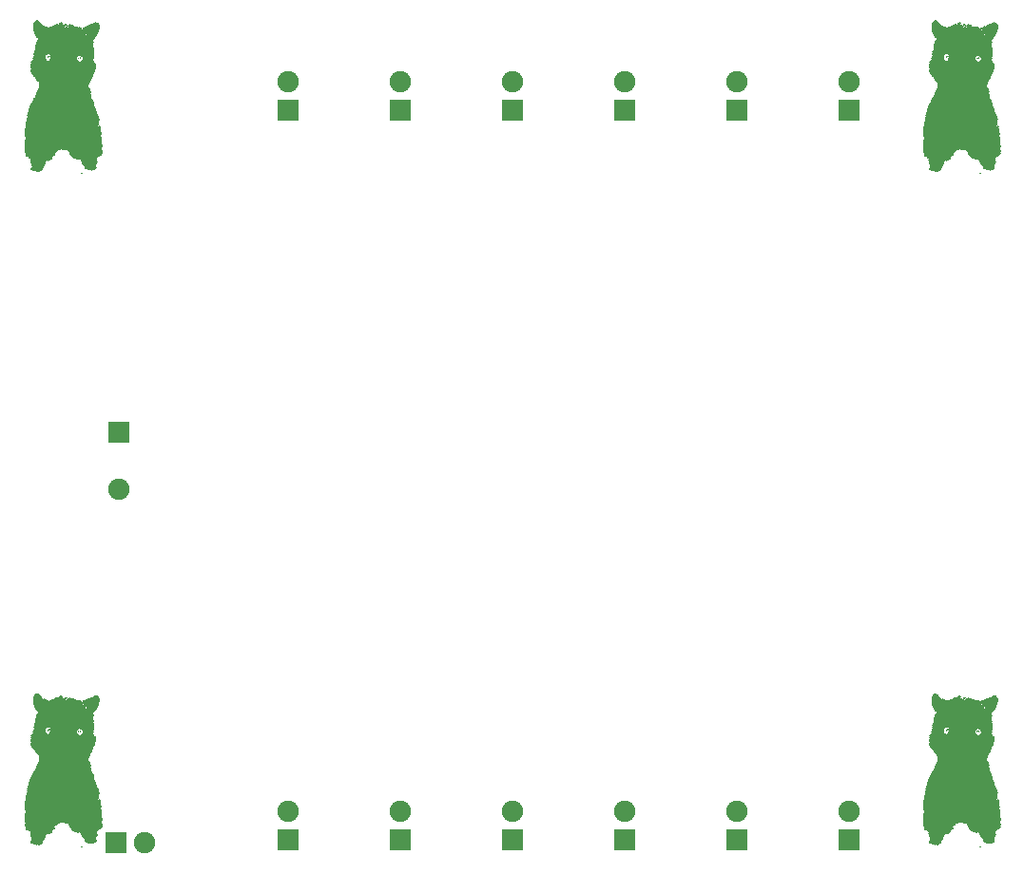
<source format=gbl>
G04 #@! TF.GenerationSoftware,KiCad,Pcbnew,5.1.4-e60b266~84~ubuntu18.04.1*
G04 #@! TF.CreationDate,2019-09-12T23:07:35+01:00*
G04 #@! TF.ProjectId,load,6c6f6164-2e6b-4696-9361-645f70636258,rev?*
G04 #@! TF.SameCoordinates,Original*
G04 #@! TF.FileFunction,Copper,L2,Bot*
G04 #@! TF.FilePolarity,Positive*
%FSLAX46Y46*%
G04 Gerber Fmt 4.6, Leading zero omitted, Abs format (unit mm)*
G04 Created by KiCad (PCBNEW 5.1.4-e60b266~84~ubuntu18.04.1) date 2019-09-12 23:07:35*
%MOMM*%
%LPD*%
G04 APERTURE LIST*
%ADD10C,0.010000*%
%ADD11C,1.900000*%
%ADD12R,1.900000X1.900000*%
G04 APERTURE END LIST*
D10*
G36*
X53735037Y-121386761D02*
G01*
X53722308Y-121395450D01*
X53710991Y-121414234D01*
X53720351Y-121433591D01*
X53740286Y-121447590D01*
X53752225Y-121447830D01*
X53765494Y-121431667D01*
X53766684Y-121406744D01*
X53755357Y-121386881D01*
X53754182Y-121386096D01*
X53735037Y-121386761D01*
X53735037Y-121386761D01*
G37*
X53735037Y-121386761D02*
X53722308Y-121395450D01*
X53710991Y-121414234D01*
X53720351Y-121433591D01*
X53740286Y-121447590D01*
X53752225Y-121447830D01*
X53765494Y-121431667D01*
X53766684Y-121406744D01*
X53755357Y-121386881D01*
X53754182Y-121386096D01*
X53735037Y-121386761D01*
G36*
X53592682Y-121441936D02*
G01*
X53590300Y-121456700D01*
X53595619Y-121477337D01*
X53603000Y-121482100D01*
X53613319Y-121471463D01*
X53615700Y-121456700D01*
X53610382Y-121436062D01*
X53603000Y-121431300D01*
X53592682Y-121441936D01*
X53592682Y-121441936D01*
G37*
X53592682Y-121441936D02*
X53590300Y-121456700D01*
X53595619Y-121477337D01*
X53603000Y-121482100D01*
X53613319Y-121471463D01*
X53615700Y-121456700D01*
X53610382Y-121436062D01*
X53603000Y-121431300D01*
X53592682Y-121441936D01*
G36*
X56471385Y-121518093D02*
G01*
X56462419Y-121538058D01*
X56462883Y-121542240D01*
X56475990Y-121562499D01*
X56497511Y-121568393D01*
X56516227Y-121557978D01*
X56519375Y-121552034D01*
X56519522Y-121527218D01*
X56513840Y-121517660D01*
X56492225Y-121509509D01*
X56471385Y-121518093D01*
X56471385Y-121518093D01*
G37*
X56471385Y-121518093D02*
X56462419Y-121538058D01*
X56462883Y-121542240D01*
X56475990Y-121562499D01*
X56497511Y-121568393D01*
X56516227Y-121557978D01*
X56519375Y-121552034D01*
X56519522Y-121527218D01*
X56513840Y-121517660D01*
X56492225Y-121509509D01*
X56471385Y-121518093D01*
G36*
X56335213Y-121574401D02*
G01*
X56336762Y-121592230D01*
X56342011Y-121608533D01*
X56348435Y-121601029D01*
X56352154Y-121592677D01*
X56356844Y-121570285D01*
X56354119Y-121561985D01*
X56341563Y-121559163D01*
X56335213Y-121574401D01*
X56335213Y-121574401D01*
G37*
X56335213Y-121574401D02*
X56336762Y-121592230D01*
X56342011Y-121608533D01*
X56348435Y-121601029D01*
X56352154Y-121592677D01*
X56356844Y-121570285D01*
X56354119Y-121561985D01*
X56341563Y-121559163D01*
X56335213Y-121574401D01*
G36*
X57870200Y-127787650D02*
G01*
X57876550Y-127794000D01*
X57882900Y-127787650D01*
X57876550Y-127781300D01*
X57870200Y-127787650D01*
X57870200Y-127787650D01*
G37*
X57870200Y-127787650D02*
X57876550Y-127794000D01*
X57882900Y-127787650D01*
X57876550Y-127781300D01*
X57870200Y-127787650D01*
G36*
X52256800Y-130759450D02*
G01*
X52263150Y-130765800D01*
X52269500Y-130759450D01*
X52263150Y-130753100D01*
X52256800Y-130759450D01*
X52256800Y-130759450D01*
G37*
X52256800Y-130759450D02*
X52263150Y-130765800D01*
X52269500Y-130759450D01*
X52263150Y-130753100D01*
X52256800Y-130759450D01*
G36*
X52421900Y-131089650D02*
G01*
X52428250Y-131096000D01*
X52434600Y-131089650D01*
X52428250Y-131083300D01*
X52421900Y-131089650D01*
X52421900Y-131089650D01*
G37*
X52421900Y-131089650D02*
X52428250Y-131096000D01*
X52434600Y-131089650D01*
X52428250Y-131083300D01*
X52421900Y-131089650D01*
G36*
X52388034Y-131163733D02*
G01*
X52386514Y-131178805D01*
X52388034Y-131180666D01*
X52395584Y-131178923D01*
X52396500Y-131172200D01*
X52391854Y-131161746D01*
X52388034Y-131163733D01*
X52388034Y-131163733D01*
G37*
X52388034Y-131163733D02*
X52386514Y-131178805D01*
X52388034Y-131180666D01*
X52395584Y-131178923D01*
X52396500Y-131172200D01*
X52391854Y-131161746D01*
X52388034Y-131163733D01*
G36*
X52421900Y-131216650D02*
G01*
X52428250Y-131223000D01*
X52434600Y-131216650D01*
X52428250Y-131210300D01*
X52421900Y-131216650D01*
X52421900Y-131216650D01*
G37*
X52421900Y-131216650D02*
X52428250Y-131223000D01*
X52434600Y-131216650D01*
X52428250Y-131210300D01*
X52421900Y-131216650D01*
G36*
X52625100Y-131432550D02*
G01*
X52631450Y-131438900D01*
X52637800Y-131432550D01*
X52631450Y-131426200D01*
X52625100Y-131432550D01*
X52625100Y-131432550D01*
G37*
X52625100Y-131432550D02*
X52631450Y-131438900D01*
X52637800Y-131432550D01*
X52631450Y-131426200D01*
X52625100Y-131432550D01*
G36*
X52790200Y-131356350D02*
G01*
X52796550Y-131362700D01*
X52802900Y-131356350D01*
X52796550Y-131350000D01*
X52790200Y-131356350D01*
X52790200Y-131356350D01*
G37*
X52790200Y-131356350D02*
X52796550Y-131362700D01*
X52802900Y-131356350D01*
X52796550Y-131350000D01*
X52790200Y-131356350D01*
G36*
X52540434Y-118247833D02*
G01*
X52542177Y-118255383D01*
X52548900Y-118256300D01*
X52559354Y-118251653D01*
X52557367Y-118247833D01*
X52542295Y-118246313D01*
X52540434Y-118247833D01*
X52540434Y-118247833D01*
G37*
X52540434Y-118247833D02*
X52542177Y-118255383D01*
X52548900Y-118256300D01*
X52559354Y-118251653D01*
X52557367Y-118247833D01*
X52542295Y-118246313D01*
X52540434Y-118247833D01*
G36*
X54699434Y-118425633D02*
G01*
X54697914Y-118440705D01*
X54699434Y-118442566D01*
X54706984Y-118440823D01*
X54707900Y-118434100D01*
X54703254Y-118423646D01*
X54699434Y-118425633D01*
X54699434Y-118425633D01*
G37*
X54699434Y-118425633D02*
X54697914Y-118440705D01*
X54699434Y-118442566D01*
X54706984Y-118440823D01*
X54707900Y-118434100D01*
X54703254Y-118423646D01*
X54699434Y-118425633D01*
G36*
X54879014Y-118436552D02*
G01*
X54882826Y-118445999D01*
X54894678Y-118452333D01*
X54909515Y-118456200D01*
X54903428Y-118446896D01*
X54901787Y-118445224D01*
X54885136Y-118435192D01*
X54879014Y-118436552D01*
X54879014Y-118436552D01*
G37*
X54879014Y-118436552D02*
X54882826Y-118445999D01*
X54894678Y-118452333D01*
X54909515Y-118456200D01*
X54903428Y-118446896D01*
X54901787Y-118445224D01*
X54885136Y-118435192D01*
X54879014Y-118436552D01*
G36*
X54821838Y-118406533D02*
G01*
X54818243Y-118429916D01*
X54820468Y-118453825D01*
X54823563Y-118461269D01*
X54831328Y-118465194D01*
X54834575Y-118444712D01*
X54834706Y-118437275D01*
X54833526Y-118409161D01*
X54830393Y-118396113D01*
X54830032Y-118396000D01*
X54821838Y-118406533D01*
X54821838Y-118406533D01*
G37*
X54821838Y-118406533D02*
X54818243Y-118429916D01*
X54820468Y-118453825D01*
X54823563Y-118461269D01*
X54831328Y-118465194D01*
X54834575Y-118444712D01*
X54834706Y-118437275D01*
X54833526Y-118409161D01*
X54830393Y-118396113D01*
X54830032Y-118396000D01*
X54821838Y-118406533D01*
G36*
X54720600Y-118478550D02*
G01*
X54726950Y-118484900D01*
X54733300Y-118478550D01*
X54726950Y-118472200D01*
X54720600Y-118478550D01*
X54720600Y-118478550D01*
G37*
X54720600Y-118478550D02*
X54726950Y-118484900D01*
X54733300Y-118478550D01*
X54726950Y-118472200D01*
X54720600Y-118478550D01*
G36*
X54839134Y-118527233D02*
G01*
X54837614Y-118542305D01*
X54839134Y-118544166D01*
X54846684Y-118542423D01*
X54847600Y-118535700D01*
X54842954Y-118525246D01*
X54839134Y-118527233D01*
X54839134Y-118527233D01*
G37*
X54839134Y-118527233D02*
X54837614Y-118542305D01*
X54839134Y-118544166D01*
X54846684Y-118542423D01*
X54847600Y-118535700D01*
X54842954Y-118525246D01*
X54839134Y-118527233D01*
G36*
X54314200Y-118592850D02*
G01*
X54320550Y-118599200D01*
X54326900Y-118592850D01*
X54320550Y-118586500D01*
X54314200Y-118592850D01*
X54314200Y-118592850D01*
G37*
X54314200Y-118592850D02*
X54320550Y-118599200D01*
X54326900Y-118592850D01*
X54320550Y-118586500D01*
X54314200Y-118592850D01*
G36*
X55330200Y-118592850D02*
G01*
X55336550Y-118599200D01*
X55342900Y-118592850D01*
X55336550Y-118586500D01*
X55330200Y-118592850D01*
X55330200Y-118592850D01*
G37*
X55330200Y-118592850D02*
X55336550Y-118599200D01*
X55342900Y-118592850D01*
X55336550Y-118586500D01*
X55330200Y-118592850D01*
G36*
X54623234Y-118590733D02*
G01*
X54621714Y-118605805D01*
X54623234Y-118607666D01*
X54630784Y-118605923D01*
X54631700Y-118599200D01*
X54627054Y-118588746D01*
X54623234Y-118590733D01*
X54623234Y-118590733D01*
G37*
X54623234Y-118590733D02*
X54621714Y-118605805D01*
X54623234Y-118607666D01*
X54630784Y-118605923D01*
X54631700Y-118599200D01*
X54627054Y-118588746D01*
X54623234Y-118590733D01*
G36*
X55168477Y-118546741D02*
G01*
X55165101Y-118573343D01*
X55165100Y-118573800D01*
X55169522Y-118602413D01*
X55180042Y-118611605D01*
X55192539Y-118598759D01*
X55195093Y-118592850D01*
X55197538Y-118566836D01*
X55189302Y-118543927D01*
X55176442Y-118535700D01*
X55168477Y-118546741D01*
X55168477Y-118546741D01*
G37*
X55168477Y-118546741D02*
X55165101Y-118573343D01*
X55165100Y-118573800D01*
X55169522Y-118602413D01*
X55180042Y-118611605D01*
X55192539Y-118598759D01*
X55195093Y-118592850D01*
X55197538Y-118566836D01*
X55189302Y-118543927D01*
X55176442Y-118535700D01*
X55168477Y-118546741D01*
G36*
X55561975Y-118574266D02*
G01*
X55535847Y-118595417D01*
X55521591Y-118611518D01*
X55520700Y-118614288D01*
X55522779Y-118623029D01*
X55531672Y-118619157D01*
X55551371Y-118600051D01*
X55565949Y-118584577D01*
X55603250Y-118544555D01*
X55561975Y-118574266D01*
X55561975Y-118574266D01*
G37*
X55561975Y-118574266D02*
X55535847Y-118595417D01*
X55521591Y-118611518D01*
X55520700Y-118614288D01*
X55522779Y-118623029D01*
X55531672Y-118619157D01*
X55551371Y-118600051D01*
X55565949Y-118584577D01*
X55603250Y-118544555D01*
X55561975Y-118574266D01*
G36*
X54961900Y-118630950D02*
G01*
X54968250Y-118637300D01*
X54974600Y-118630950D01*
X54968250Y-118624600D01*
X54961900Y-118630950D01*
X54961900Y-118630950D01*
G37*
X54961900Y-118630950D02*
X54968250Y-118637300D01*
X54974600Y-118630950D01*
X54968250Y-118624600D01*
X54961900Y-118630950D01*
G36*
X54847600Y-118643650D02*
G01*
X54853950Y-118650000D01*
X54860300Y-118643650D01*
X54853950Y-118637300D01*
X54847600Y-118643650D01*
X54847600Y-118643650D01*
G37*
X54847600Y-118643650D02*
X54853950Y-118650000D01*
X54860300Y-118643650D01*
X54853950Y-118637300D01*
X54847600Y-118643650D01*
G36*
X55004234Y-118641533D02*
G01*
X55005977Y-118649083D01*
X55012700Y-118650000D01*
X55023154Y-118645353D01*
X55021167Y-118641533D01*
X55006095Y-118640013D01*
X55004234Y-118641533D01*
X55004234Y-118641533D01*
G37*
X55004234Y-118641533D02*
X55005977Y-118649083D01*
X55012700Y-118650000D01*
X55023154Y-118645353D01*
X55021167Y-118641533D01*
X55006095Y-118640013D01*
X55004234Y-118641533D01*
G36*
X55228600Y-118643650D02*
G01*
X55234950Y-118650000D01*
X55241300Y-118643650D01*
X55234950Y-118637300D01*
X55228600Y-118643650D01*
X55228600Y-118643650D01*
G37*
X55228600Y-118643650D02*
X55234950Y-118650000D01*
X55241300Y-118643650D01*
X55234950Y-118637300D01*
X55228600Y-118643650D01*
G36*
X54212600Y-118656350D02*
G01*
X54218950Y-118662700D01*
X54225300Y-118656350D01*
X54218950Y-118650000D01*
X54212600Y-118656350D01*
X54212600Y-118656350D01*
G37*
X54212600Y-118656350D02*
X54218950Y-118662700D01*
X54225300Y-118656350D01*
X54218950Y-118650000D01*
X54212600Y-118656350D01*
G36*
X54394634Y-118654233D02*
G01*
X54396377Y-118661783D01*
X54403100Y-118662700D01*
X54413554Y-118658053D01*
X54411567Y-118654233D01*
X54396495Y-118652713D01*
X54394634Y-118654233D01*
X54394634Y-118654233D01*
G37*
X54394634Y-118654233D02*
X54396377Y-118661783D01*
X54403100Y-118662700D01*
X54413554Y-118658053D01*
X54411567Y-118654233D01*
X54396495Y-118652713D01*
X54394634Y-118654233D01*
G36*
X54371197Y-118553900D02*
G01*
X54367495Y-118568843D01*
X54384996Y-118590886D01*
X54414557Y-118612521D01*
X54443332Y-118632432D01*
X54451814Y-118644509D01*
X54443132Y-118651920D01*
X54438860Y-118656577D01*
X54452780Y-118658388D01*
X54477881Y-118657681D01*
X54507156Y-118654784D01*
X54533596Y-118650027D01*
X54543072Y-118647234D01*
X54563367Y-118632282D01*
X54563765Y-118613729D01*
X54548231Y-118596670D01*
X54520732Y-118586203D01*
X54495175Y-118585678D01*
X54480540Y-118578802D01*
X54479300Y-118573500D01*
X54469460Y-118565134D01*
X54453900Y-118567450D01*
X54433448Y-118568664D01*
X54428500Y-118561955D01*
X54417638Y-118551767D01*
X54396750Y-118548400D01*
X54371197Y-118553900D01*
X54371197Y-118553900D01*
G37*
X54371197Y-118553900D02*
X54367495Y-118568843D01*
X54384996Y-118590886D01*
X54414557Y-118612521D01*
X54443332Y-118632432D01*
X54451814Y-118644509D01*
X54443132Y-118651920D01*
X54438860Y-118656577D01*
X54452780Y-118658388D01*
X54477881Y-118657681D01*
X54507156Y-118654784D01*
X54533596Y-118650027D01*
X54543072Y-118647234D01*
X54563367Y-118632282D01*
X54563765Y-118613729D01*
X54548231Y-118596670D01*
X54520732Y-118586203D01*
X54495175Y-118585678D01*
X54480540Y-118578802D01*
X54479300Y-118573500D01*
X54469460Y-118565134D01*
X54453900Y-118567450D01*
X54433448Y-118568664D01*
X54428500Y-118561955D01*
X54417638Y-118551767D01*
X54396750Y-118548400D01*
X54371197Y-118553900D01*
G36*
X54673362Y-118487148D02*
G01*
X54672579Y-118503636D01*
X54675608Y-118509422D01*
X54675766Y-118524417D01*
X54660971Y-118531137D01*
X54641314Y-118525562D01*
X54639179Y-118523936D01*
X54620308Y-118517561D01*
X54607829Y-118527508D01*
X54602435Y-118547888D01*
X54618814Y-118565252D01*
X54653345Y-118577151D01*
X54686788Y-118580934D01*
X54722990Y-118582688D01*
X54748483Y-118584394D01*
X54752425Y-118584805D01*
X54765870Y-118596487D01*
X54781132Y-118622532D01*
X54782065Y-118624600D01*
X54797014Y-118650717D01*
X54810519Y-118662627D01*
X54811315Y-118662700D01*
X54817880Y-118654844D01*
X54815795Y-118649910D01*
X54818362Y-118635256D01*
X54826764Y-118629878D01*
X54848150Y-118612308D01*
X54852823Y-118603908D01*
X54853165Y-118591628D01*
X54846600Y-118593468D01*
X54833524Y-118589908D01*
X54826214Y-118575077D01*
X54816112Y-118554750D01*
X54669800Y-118554750D01*
X54663450Y-118561100D01*
X54657100Y-118554750D01*
X54663450Y-118548400D01*
X54669800Y-118554750D01*
X54816112Y-118554750D01*
X54815641Y-118553804D01*
X54806661Y-118548400D01*
X54799980Y-118538875D01*
X54802544Y-118526175D01*
X54806265Y-118511690D01*
X54796628Y-118518238D01*
X54795013Y-118519825D01*
X54773348Y-118534727D01*
X54762868Y-118528259D01*
X54765027Y-118507125D01*
X54768567Y-118489441D01*
X54762347Y-118494149D01*
X54760616Y-118496595D01*
X54748467Y-118507326D01*
X54730998Y-118502724D01*
X54715997Y-118493561D01*
X54689935Y-118482966D01*
X54673362Y-118487148D01*
X54673362Y-118487148D01*
G37*
X54673362Y-118487148D02*
X54672579Y-118503636D01*
X54675608Y-118509422D01*
X54675766Y-118524417D01*
X54660971Y-118531137D01*
X54641314Y-118525562D01*
X54639179Y-118523936D01*
X54620308Y-118517561D01*
X54607829Y-118527508D01*
X54602435Y-118547888D01*
X54618814Y-118565252D01*
X54653345Y-118577151D01*
X54686788Y-118580934D01*
X54722990Y-118582688D01*
X54748483Y-118584394D01*
X54752425Y-118584805D01*
X54765870Y-118596487D01*
X54781132Y-118622532D01*
X54782065Y-118624600D01*
X54797014Y-118650717D01*
X54810519Y-118662627D01*
X54811315Y-118662700D01*
X54817880Y-118654844D01*
X54815795Y-118649910D01*
X54818362Y-118635256D01*
X54826764Y-118629878D01*
X54848150Y-118612308D01*
X54852823Y-118603908D01*
X54853165Y-118591628D01*
X54846600Y-118593468D01*
X54833524Y-118589908D01*
X54826214Y-118575077D01*
X54816112Y-118554750D01*
X54669800Y-118554750D01*
X54663450Y-118561100D01*
X54657100Y-118554750D01*
X54663450Y-118548400D01*
X54669800Y-118554750D01*
X54816112Y-118554750D01*
X54815641Y-118553804D01*
X54806661Y-118548400D01*
X54799980Y-118538875D01*
X54802544Y-118526175D01*
X54806265Y-118511690D01*
X54796628Y-118518238D01*
X54795013Y-118519825D01*
X54773348Y-118534727D01*
X54762868Y-118528259D01*
X54765027Y-118507125D01*
X54768567Y-118489441D01*
X54762347Y-118494149D01*
X54760616Y-118496595D01*
X54748467Y-118507326D01*
X54730998Y-118502724D01*
X54715997Y-118493561D01*
X54689935Y-118482966D01*
X54673362Y-118487148D01*
G36*
X54923800Y-118656350D02*
G01*
X54930150Y-118662700D01*
X54936500Y-118656350D01*
X54930150Y-118650000D01*
X54923800Y-118656350D01*
X54923800Y-118656350D01*
G37*
X54923800Y-118656350D02*
X54930150Y-118662700D01*
X54936500Y-118656350D01*
X54930150Y-118650000D01*
X54923800Y-118656350D01*
G36*
X54961900Y-118656350D02*
G01*
X54968250Y-118662700D01*
X54974600Y-118656350D01*
X54968250Y-118650000D01*
X54961900Y-118656350D01*
X54961900Y-118656350D01*
G37*
X54961900Y-118656350D02*
X54968250Y-118662700D01*
X54974600Y-118656350D01*
X54968250Y-118650000D01*
X54961900Y-118656350D01*
G36*
X55474134Y-118654233D02*
G01*
X55475877Y-118661783D01*
X55482600Y-118662700D01*
X55493054Y-118658053D01*
X55491067Y-118654233D01*
X55475995Y-118652713D01*
X55474134Y-118654233D01*
X55474134Y-118654233D01*
G37*
X55474134Y-118654233D02*
X55475877Y-118661783D01*
X55482600Y-118662700D01*
X55493054Y-118658053D01*
X55491067Y-118654233D01*
X55475995Y-118652713D01*
X55474134Y-118654233D01*
G36*
X55596900Y-118656350D02*
G01*
X55603250Y-118662700D01*
X55609600Y-118656350D01*
X55603250Y-118650000D01*
X55596900Y-118656350D01*
X55596900Y-118656350D01*
G37*
X55596900Y-118656350D02*
X55603250Y-118662700D01*
X55609600Y-118656350D01*
X55603250Y-118650000D01*
X55596900Y-118656350D01*
G36*
X55635000Y-118656350D02*
G01*
X55641350Y-118662700D01*
X55647700Y-118656350D01*
X55641350Y-118650000D01*
X55635000Y-118656350D01*
X55635000Y-118656350D01*
G37*
X55635000Y-118656350D02*
X55641350Y-118662700D01*
X55647700Y-118656350D01*
X55641350Y-118650000D01*
X55635000Y-118656350D01*
G36*
X54290001Y-118639152D02*
G01*
X54283787Y-118651629D01*
X54287620Y-118660880D01*
X54299530Y-118670919D01*
X54307535Y-118663210D01*
X54310862Y-118643940D01*
X54296080Y-118637680D01*
X54290001Y-118639152D01*
X54290001Y-118639152D01*
G37*
X54290001Y-118639152D02*
X54283787Y-118651629D01*
X54287620Y-118660880D01*
X54299530Y-118670919D01*
X54307535Y-118663210D01*
X54310862Y-118643940D01*
X54296080Y-118637680D01*
X54290001Y-118639152D01*
G36*
X55436034Y-118679633D02*
G01*
X55437777Y-118687183D01*
X55444500Y-118688100D01*
X55454954Y-118683453D01*
X55452967Y-118679633D01*
X55437895Y-118678113D01*
X55436034Y-118679633D01*
X55436034Y-118679633D01*
G37*
X55436034Y-118679633D02*
X55437777Y-118687183D01*
X55444500Y-118688100D01*
X55454954Y-118683453D01*
X55452967Y-118679633D01*
X55437895Y-118678113D01*
X55436034Y-118679633D01*
G36*
X55732214Y-118652599D02*
G01*
X55713116Y-118658371D01*
X55711200Y-118661341D01*
X55721299Y-118676088D01*
X55747800Y-118677788D01*
X55781050Y-118667699D01*
X55819150Y-118651145D01*
X55765175Y-118650572D01*
X55732214Y-118652599D01*
X55732214Y-118652599D01*
G37*
X55732214Y-118652599D02*
X55713116Y-118658371D01*
X55711200Y-118661341D01*
X55721299Y-118676088D01*
X55747800Y-118677788D01*
X55781050Y-118667699D01*
X55819150Y-118651145D01*
X55765175Y-118650572D01*
X55732214Y-118652599D01*
G36*
X55132580Y-118670251D02*
G01*
X55139700Y-118681750D01*
X55154728Y-118697522D01*
X55159907Y-118700800D01*
X55160033Y-118691185D01*
X55156993Y-118681750D01*
X55143669Y-118664924D01*
X55136787Y-118662700D01*
X55132580Y-118670251D01*
X55132580Y-118670251D01*
G37*
X55132580Y-118670251D02*
X55139700Y-118681750D01*
X55154728Y-118697522D01*
X55159907Y-118700800D01*
X55160033Y-118691185D01*
X55156993Y-118681750D01*
X55143669Y-118664924D01*
X55136787Y-118662700D01*
X55132580Y-118670251D01*
G36*
X53252908Y-118685298D02*
G01*
X53239200Y-118694486D01*
X53230036Y-118709272D01*
X53241627Y-118712783D01*
X53271757Y-118704583D01*
X53278222Y-118702128D01*
X53295015Y-118693847D01*
X53288501Y-118687251D01*
X53280453Y-118684007D01*
X53252908Y-118685298D01*
X53252908Y-118685298D01*
G37*
X53252908Y-118685298D02*
X53239200Y-118694486D01*
X53230036Y-118709272D01*
X53241627Y-118712783D01*
X53271757Y-118704583D01*
X53278222Y-118702128D01*
X53295015Y-118693847D01*
X53288501Y-118687251D01*
X53280453Y-118684007D01*
X53252908Y-118685298D01*
G36*
X55368300Y-118707150D02*
G01*
X55374650Y-118713500D01*
X55381000Y-118707150D01*
X55374650Y-118700800D01*
X55368300Y-118707150D01*
X55368300Y-118707150D01*
G37*
X55368300Y-118707150D02*
X55374650Y-118713500D01*
X55381000Y-118707150D01*
X55374650Y-118700800D01*
X55368300Y-118707150D01*
G36*
X55508000Y-118719850D02*
G01*
X55514350Y-118726200D01*
X55520700Y-118719850D01*
X55514350Y-118713500D01*
X55508000Y-118719850D01*
X55508000Y-118719850D01*
G37*
X55508000Y-118719850D02*
X55514350Y-118726200D01*
X55520700Y-118719850D01*
X55514350Y-118713500D01*
X55508000Y-118719850D01*
G36*
X55838570Y-118659664D02*
G01*
X55838200Y-118662700D01*
X55828015Y-118674192D01*
X55820509Y-118675400D01*
X55803449Y-118683814D01*
X55793094Y-118701377D01*
X55795691Y-118716565D01*
X55797480Y-118717867D01*
X55814657Y-118717135D01*
X55835025Y-118709983D01*
X55853729Y-118694010D01*
X55863380Y-118672689D01*
X55861560Y-118655161D01*
X55850900Y-118650000D01*
X55838570Y-118659664D01*
X55838570Y-118659664D01*
G37*
X55838570Y-118659664D02*
X55838200Y-118662700D01*
X55828015Y-118674192D01*
X55820509Y-118675400D01*
X55803449Y-118683814D01*
X55793094Y-118701377D01*
X55795691Y-118716565D01*
X55797480Y-118717867D01*
X55814657Y-118717135D01*
X55835025Y-118709983D01*
X55853729Y-118694010D01*
X55863380Y-118672689D01*
X55861560Y-118655161D01*
X55850900Y-118650000D01*
X55838570Y-118659664D01*
G36*
X53288146Y-118723595D02*
G01*
X53285500Y-118732948D01*
X53293474Y-118749712D01*
X53309613Y-118747864D01*
X53316428Y-118740230D01*
X53313047Y-118726780D01*
X53304478Y-118721579D01*
X53288146Y-118723595D01*
X53288146Y-118723595D01*
G37*
X53288146Y-118723595D02*
X53285500Y-118732948D01*
X53293474Y-118749712D01*
X53309613Y-118747864D01*
X53316428Y-118740230D01*
X53313047Y-118726780D01*
X53304478Y-118721579D01*
X53288146Y-118723595D01*
G36*
X54940525Y-118723818D02*
G01*
X54939011Y-118743667D01*
X54941528Y-118748160D01*
X54947300Y-118744372D01*
X54948198Y-118731491D01*
X54945096Y-118717940D01*
X54940525Y-118723818D01*
X54940525Y-118723818D01*
G37*
X54940525Y-118723818D02*
X54939011Y-118743667D01*
X54941528Y-118748160D01*
X54947300Y-118744372D01*
X54948198Y-118731491D01*
X54945096Y-118717940D01*
X54940525Y-118723818D01*
G36*
X55029425Y-118723818D02*
G01*
X55027911Y-118743667D01*
X55030428Y-118748160D01*
X55036200Y-118744372D01*
X55037098Y-118731491D01*
X55033996Y-118717940D01*
X55029425Y-118723818D01*
X55029425Y-118723818D01*
G37*
X55029425Y-118723818D02*
X55027911Y-118743667D01*
X55030428Y-118748160D01*
X55036200Y-118744372D01*
X55037098Y-118731491D01*
X55033996Y-118717940D01*
X55029425Y-118723818D01*
G36*
X57044700Y-118745250D02*
G01*
X57051050Y-118751600D01*
X57057400Y-118745250D01*
X57051050Y-118738900D01*
X57044700Y-118745250D01*
X57044700Y-118745250D01*
G37*
X57044700Y-118745250D02*
X57051050Y-118751600D01*
X57057400Y-118745250D01*
X57051050Y-118738900D01*
X57044700Y-118745250D01*
G36*
X53340666Y-118759380D02*
G01*
X53342650Y-118764300D01*
X53354063Y-118776415D01*
X53356100Y-118777000D01*
X53361555Y-118767174D01*
X53361700Y-118764300D01*
X53351937Y-118752088D01*
X53348251Y-118751600D01*
X53340666Y-118759380D01*
X53340666Y-118759380D01*
G37*
X53340666Y-118759380D02*
X53342650Y-118764300D01*
X53354063Y-118776415D01*
X53356100Y-118777000D01*
X53361555Y-118767174D01*
X53361700Y-118764300D01*
X53351937Y-118752088D01*
X53348251Y-118751600D01*
X53340666Y-118759380D01*
G36*
X55474266Y-118759380D02*
G01*
X55476250Y-118764300D01*
X55487663Y-118776415D01*
X55489700Y-118777000D01*
X55495155Y-118767174D01*
X55495300Y-118764300D01*
X55485537Y-118752088D01*
X55481851Y-118751600D01*
X55474266Y-118759380D01*
X55474266Y-118759380D01*
G37*
X55474266Y-118759380D02*
X55476250Y-118764300D01*
X55487663Y-118776415D01*
X55489700Y-118777000D01*
X55495155Y-118767174D01*
X55495300Y-118764300D01*
X55485537Y-118752088D01*
X55481851Y-118751600D01*
X55474266Y-118759380D01*
G36*
X53264334Y-118781233D02*
G01*
X53266077Y-118788783D01*
X53272800Y-118789700D01*
X53283254Y-118785053D01*
X53281267Y-118781233D01*
X53266195Y-118779713D01*
X53264334Y-118781233D01*
X53264334Y-118781233D01*
G37*
X53264334Y-118781233D02*
X53266077Y-118788783D01*
X53272800Y-118789700D01*
X53283254Y-118785053D01*
X53281267Y-118781233D01*
X53266195Y-118779713D01*
X53264334Y-118781233D01*
G36*
X53412870Y-118773964D02*
G01*
X53412500Y-118777000D01*
X53422165Y-118789330D01*
X53425200Y-118789700D01*
X53437531Y-118780035D01*
X53437900Y-118777000D01*
X53428236Y-118764669D01*
X53425200Y-118764300D01*
X53412870Y-118773964D01*
X53412870Y-118773964D01*
G37*
X53412870Y-118773964D02*
X53412500Y-118777000D01*
X53422165Y-118789330D01*
X53425200Y-118789700D01*
X53437531Y-118780035D01*
X53437900Y-118777000D01*
X53428236Y-118764669D01*
X53425200Y-118764300D01*
X53412870Y-118773964D01*
G36*
X54936500Y-118783350D02*
G01*
X54942850Y-118789700D01*
X54949200Y-118783350D01*
X54942850Y-118777000D01*
X54936500Y-118783350D01*
X54936500Y-118783350D01*
G37*
X54936500Y-118783350D02*
X54942850Y-118789700D01*
X54949200Y-118783350D01*
X54942850Y-118777000D01*
X54936500Y-118783350D01*
G36*
X54974600Y-118783350D02*
G01*
X54980950Y-118789700D01*
X54987300Y-118783350D01*
X54980950Y-118777000D01*
X54974600Y-118783350D01*
X54974600Y-118783350D01*
G37*
X54974600Y-118783350D02*
X54980950Y-118789700D01*
X54987300Y-118783350D01*
X54980950Y-118777000D01*
X54974600Y-118783350D01*
G36*
X55004234Y-118806633D02*
G01*
X55002714Y-118821705D01*
X55004234Y-118823566D01*
X55011784Y-118821823D01*
X55012700Y-118815100D01*
X55008054Y-118804646D01*
X55004234Y-118806633D01*
X55004234Y-118806633D01*
G37*
X55004234Y-118806633D02*
X55002714Y-118821705D01*
X55004234Y-118823566D01*
X55011784Y-118821823D01*
X55012700Y-118815100D01*
X55008054Y-118804646D01*
X55004234Y-118806633D01*
G36*
X55335792Y-118730352D02*
G01*
X55311214Y-118742664D01*
X55285346Y-118760699D01*
X55269661Y-118775899D01*
X55243864Y-118811537D01*
X55236090Y-118832187D01*
X55245674Y-118840067D01*
X55250379Y-118840305D01*
X55280860Y-118833673D01*
X55291494Y-118828443D01*
X55312228Y-118821265D01*
X55319382Y-118822613D01*
X55327469Y-118815491D01*
X55337578Y-118793004D01*
X55338629Y-118789700D01*
X55330200Y-118789700D01*
X55325554Y-118800153D01*
X55321734Y-118798166D01*
X55320214Y-118783094D01*
X55321734Y-118781233D01*
X55329284Y-118782976D01*
X55330200Y-118789700D01*
X55338629Y-118789700D01*
X55346599Y-118764661D01*
X55351419Y-118739971D01*
X55349994Y-118729060D01*
X55335792Y-118730352D01*
X55335792Y-118730352D01*
G37*
X55335792Y-118730352D02*
X55311214Y-118742664D01*
X55285346Y-118760699D01*
X55269661Y-118775899D01*
X55243864Y-118811537D01*
X55236090Y-118832187D01*
X55245674Y-118840067D01*
X55250379Y-118840305D01*
X55280860Y-118833673D01*
X55291494Y-118828443D01*
X55312228Y-118821265D01*
X55319382Y-118822613D01*
X55327469Y-118815491D01*
X55337578Y-118793004D01*
X55338629Y-118789700D01*
X55330200Y-118789700D01*
X55325554Y-118800153D01*
X55321734Y-118798166D01*
X55320214Y-118783094D01*
X55321734Y-118781233D01*
X55329284Y-118782976D01*
X55330200Y-118789700D01*
X55338629Y-118789700D01*
X55346599Y-118764661D01*
X55351419Y-118739971D01*
X55349994Y-118729060D01*
X55335792Y-118730352D01*
G36*
X53746934Y-118844733D02*
G01*
X53748677Y-118852283D01*
X53755400Y-118853200D01*
X53765854Y-118848553D01*
X53763867Y-118844733D01*
X53748795Y-118843213D01*
X53746934Y-118844733D01*
X53746934Y-118844733D01*
G37*
X53746934Y-118844733D02*
X53748677Y-118852283D01*
X53755400Y-118853200D01*
X53765854Y-118848553D01*
X53763867Y-118844733D01*
X53748795Y-118843213D01*
X53746934Y-118844733D01*
G36*
X53828670Y-118817062D02*
G01*
X53812355Y-118828133D01*
X53812028Y-118828644D01*
X53807637Y-118843553D01*
X53823011Y-118845779D01*
X53834775Y-118843581D01*
X53853637Y-118833822D01*
X53857000Y-118826868D01*
X53847796Y-118816473D01*
X53828670Y-118817062D01*
X53828670Y-118817062D01*
G37*
X53828670Y-118817062D02*
X53812355Y-118828133D01*
X53812028Y-118828644D01*
X53807637Y-118843553D01*
X53823011Y-118845779D01*
X53834775Y-118843581D01*
X53853637Y-118833822D01*
X53857000Y-118826868D01*
X53847796Y-118816473D01*
X53828670Y-118817062D01*
G36*
X55406400Y-118846850D02*
G01*
X55412750Y-118853200D01*
X55419100Y-118846850D01*
X55412750Y-118840500D01*
X55406400Y-118846850D01*
X55406400Y-118846850D01*
G37*
X55406400Y-118846850D02*
X55412750Y-118853200D01*
X55419100Y-118846850D01*
X55412750Y-118840500D01*
X55406400Y-118846850D01*
G36*
X56511300Y-118846850D02*
G01*
X56517650Y-118853200D01*
X56524000Y-118846850D01*
X56517650Y-118840500D01*
X56511300Y-118846850D01*
X56511300Y-118846850D01*
G37*
X56511300Y-118846850D02*
X56517650Y-118853200D01*
X56524000Y-118846850D01*
X56517650Y-118840500D01*
X56511300Y-118846850D01*
G36*
X55177800Y-118859550D02*
G01*
X55184150Y-118865900D01*
X55190500Y-118859550D01*
X55184150Y-118853200D01*
X55177800Y-118859550D01*
X55177800Y-118859550D01*
G37*
X55177800Y-118859550D02*
X55184150Y-118865900D01*
X55190500Y-118859550D01*
X55184150Y-118853200D01*
X55177800Y-118859550D01*
G36*
X55381000Y-118859550D02*
G01*
X55387350Y-118865900D01*
X55393700Y-118859550D01*
X55387350Y-118853200D01*
X55381000Y-118859550D01*
X55381000Y-118859550D01*
G37*
X55381000Y-118859550D02*
X55387350Y-118865900D01*
X55393700Y-118859550D01*
X55387350Y-118853200D01*
X55381000Y-118859550D01*
G36*
X55451247Y-118811550D02*
G01*
X55452856Y-118822096D01*
X55451945Y-118838008D01*
X55445859Y-118840500D01*
X55432452Y-118849386D01*
X55431800Y-118853200D01*
X55437985Y-118865421D01*
X55452747Y-118858534D01*
X55466248Y-118841629D01*
X55474842Y-118821379D01*
X55465145Y-118811145D01*
X55463600Y-118810526D01*
X55451247Y-118811550D01*
X55451247Y-118811550D01*
G37*
X55451247Y-118811550D02*
X55452856Y-118822096D01*
X55451945Y-118838008D01*
X55445859Y-118840500D01*
X55432452Y-118849386D01*
X55431800Y-118853200D01*
X55437985Y-118865421D01*
X55452747Y-118858534D01*
X55466248Y-118841629D01*
X55474842Y-118821379D01*
X55465145Y-118811145D01*
X55463600Y-118810526D01*
X55451247Y-118811550D01*
G36*
X55469900Y-118859550D02*
G01*
X55476250Y-118865900D01*
X55482600Y-118859550D01*
X55476250Y-118853200D01*
X55469900Y-118859550D01*
X55469900Y-118859550D01*
G37*
X55469900Y-118859550D02*
X55476250Y-118865900D01*
X55482600Y-118859550D01*
X55476250Y-118853200D01*
X55469900Y-118859550D01*
G36*
X54937052Y-118850870D02*
G01*
X54936500Y-118859550D01*
X54943147Y-118876453D01*
X54948802Y-118878600D01*
X54955790Y-118869290D01*
X54953793Y-118859550D01*
X54944779Y-118842839D01*
X54941492Y-118840500D01*
X54937052Y-118850870D01*
X54937052Y-118850870D01*
G37*
X54937052Y-118850870D02*
X54936500Y-118859550D01*
X54943147Y-118876453D01*
X54948802Y-118878600D01*
X54955790Y-118869290D01*
X54953793Y-118859550D01*
X54944779Y-118842839D01*
X54941492Y-118840500D01*
X54937052Y-118850870D01*
G36*
X55216046Y-118875725D02*
G01*
X55215900Y-118878600D01*
X55225664Y-118890811D01*
X55229350Y-118891300D01*
X55236935Y-118883519D01*
X55234950Y-118878600D01*
X55223538Y-118866484D01*
X55221501Y-118865900D01*
X55216046Y-118875725D01*
X55216046Y-118875725D01*
G37*
X55216046Y-118875725D02*
X55215900Y-118878600D01*
X55225664Y-118890811D01*
X55229350Y-118891300D01*
X55236935Y-118883519D01*
X55234950Y-118878600D01*
X55223538Y-118866484D01*
X55221501Y-118865900D01*
X55216046Y-118875725D01*
G36*
X54974600Y-118910350D02*
G01*
X54980950Y-118916700D01*
X54987300Y-118910350D01*
X54980950Y-118904000D01*
X54974600Y-118910350D01*
X54974600Y-118910350D01*
G37*
X54974600Y-118910350D02*
X54980950Y-118916700D01*
X54987300Y-118910350D01*
X54980950Y-118904000D01*
X54974600Y-118910350D01*
G36*
X55000000Y-118948450D02*
G01*
X55006350Y-118954800D01*
X55012700Y-118948450D01*
X55006350Y-118942100D01*
X55000000Y-118948450D01*
X55000000Y-118948450D01*
G37*
X55000000Y-118948450D02*
X55006350Y-118954800D01*
X55012700Y-118948450D01*
X55006350Y-118942100D01*
X55000000Y-118948450D01*
G36*
X55215900Y-118948450D02*
G01*
X55222250Y-118954800D01*
X55228600Y-118948450D01*
X55222250Y-118942100D01*
X55215900Y-118948450D01*
X55215900Y-118948450D01*
G37*
X55215900Y-118948450D02*
X55222250Y-118954800D01*
X55228600Y-118948450D01*
X55222250Y-118942100D01*
X55215900Y-118948450D01*
G36*
X55266700Y-118935750D02*
G01*
X55254585Y-118947162D01*
X55254000Y-118949199D01*
X55263826Y-118954654D01*
X55266700Y-118954800D01*
X55278912Y-118945036D01*
X55279400Y-118941350D01*
X55271620Y-118933765D01*
X55266700Y-118935750D01*
X55266700Y-118935750D01*
G37*
X55266700Y-118935750D02*
X55254585Y-118947162D01*
X55254000Y-118949199D01*
X55263826Y-118954654D01*
X55266700Y-118954800D01*
X55278912Y-118945036D01*
X55279400Y-118941350D01*
X55271620Y-118933765D01*
X55266700Y-118935750D01*
G36*
X56714500Y-118948450D02*
G01*
X56720850Y-118954800D01*
X56727200Y-118948450D01*
X56720850Y-118942100D01*
X56714500Y-118948450D01*
X56714500Y-118948450D01*
G37*
X56714500Y-118948450D02*
X56720850Y-118954800D01*
X56727200Y-118948450D01*
X56720850Y-118942100D01*
X56714500Y-118948450D01*
G36*
X55029634Y-118946333D02*
G01*
X55028114Y-118961405D01*
X55029634Y-118963266D01*
X55037184Y-118961523D01*
X55038100Y-118954800D01*
X55033454Y-118944346D01*
X55029634Y-118946333D01*
X55029634Y-118946333D01*
G37*
X55029634Y-118946333D02*
X55028114Y-118961405D01*
X55029634Y-118963266D01*
X55037184Y-118961523D01*
X55038100Y-118954800D01*
X55033454Y-118944346D01*
X55029634Y-118946333D01*
G36*
X55038418Y-118770453D02*
G01*
X55030701Y-118786104D01*
X55024428Y-118816996D01*
X55023354Y-118826434D01*
X55022687Y-118856967D01*
X55030530Y-118880753D01*
X55051108Y-118906562D01*
X55071956Y-118927272D01*
X55102571Y-118955399D01*
X55121276Y-118967550D01*
X55133656Y-118966165D01*
X55142019Y-118957870D01*
X55152292Y-118943591D01*
X55145376Y-118945335D01*
X55141515Y-118947602D01*
X55129975Y-118950093D01*
X55130547Y-118933393D01*
X55131873Y-118927815D01*
X55135087Y-118910920D01*
X55132149Y-118913604D01*
X55119852Y-118924113D01*
X55107476Y-118915084D01*
X55101607Y-118891485D01*
X55101600Y-118890550D01*
X55095510Y-118870334D01*
X55087420Y-118865900D01*
X55078584Y-118855249D01*
X55079446Y-118833433D01*
X55077752Y-118805290D01*
X55065777Y-118780960D01*
X55048851Y-118768623D01*
X55038418Y-118770453D01*
X55038418Y-118770453D01*
G37*
X55038418Y-118770453D02*
X55030701Y-118786104D01*
X55024428Y-118816996D01*
X55023354Y-118826434D01*
X55022687Y-118856967D01*
X55030530Y-118880753D01*
X55051108Y-118906562D01*
X55071956Y-118927272D01*
X55102571Y-118955399D01*
X55121276Y-118967550D01*
X55133656Y-118966165D01*
X55142019Y-118957870D01*
X55152292Y-118943591D01*
X55145376Y-118945335D01*
X55141515Y-118947602D01*
X55129975Y-118950093D01*
X55130547Y-118933393D01*
X55131873Y-118927815D01*
X55135087Y-118910920D01*
X55132149Y-118913604D01*
X55119852Y-118924113D01*
X55107476Y-118915084D01*
X55101607Y-118891485D01*
X55101600Y-118890550D01*
X55095510Y-118870334D01*
X55087420Y-118865900D01*
X55078584Y-118855249D01*
X55079446Y-118833433D01*
X55077752Y-118805290D01*
X55065777Y-118780960D01*
X55048851Y-118768623D01*
X55038418Y-118770453D01*
G36*
X53656271Y-118962836D02*
G01*
X53656571Y-118969462D01*
X53668573Y-118982757D01*
X53689364Y-118994206D01*
X53708940Y-118999596D01*
X53717300Y-118995030D01*
X53707158Y-118975397D01*
X53684922Y-118958934D01*
X53669252Y-118954800D01*
X53656271Y-118962836D01*
X53656271Y-118962836D01*
G37*
X53656271Y-118962836D02*
X53656571Y-118969462D01*
X53668573Y-118982757D01*
X53689364Y-118994206D01*
X53708940Y-118999596D01*
X53717300Y-118995030D01*
X53707158Y-118975397D01*
X53684922Y-118958934D01*
X53669252Y-118954800D01*
X53656271Y-118962836D01*
G36*
X56652534Y-119052319D02*
G01*
X56632624Y-119063253D01*
X56629325Y-119073892D01*
X56642704Y-119082716D01*
X56669217Y-119088165D01*
X56698740Y-119089567D01*
X56721150Y-119086250D01*
X56727200Y-119080383D01*
X56716267Y-119064610D01*
X56690520Y-119053452D01*
X56660534Y-119050883D01*
X56652534Y-119052319D01*
X56652534Y-119052319D01*
G37*
X56652534Y-119052319D02*
X56632624Y-119063253D01*
X56629325Y-119073892D01*
X56642704Y-119082716D01*
X56669217Y-119088165D01*
X56698740Y-119089567D01*
X56721150Y-119086250D01*
X56727200Y-119080383D01*
X56716267Y-119064610D01*
X56690520Y-119053452D01*
X56660534Y-119050883D01*
X56652534Y-119052319D01*
G36*
X56854717Y-119129119D02*
G01*
X56854200Y-119132600D01*
X56858534Y-119144969D01*
X56859801Y-119145300D01*
X56870644Y-119136400D01*
X56873250Y-119132600D01*
X56872244Y-119120897D01*
X56867650Y-119119900D01*
X56854717Y-119129119D01*
X56854717Y-119129119D01*
G37*
X56854717Y-119129119D02*
X56854200Y-119132600D01*
X56858534Y-119144969D01*
X56859801Y-119145300D01*
X56870644Y-119136400D01*
X56873250Y-119132600D01*
X56872244Y-119120897D01*
X56867650Y-119119900D01*
X56854717Y-119129119D01*
G36*
X56920519Y-119300935D02*
G01*
X56883064Y-119304372D01*
X56865786Y-119311215D01*
X56863493Y-119323679D01*
X56863831Y-119325100D01*
X56879356Y-119345027D01*
X56896650Y-119353502D01*
X56924617Y-119358082D01*
X56960694Y-119360483D01*
X56996308Y-119360637D01*
X57022888Y-119358481D01*
X57032000Y-119354535D01*
X57021593Y-119345702D01*
X56999486Y-119335509D01*
X56978444Y-119322668D01*
X56974798Y-119310484D01*
X56968697Y-119303069D01*
X56940340Y-119300417D01*
X56920519Y-119300935D01*
X56920519Y-119300935D01*
G37*
X56920519Y-119300935D02*
X56883064Y-119304372D01*
X56865786Y-119311215D01*
X56863493Y-119323679D01*
X56863831Y-119325100D01*
X56879356Y-119345027D01*
X56896650Y-119353502D01*
X56924617Y-119358082D01*
X56960694Y-119360483D01*
X56996308Y-119360637D01*
X57022888Y-119358481D01*
X57032000Y-119354535D01*
X57021593Y-119345702D01*
X56999486Y-119335509D01*
X56978444Y-119322668D01*
X56974798Y-119310484D01*
X56968697Y-119303069D01*
X56940340Y-119300417D01*
X56920519Y-119300935D01*
G36*
X57088329Y-119402238D02*
G01*
X57089320Y-119416499D01*
X57100339Y-119431352D01*
X57115923Y-119443319D01*
X57120706Y-119441482D01*
X57114314Y-119421196D01*
X57101095Y-119404763D01*
X57088919Y-119401722D01*
X57088329Y-119402238D01*
X57088329Y-119402238D01*
G37*
X57088329Y-119402238D02*
X57089320Y-119416499D01*
X57100339Y-119431352D01*
X57115923Y-119443319D01*
X57120706Y-119441482D01*
X57114314Y-119421196D01*
X57101095Y-119404763D01*
X57088919Y-119401722D01*
X57088329Y-119402238D01*
G36*
X57057400Y-119456450D02*
G01*
X57063750Y-119462800D01*
X57070100Y-119456450D01*
X57063750Y-119450100D01*
X57057400Y-119456450D01*
X57057400Y-119456450D01*
G37*
X57057400Y-119456450D02*
X57063750Y-119462800D01*
X57070100Y-119456450D01*
X57063750Y-119450100D01*
X57057400Y-119456450D01*
G36*
X57133600Y-119456450D02*
G01*
X57139950Y-119462800D01*
X57146300Y-119456450D01*
X57139950Y-119450100D01*
X57133600Y-119456450D01*
X57133600Y-119456450D01*
G37*
X57133600Y-119456450D02*
X57139950Y-119462800D01*
X57146300Y-119456450D01*
X57139950Y-119450100D01*
X57133600Y-119456450D01*
G36*
X56947334Y-119492433D02*
G01*
X56945814Y-119507505D01*
X56947334Y-119509366D01*
X56954884Y-119507623D01*
X56955800Y-119500900D01*
X56951154Y-119490446D01*
X56947334Y-119492433D01*
X56947334Y-119492433D01*
G37*
X56947334Y-119492433D02*
X56945814Y-119507505D01*
X56947334Y-119509366D01*
X56954884Y-119507623D01*
X56955800Y-119500900D01*
X56951154Y-119490446D01*
X56947334Y-119492433D01*
G36*
X57087555Y-119480254D02*
G01*
X57082800Y-119486841D01*
X57092933Y-119500767D01*
X57113079Y-119507758D01*
X57126009Y-119504258D01*
X57133275Y-119486728D01*
X57118485Y-119476424D01*
X57108200Y-119475500D01*
X57087555Y-119480254D01*
X57087555Y-119480254D01*
G37*
X57087555Y-119480254D02*
X57082800Y-119486841D01*
X57092933Y-119500767D01*
X57113079Y-119507758D01*
X57126009Y-119504258D01*
X57133275Y-119486728D01*
X57118485Y-119476424D01*
X57108200Y-119475500D01*
X57087555Y-119480254D01*
G36*
X57133600Y-119519950D02*
G01*
X57139950Y-119526300D01*
X57146300Y-119519950D01*
X57139950Y-119513600D01*
X57133600Y-119519950D01*
X57133600Y-119519950D01*
G37*
X57133600Y-119519950D02*
X57139950Y-119526300D01*
X57146300Y-119519950D01*
X57139950Y-119513600D01*
X57133600Y-119519950D01*
G36*
X56651000Y-119545350D02*
G01*
X56657350Y-119551700D01*
X56663700Y-119545350D01*
X56657350Y-119539000D01*
X56651000Y-119545350D01*
X56651000Y-119545350D01*
G37*
X56651000Y-119545350D02*
X56657350Y-119551700D01*
X56663700Y-119545350D01*
X56657350Y-119539000D01*
X56651000Y-119545350D01*
G36*
X57057400Y-119608850D02*
G01*
X57063750Y-119615200D01*
X57070100Y-119608850D01*
X57063750Y-119602500D01*
X57057400Y-119608850D01*
X57057400Y-119608850D01*
G37*
X57057400Y-119608850D02*
X57063750Y-119615200D01*
X57070100Y-119608850D01*
X57063750Y-119602500D01*
X57057400Y-119608850D01*
G36*
X57166883Y-119594147D02*
G01*
X57159000Y-119602500D01*
X57167903Y-119614838D01*
X57170662Y-119615200D01*
X57191945Y-119619389D01*
X57202412Y-119622908D01*
X57219391Y-119621729D01*
X57222500Y-119610208D01*
X57211695Y-119593528D01*
X57190750Y-119589800D01*
X57166883Y-119594147D01*
X57166883Y-119594147D01*
G37*
X57166883Y-119594147D02*
X57159000Y-119602500D01*
X57167903Y-119614838D01*
X57170662Y-119615200D01*
X57191945Y-119619389D01*
X57202412Y-119622908D01*
X57219391Y-119621729D01*
X57222500Y-119610208D01*
X57211695Y-119593528D01*
X57190750Y-119589800D01*
X57166883Y-119594147D01*
G36*
X57553283Y-121481012D02*
G01*
X57545797Y-121502340D01*
X57552652Y-121507500D01*
X57568428Y-121497318D01*
X57573718Y-121487902D01*
X57577165Y-121465854D01*
X57568149Y-121462900D01*
X57553283Y-121481012D01*
X57553283Y-121481012D01*
G37*
X57553283Y-121481012D02*
X57545797Y-121502340D01*
X57552652Y-121507500D01*
X57568428Y-121497318D01*
X57573718Y-121487902D01*
X57577165Y-121465854D01*
X57568149Y-121462900D01*
X57553283Y-121481012D01*
G36*
X57514600Y-121640850D02*
G01*
X57520950Y-121647200D01*
X57527300Y-121640850D01*
X57520950Y-121634500D01*
X57514600Y-121640850D01*
X57514600Y-121640850D01*
G37*
X57514600Y-121640850D02*
X57520950Y-121647200D01*
X57527300Y-121640850D01*
X57520950Y-121634500D01*
X57514600Y-121640850D01*
G36*
X57565400Y-121653550D02*
G01*
X57571750Y-121659900D01*
X57578100Y-121653550D01*
X57571750Y-121647200D01*
X57565400Y-121653550D01*
X57565400Y-121653550D01*
G37*
X57565400Y-121653550D02*
X57571750Y-121659900D01*
X57578100Y-121653550D01*
X57571750Y-121647200D01*
X57565400Y-121653550D01*
G36*
X57596814Y-121675052D02*
G01*
X57600626Y-121684499D01*
X57612478Y-121690833D01*
X57627315Y-121694700D01*
X57621228Y-121685396D01*
X57619587Y-121683724D01*
X57602936Y-121673692D01*
X57596814Y-121675052D01*
X57596814Y-121675052D01*
G37*
X57596814Y-121675052D02*
X57600626Y-121684499D01*
X57612478Y-121690833D01*
X57627315Y-121694700D01*
X57621228Y-121685396D01*
X57619587Y-121683724D01*
X57602936Y-121673692D01*
X57596814Y-121675052D01*
G36*
X57552700Y-121742450D02*
G01*
X57559050Y-121748800D01*
X57565400Y-121742450D01*
X57559050Y-121736100D01*
X57552700Y-121742450D01*
X57552700Y-121742450D01*
G37*
X57552700Y-121742450D02*
X57559050Y-121748800D01*
X57565400Y-121742450D01*
X57559050Y-121736100D01*
X57552700Y-121742450D01*
G36*
X52193300Y-121831350D02*
G01*
X52199650Y-121837700D01*
X52206000Y-121831350D01*
X52199650Y-121825000D01*
X52193300Y-121831350D01*
X52193300Y-121831350D01*
G37*
X52193300Y-121831350D02*
X52199650Y-121837700D01*
X52206000Y-121831350D01*
X52199650Y-121825000D01*
X52193300Y-121831350D01*
G36*
X57572495Y-121802312D02*
G01*
X57562201Y-121815276D01*
X57560555Y-121819309D01*
X57559299Y-121832642D01*
X57564197Y-121832093D01*
X57582112Y-121832135D01*
X57612560Y-121840893D01*
X57621201Y-121844304D01*
X57650130Y-121853617D01*
X57665927Y-121853239D01*
X57667000Y-121850969D01*
X57676303Y-121843835D01*
X57686050Y-121845807D01*
X57702341Y-121844879D01*
X57705100Y-121838260D01*
X57694880Y-121827053D01*
X57682875Y-121826186D01*
X57655227Y-121823534D01*
X57624899Y-121814285D01*
X57591007Y-121802168D01*
X57572495Y-121802312D01*
X57572495Y-121802312D01*
G37*
X57572495Y-121802312D02*
X57562201Y-121815276D01*
X57560555Y-121819309D01*
X57559299Y-121832642D01*
X57564197Y-121832093D01*
X57582112Y-121832135D01*
X57612560Y-121840893D01*
X57621201Y-121844304D01*
X57650130Y-121853617D01*
X57665927Y-121853239D01*
X57667000Y-121850969D01*
X57676303Y-121843835D01*
X57686050Y-121845807D01*
X57702341Y-121844879D01*
X57705100Y-121838260D01*
X57694880Y-121827053D01*
X57682875Y-121826186D01*
X57655227Y-121823534D01*
X57624899Y-121814285D01*
X57591007Y-121802168D01*
X57572495Y-121802312D01*
G36*
X57705100Y-121996450D02*
G01*
X57711450Y-122002800D01*
X57717800Y-121996450D01*
X57711450Y-121990100D01*
X57705100Y-121996450D01*
X57705100Y-121996450D01*
G37*
X57705100Y-121996450D02*
X57711450Y-122002800D01*
X57717800Y-121996450D01*
X57711450Y-121990100D01*
X57705100Y-121996450D01*
G36*
X57762250Y-121998207D02*
G01*
X57745540Y-122007221D01*
X57743200Y-122010508D01*
X57753571Y-122014948D01*
X57762250Y-122015500D01*
X57779154Y-122008853D01*
X57781300Y-122003198D01*
X57771991Y-121996210D01*
X57762250Y-121998207D01*
X57762250Y-121998207D01*
G37*
X57762250Y-121998207D02*
X57745540Y-122007221D01*
X57743200Y-122010508D01*
X57753571Y-122014948D01*
X57762250Y-122015500D01*
X57779154Y-122008853D01*
X57781300Y-122003198D01*
X57771991Y-121996210D01*
X57762250Y-121998207D01*
G36*
X57794364Y-122380215D02*
G01*
X57794000Y-122383050D01*
X57803232Y-122400250D01*
X57806700Y-122402850D01*
X57817573Y-122399970D01*
X57819400Y-122390899D01*
X57812770Y-122373523D01*
X57806700Y-122371100D01*
X57794364Y-122380215D01*
X57794364Y-122380215D01*
G37*
X57794364Y-122380215D02*
X57794000Y-122383050D01*
X57803232Y-122400250D01*
X57806700Y-122402850D01*
X57817573Y-122399970D01*
X57819400Y-122390899D01*
X57812770Y-122373523D01*
X57806700Y-122371100D01*
X57794364Y-122380215D01*
G36*
X52129800Y-122656850D02*
G01*
X52136150Y-122663200D01*
X52142500Y-122656850D01*
X52136150Y-122650500D01*
X52129800Y-122656850D01*
X52129800Y-122656850D01*
G37*
X52129800Y-122656850D02*
X52136150Y-122663200D01*
X52142500Y-122656850D01*
X52136150Y-122650500D01*
X52129800Y-122656850D01*
G36*
X57578100Y-122809250D02*
G01*
X57584450Y-122815600D01*
X57590800Y-122809250D01*
X57584450Y-122802900D01*
X57578100Y-122809250D01*
X57578100Y-122809250D01*
G37*
X57578100Y-122809250D02*
X57584450Y-122815600D01*
X57590800Y-122809250D01*
X57584450Y-122802900D01*
X57578100Y-122809250D01*
G36*
X57654300Y-122821950D02*
G01*
X57660650Y-122828300D01*
X57667000Y-122821950D01*
X57660650Y-122815600D01*
X57654300Y-122821950D01*
X57654300Y-122821950D01*
G37*
X57654300Y-122821950D02*
X57660650Y-122828300D01*
X57667000Y-122821950D01*
X57660650Y-122815600D01*
X57654300Y-122821950D01*
G36*
X57188232Y-123885082D02*
G01*
X57184400Y-123895849D01*
X57192391Y-123907030D01*
X57208459Y-123903055D01*
X57216673Y-123894255D01*
X57220102Y-123877151D01*
X57218267Y-123873933D01*
X57203413Y-123872975D01*
X57188232Y-123885082D01*
X57188232Y-123885082D01*
G37*
X57188232Y-123885082D02*
X57184400Y-123895849D01*
X57192391Y-123907030D01*
X57208459Y-123903055D01*
X57216673Y-123894255D01*
X57220102Y-123877151D01*
X57218267Y-123873933D01*
X57203413Y-123872975D01*
X57188232Y-123885082D01*
G36*
X57364413Y-124806965D02*
G01*
X57362200Y-124815850D01*
X57372366Y-124832687D01*
X57381250Y-124834900D01*
X57398088Y-124824734D01*
X57400300Y-124815850D01*
X57390135Y-124799012D01*
X57381250Y-124796800D01*
X57364413Y-124806965D01*
X57364413Y-124806965D01*
G37*
X57364413Y-124806965D02*
X57362200Y-124815850D01*
X57372366Y-124832687D01*
X57381250Y-124834900D01*
X57398088Y-124824734D01*
X57400300Y-124815850D01*
X57390135Y-124799012D01*
X57381250Y-124796800D01*
X57364413Y-124806965D01*
G36*
X57387600Y-124853950D02*
G01*
X57375485Y-124865362D01*
X57374900Y-124867399D01*
X57384726Y-124872854D01*
X57387600Y-124873000D01*
X57399812Y-124863236D01*
X57400300Y-124859550D01*
X57392520Y-124851965D01*
X57387600Y-124853950D01*
X57387600Y-124853950D01*
G37*
X57387600Y-124853950D02*
X57375485Y-124865362D01*
X57374900Y-124867399D01*
X57384726Y-124872854D01*
X57387600Y-124873000D01*
X57399812Y-124863236D01*
X57400300Y-124859550D01*
X57392520Y-124851965D01*
X57387600Y-124853950D01*
G36*
X57425846Y-124857425D02*
G01*
X57425700Y-124860300D01*
X57435464Y-124872511D01*
X57439150Y-124873000D01*
X57446735Y-124865219D01*
X57444750Y-124860300D01*
X57433338Y-124848184D01*
X57431301Y-124847600D01*
X57425846Y-124857425D01*
X57425846Y-124857425D01*
G37*
X57425846Y-124857425D02*
X57425700Y-124860300D01*
X57435464Y-124872511D01*
X57439150Y-124873000D01*
X57446735Y-124865219D01*
X57444750Y-124860300D01*
X57433338Y-124848184D01*
X57431301Y-124847600D01*
X57425846Y-124857425D01*
G36*
X57353734Y-124966133D02*
G01*
X57352214Y-124981205D01*
X57353734Y-124983066D01*
X57361284Y-124981323D01*
X57362200Y-124974600D01*
X57357554Y-124964146D01*
X57353734Y-124966133D01*
X57353734Y-124966133D01*
G37*
X57353734Y-124966133D02*
X57352214Y-124981205D01*
X57353734Y-124983066D01*
X57361284Y-124981323D01*
X57362200Y-124974600D01*
X57357554Y-124964146D01*
X57353734Y-124966133D01*
G36*
X52180600Y-125552450D02*
G01*
X52186950Y-125558800D01*
X52193300Y-125552450D01*
X52186950Y-125546100D01*
X52180600Y-125552450D01*
X52180600Y-125552450D01*
G37*
X52180600Y-125552450D02*
X52186950Y-125558800D01*
X52193300Y-125552450D01*
X52186950Y-125546100D01*
X52180600Y-125552450D01*
G36*
X51774200Y-126670050D02*
G01*
X51780550Y-126676400D01*
X51786900Y-126670050D01*
X51780550Y-126663700D01*
X51774200Y-126670050D01*
X51774200Y-126670050D01*
G37*
X51774200Y-126670050D02*
X51780550Y-126676400D01*
X51786900Y-126670050D01*
X51780550Y-126663700D01*
X51774200Y-126670050D01*
G36*
X51812300Y-126758950D02*
G01*
X51818650Y-126765300D01*
X51825000Y-126758950D01*
X51818650Y-126752600D01*
X51812300Y-126758950D01*
X51812300Y-126758950D01*
G37*
X51812300Y-126758950D02*
X51818650Y-126765300D01*
X51825000Y-126758950D01*
X51818650Y-126752600D01*
X51812300Y-126758950D01*
G36*
X51812300Y-126784350D02*
G01*
X51818650Y-126790700D01*
X51825000Y-126784350D01*
X51818650Y-126778000D01*
X51812300Y-126784350D01*
X51812300Y-126784350D01*
G37*
X51812300Y-126784350D02*
X51818650Y-126790700D01*
X51825000Y-126784350D01*
X51818650Y-126778000D01*
X51812300Y-126784350D01*
G36*
X51778434Y-127036233D02*
G01*
X51776914Y-127051305D01*
X51778434Y-127053166D01*
X51785984Y-127051423D01*
X51786900Y-127044700D01*
X51782254Y-127034246D01*
X51778434Y-127036233D01*
X51778434Y-127036233D01*
G37*
X51778434Y-127036233D02*
X51776914Y-127051305D01*
X51778434Y-127053166D01*
X51785984Y-127051423D01*
X51786900Y-127044700D01*
X51782254Y-127034246D01*
X51778434Y-127036233D01*
G36*
X51774200Y-127190750D02*
G01*
X51780550Y-127197100D01*
X51786900Y-127190750D01*
X51780550Y-127184400D01*
X51774200Y-127190750D01*
X51774200Y-127190750D01*
G37*
X51774200Y-127190750D02*
X51780550Y-127197100D01*
X51786900Y-127190750D01*
X51780550Y-127184400D01*
X51774200Y-127190750D01*
G36*
X51672600Y-127292350D02*
G01*
X51678950Y-127298700D01*
X51685300Y-127292350D01*
X51678950Y-127286000D01*
X51672600Y-127292350D01*
X51672600Y-127292350D01*
G37*
X51672600Y-127292350D02*
X51678950Y-127298700D01*
X51685300Y-127292350D01*
X51678950Y-127286000D01*
X51672600Y-127292350D01*
G36*
X51710700Y-127292350D02*
G01*
X51717050Y-127298700D01*
X51723400Y-127292350D01*
X51717050Y-127286000D01*
X51710700Y-127292350D01*
X51710700Y-127292350D01*
G37*
X51710700Y-127292350D02*
X51717050Y-127298700D01*
X51723400Y-127292350D01*
X51717050Y-127286000D01*
X51710700Y-127292350D01*
G36*
X51710700Y-127317750D02*
G01*
X51717050Y-127324100D01*
X51723400Y-127317750D01*
X51717050Y-127311400D01*
X51710700Y-127317750D01*
X51710700Y-127317750D01*
G37*
X51710700Y-127317750D02*
X51717050Y-127324100D01*
X51723400Y-127317750D01*
X51717050Y-127311400D01*
X51710700Y-127317750D01*
G36*
X58086100Y-127495550D02*
G01*
X58092450Y-127501900D01*
X58098800Y-127495550D01*
X58092450Y-127489200D01*
X58086100Y-127495550D01*
X58086100Y-127495550D01*
G37*
X58086100Y-127495550D02*
X58092450Y-127501900D01*
X58098800Y-127495550D01*
X58092450Y-127489200D01*
X58086100Y-127495550D01*
G36*
X58001434Y-127595033D02*
G01*
X58003177Y-127602583D01*
X58009900Y-127603500D01*
X58020354Y-127598853D01*
X58018367Y-127595033D01*
X58003295Y-127593513D01*
X58001434Y-127595033D01*
X58001434Y-127595033D01*
G37*
X58001434Y-127595033D02*
X58003177Y-127602583D01*
X58009900Y-127603500D01*
X58020354Y-127598853D01*
X58018367Y-127595033D01*
X58003295Y-127593513D01*
X58001434Y-127595033D01*
G36*
X58039285Y-127599003D02*
G01*
X58041650Y-127603500D01*
X58053617Y-127615628D01*
X58055850Y-127616200D01*
X58056716Y-127607996D01*
X58054350Y-127603500D01*
X58042384Y-127591371D01*
X58040151Y-127590800D01*
X58039285Y-127599003D01*
X58039285Y-127599003D01*
G37*
X58039285Y-127599003D02*
X58041650Y-127603500D01*
X58053617Y-127615628D01*
X58055850Y-127616200D01*
X58056716Y-127607996D01*
X58054350Y-127603500D01*
X58042384Y-127591371D01*
X58040151Y-127590800D01*
X58039285Y-127599003D01*
G36*
X58175000Y-127603898D02*
G01*
X58185293Y-127614814D01*
X58194050Y-127616200D01*
X58210995Y-127613482D01*
X58213100Y-127611208D01*
X58203170Y-127603019D01*
X58194050Y-127598907D01*
X58177697Y-127598643D01*
X58175000Y-127603898D01*
X58175000Y-127603898D01*
G37*
X58175000Y-127603898D02*
X58185293Y-127614814D01*
X58194050Y-127616200D01*
X58210995Y-127613482D01*
X58213100Y-127611208D01*
X58203170Y-127603019D01*
X58194050Y-127598907D01*
X58177697Y-127598643D01*
X58175000Y-127603898D01*
G36*
X57998886Y-127622048D02*
G01*
X57999582Y-127629693D01*
X58015661Y-127648940D01*
X58021807Y-127651918D01*
X58033615Y-127648451D01*
X58032919Y-127640806D01*
X58016840Y-127621559D01*
X58010694Y-127618581D01*
X57998886Y-127622048D01*
X57998886Y-127622048D01*
G37*
X57998886Y-127622048D02*
X57999582Y-127629693D01*
X58015661Y-127648940D01*
X58021807Y-127651918D01*
X58033615Y-127648451D01*
X58032919Y-127640806D01*
X58016840Y-127621559D01*
X58010694Y-127618581D01*
X57998886Y-127622048D01*
G36*
X58048000Y-127660650D02*
G01*
X58054350Y-127667000D01*
X58060700Y-127660650D01*
X58054350Y-127654300D01*
X58048000Y-127660650D01*
X58048000Y-127660650D01*
G37*
X58048000Y-127660650D02*
X58054350Y-127667000D01*
X58060700Y-127660650D01*
X58054350Y-127654300D01*
X58048000Y-127660650D01*
G36*
X58009900Y-127673350D02*
G01*
X58016250Y-127679700D01*
X58022600Y-127673350D01*
X58016250Y-127667000D01*
X58009900Y-127673350D01*
X58009900Y-127673350D01*
G37*
X58009900Y-127673350D02*
X58016250Y-127679700D01*
X58022600Y-127673350D01*
X58016250Y-127667000D01*
X58009900Y-127673350D01*
G36*
X58052366Y-127687480D02*
G01*
X58054350Y-127692400D01*
X58065763Y-127704515D01*
X58067800Y-127705100D01*
X58073255Y-127695274D01*
X58073400Y-127692400D01*
X58063637Y-127680188D01*
X58059951Y-127679700D01*
X58052366Y-127687480D01*
X58052366Y-127687480D01*
G37*
X58052366Y-127687480D02*
X58054350Y-127692400D01*
X58065763Y-127704515D01*
X58067800Y-127705100D01*
X58073255Y-127695274D01*
X58073400Y-127692400D01*
X58063637Y-127680188D01*
X58059951Y-127679700D01*
X58052366Y-127687480D01*
G36*
X58263900Y-127698750D02*
G01*
X58270250Y-127705100D01*
X58276600Y-127698750D01*
X58270250Y-127692400D01*
X58263900Y-127698750D01*
X58263900Y-127698750D01*
G37*
X58263900Y-127698750D02*
X58270250Y-127705100D01*
X58276600Y-127698750D01*
X58270250Y-127692400D01*
X58263900Y-127698750D01*
G36*
X58200400Y-127876550D02*
G01*
X58188285Y-127887962D01*
X58187700Y-127889999D01*
X58197526Y-127895454D01*
X58200400Y-127895600D01*
X58212612Y-127885836D01*
X58213100Y-127882150D01*
X58205320Y-127874565D01*
X58200400Y-127876550D01*
X58200400Y-127876550D01*
G37*
X58200400Y-127876550D02*
X58188285Y-127887962D01*
X58187700Y-127889999D01*
X58197526Y-127895454D01*
X58200400Y-127895600D01*
X58212612Y-127885836D01*
X58213100Y-127882150D01*
X58205320Y-127874565D01*
X58200400Y-127876550D01*
G36*
X58238870Y-127905264D02*
G01*
X58238500Y-127908300D01*
X58248165Y-127920630D01*
X58251200Y-127921000D01*
X58263531Y-127911335D01*
X58263900Y-127908300D01*
X58254236Y-127895969D01*
X58251200Y-127895600D01*
X58238870Y-127905264D01*
X58238870Y-127905264D01*
G37*
X58238870Y-127905264D02*
X58238500Y-127908300D01*
X58248165Y-127920630D01*
X58251200Y-127921000D01*
X58263531Y-127911335D01*
X58263900Y-127908300D01*
X58254236Y-127895969D01*
X58251200Y-127895600D01*
X58238870Y-127905264D01*
G36*
X58333660Y-128602157D02*
G01*
X58327595Y-128622675D01*
X58335508Y-128631775D01*
X58351378Y-128627522D01*
X58359150Y-128619500D01*
X58360795Y-128598279D01*
X58358313Y-128592744D01*
X58346528Y-128589404D01*
X58333660Y-128602157D01*
X58333660Y-128602157D01*
G37*
X58333660Y-128602157D02*
X58327595Y-128622675D01*
X58335508Y-128631775D01*
X58351378Y-128627522D01*
X58359150Y-128619500D01*
X58360795Y-128598279D01*
X58358313Y-128592744D01*
X58346528Y-128589404D01*
X58333660Y-128602157D01*
G36*
X58327400Y-128663950D02*
G01*
X58333750Y-128670300D01*
X58340100Y-128663950D01*
X58333750Y-128657600D01*
X58327400Y-128663950D01*
X58327400Y-128663950D01*
G37*
X58327400Y-128663950D02*
X58333750Y-128670300D01*
X58340100Y-128663950D01*
X58333750Y-128657600D01*
X58327400Y-128663950D01*
G36*
X58382225Y-128769518D02*
G01*
X58380711Y-128789367D01*
X58383228Y-128793860D01*
X58389000Y-128790072D01*
X58389898Y-128777191D01*
X58386796Y-128763640D01*
X58382225Y-128769518D01*
X58382225Y-128769518D01*
G37*
X58382225Y-128769518D02*
X58380711Y-128789367D01*
X58383228Y-128793860D01*
X58389000Y-128790072D01*
X58389898Y-128777191D01*
X58386796Y-128763640D01*
X58382225Y-128769518D01*
G36*
X54568200Y-129641850D02*
G01*
X54574550Y-129648200D01*
X54580900Y-129641850D01*
X54574550Y-129635500D01*
X54568200Y-129641850D01*
X54568200Y-129641850D01*
G37*
X54568200Y-129641850D02*
X54574550Y-129648200D01*
X54580900Y-129641850D01*
X54574550Y-129635500D01*
X54568200Y-129641850D01*
G36*
X54707900Y-129667250D02*
G01*
X54714250Y-129673600D01*
X54720600Y-129667250D01*
X54714250Y-129660900D01*
X54707900Y-129667250D01*
X54707900Y-129667250D01*
G37*
X54707900Y-129667250D02*
X54714250Y-129673600D01*
X54720600Y-129667250D01*
X54714250Y-129660900D01*
X54707900Y-129667250D01*
G36*
X51613334Y-129982633D02*
G01*
X51615077Y-129990183D01*
X51621800Y-129991100D01*
X51632254Y-129986453D01*
X51630267Y-129982633D01*
X51615195Y-129981113D01*
X51613334Y-129982633D01*
X51613334Y-129982633D01*
G37*
X51613334Y-129982633D02*
X51615077Y-129990183D01*
X51621800Y-129991100D01*
X51632254Y-129986453D01*
X51630267Y-129982633D01*
X51615195Y-129981113D01*
X51613334Y-129982633D01*
G36*
X51710700Y-130035550D02*
G01*
X51717050Y-130041900D01*
X51723400Y-130035550D01*
X51717050Y-130029200D01*
X51710700Y-130035550D01*
X51710700Y-130035550D01*
G37*
X51710700Y-130035550D02*
X51717050Y-130041900D01*
X51723400Y-130035550D01*
X51717050Y-130029200D01*
X51710700Y-130035550D01*
G36*
X51663925Y-130052218D02*
G01*
X51662411Y-130072067D01*
X51664928Y-130076560D01*
X51670700Y-130072772D01*
X51671598Y-130059891D01*
X51668496Y-130046340D01*
X51663925Y-130052218D01*
X51663925Y-130052218D01*
G37*
X51663925Y-130052218D02*
X51662411Y-130072067D01*
X51664928Y-130076560D01*
X51670700Y-130072772D01*
X51671598Y-130059891D01*
X51668496Y-130046340D01*
X51663925Y-130052218D01*
G36*
X51659900Y-130099050D02*
G01*
X51666250Y-130105400D01*
X51672600Y-130099050D01*
X51666250Y-130092700D01*
X51659900Y-130099050D01*
X51659900Y-130099050D01*
G37*
X51659900Y-130099050D02*
X51666250Y-130105400D01*
X51672600Y-130099050D01*
X51666250Y-130092700D01*
X51659900Y-130099050D01*
G36*
X51706950Y-130114631D02*
G01*
X51704350Y-130118100D01*
X51707230Y-130128972D01*
X51716301Y-130130800D01*
X51733677Y-130124169D01*
X51736100Y-130118100D01*
X51726985Y-130105763D01*
X51724150Y-130105400D01*
X51706950Y-130114631D01*
X51706950Y-130114631D01*
G37*
X51706950Y-130114631D02*
X51704350Y-130118100D01*
X51707230Y-130128972D01*
X51716301Y-130130800D01*
X51733677Y-130124169D01*
X51736100Y-130118100D01*
X51726985Y-130105763D01*
X51724150Y-130105400D01*
X51706950Y-130114631D01*
G36*
X54111000Y-130162550D02*
G01*
X54117350Y-130168900D01*
X54123700Y-130162550D01*
X54117350Y-130156200D01*
X54111000Y-130162550D01*
X54111000Y-130162550D01*
G37*
X54111000Y-130162550D02*
X54117350Y-130168900D01*
X54123700Y-130162550D01*
X54117350Y-130156200D01*
X54111000Y-130162550D01*
G36*
X54199900Y-130175250D02*
G01*
X54206250Y-130181600D01*
X54212600Y-130175250D01*
X54206250Y-130168900D01*
X54199900Y-130175250D01*
X54199900Y-130175250D01*
G37*
X54199900Y-130175250D02*
X54206250Y-130181600D01*
X54212600Y-130175250D01*
X54206250Y-130168900D01*
X54199900Y-130175250D01*
G36*
X54102534Y-130185833D02*
G01*
X54104277Y-130193383D01*
X54111000Y-130194300D01*
X54121454Y-130189653D01*
X54119467Y-130185833D01*
X54104395Y-130184313D01*
X54102534Y-130185833D01*
X54102534Y-130185833D01*
G37*
X54102534Y-130185833D02*
X54104277Y-130193383D01*
X54111000Y-130194300D01*
X54121454Y-130189653D01*
X54119467Y-130185833D01*
X54104395Y-130184313D01*
X54102534Y-130185833D01*
G36*
X54199900Y-130200650D02*
G01*
X54206250Y-130207000D01*
X54212600Y-130200650D01*
X54206250Y-130194300D01*
X54199900Y-130200650D01*
X54199900Y-130200650D01*
G37*
X54199900Y-130200650D02*
X54206250Y-130207000D01*
X54212600Y-130200650D01*
X54206250Y-130194300D01*
X54199900Y-130200650D01*
G36*
X54098300Y-130238750D02*
G01*
X54104650Y-130245100D01*
X54111000Y-130238750D01*
X54104650Y-130232400D01*
X54098300Y-130238750D01*
X54098300Y-130238750D01*
G37*
X54098300Y-130238750D02*
X54104650Y-130245100D01*
X54111000Y-130238750D01*
X54104650Y-130232400D01*
X54098300Y-130238750D01*
G36*
X52815600Y-130353050D02*
G01*
X52821950Y-130359400D01*
X52828300Y-130353050D01*
X52821950Y-130346700D01*
X52815600Y-130353050D01*
X52815600Y-130353050D01*
G37*
X52815600Y-130353050D02*
X52821950Y-130359400D01*
X52828300Y-130353050D01*
X52821950Y-130346700D01*
X52815600Y-130353050D01*
G36*
X51901200Y-130429250D02*
G01*
X51907550Y-130435600D01*
X51913900Y-130429250D01*
X51907550Y-130422900D01*
X51901200Y-130429250D01*
X51901200Y-130429250D01*
G37*
X51901200Y-130429250D02*
X51907550Y-130435600D01*
X51913900Y-130429250D01*
X51907550Y-130422900D01*
X51901200Y-130429250D01*
G36*
X52438834Y-130414433D02*
G01*
X52437314Y-130429505D01*
X52438834Y-130431366D01*
X52446384Y-130429623D01*
X52447300Y-130422900D01*
X52442654Y-130412446D01*
X52438834Y-130414433D01*
X52438834Y-130414433D01*
G37*
X52438834Y-130414433D02*
X52437314Y-130429505D01*
X52438834Y-130431366D01*
X52446384Y-130429623D01*
X52447300Y-130422900D01*
X52442654Y-130412446D01*
X52438834Y-130414433D01*
G36*
X52612400Y-130429250D02*
G01*
X52618750Y-130435600D01*
X52625100Y-130429250D01*
X52618750Y-130422900D01*
X52612400Y-130429250D01*
X52612400Y-130429250D01*
G37*
X52612400Y-130429250D02*
X52618750Y-130435600D01*
X52625100Y-130429250D01*
X52618750Y-130422900D01*
X52612400Y-130429250D01*
G36*
X52675900Y-130416550D02*
G01*
X52663785Y-130427962D01*
X52663200Y-130429999D01*
X52673026Y-130435454D01*
X52675900Y-130435600D01*
X52688112Y-130425836D01*
X52688600Y-130422150D01*
X52680820Y-130414565D01*
X52675900Y-130416550D01*
X52675900Y-130416550D01*
G37*
X52675900Y-130416550D02*
X52663785Y-130427962D01*
X52663200Y-130429999D01*
X52673026Y-130435454D01*
X52675900Y-130435600D01*
X52688112Y-130425836D01*
X52688600Y-130422150D01*
X52680820Y-130414565D01*
X52675900Y-130416550D01*
G36*
X52680134Y-130452533D02*
G01*
X52678614Y-130467605D01*
X52680134Y-130469466D01*
X52687684Y-130467723D01*
X52688600Y-130461000D01*
X52683954Y-130450546D01*
X52680134Y-130452533D01*
X52680134Y-130452533D01*
G37*
X52680134Y-130452533D02*
X52678614Y-130467605D01*
X52680134Y-130469466D01*
X52687684Y-130467723D01*
X52688600Y-130461000D01*
X52683954Y-130450546D01*
X52680134Y-130452533D01*
G36*
X57867256Y-130486323D02*
G01*
X57860326Y-130500158D01*
X57866569Y-130517497D01*
X57876550Y-130520266D01*
X57892038Y-130511572D01*
X57892949Y-130502662D01*
X57881906Y-130484795D01*
X57867256Y-130486323D01*
X57867256Y-130486323D01*
G37*
X57867256Y-130486323D02*
X57860326Y-130500158D01*
X57866569Y-130517497D01*
X57876550Y-130520266D01*
X57892038Y-130511572D01*
X57892949Y-130502662D01*
X57881906Y-130484795D01*
X57867256Y-130486323D01*
G36*
X57950425Y-130534818D02*
G01*
X57948911Y-130554667D01*
X57951428Y-130559160D01*
X57957200Y-130555372D01*
X57958098Y-130542491D01*
X57954996Y-130528940D01*
X57950425Y-130534818D01*
X57950425Y-130534818D01*
G37*
X57950425Y-130534818D02*
X57948911Y-130554667D01*
X57951428Y-130559160D01*
X57957200Y-130555372D01*
X57958098Y-130542491D01*
X57954996Y-130528940D01*
X57950425Y-130534818D01*
G36*
X57963125Y-130585618D02*
G01*
X57961611Y-130605467D01*
X57964128Y-130609960D01*
X57969900Y-130606172D01*
X57970798Y-130593291D01*
X57967696Y-130579740D01*
X57963125Y-130585618D01*
X57963125Y-130585618D01*
G37*
X57963125Y-130585618D02*
X57961611Y-130605467D01*
X57964128Y-130609960D01*
X57969900Y-130606172D01*
X57970798Y-130593291D01*
X57967696Y-130579740D01*
X57963125Y-130585618D01*
G36*
X57901756Y-130539511D02*
G01*
X57902226Y-130554119D01*
X57911672Y-130581974D01*
X57914848Y-130589253D01*
X57934486Y-130632450D01*
X57926260Y-130588000D01*
X57918164Y-130551614D01*
X57910537Y-130536785D01*
X57901756Y-130539511D01*
X57901756Y-130539511D01*
G37*
X57901756Y-130539511D02*
X57902226Y-130554119D01*
X57911672Y-130581974D01*
X57914848Y-130589253D01*
X57934486Y-130632450D01*
X57926260Y-130588000D01*
X57918164Y-130551614D01*
X57910537Y-130536785D01*
X57901756Y-130539511D01*
G36*
X56549400Y-130632450D02*
G01*
X56555750Y-130638800D01*
X56562100Y-130632450D01*
X56555750Y-130626100D01*
X56549400Y-130632450D01*
X56549400Y-130632450D01*
G37*
X56549400Y-130632450D02*
X56555750Y-130638800D01*
X56562100Y-130632450D01*
X56555750Y-130626100D01*
X56549400Y-130632450D01*
G36*
X52057966Y-130646580D02*
G01*
X52059950Y-130651500D01*
X52071363Y-130663615D01*
X52073400Y-130664200D01*
X52078855Y-130654374D01*
X52079000Y-130651500D01*
X52069237Y-130639288D01*
X52065551Y-130638800D01*
X52057966Y-130646580D01*
X52057966Y-130646580D01*
G37*
X52057966Y-130646580D02*
X52059950Y-130651500D01*
X52071363Y-130663615D01*
X52073400Y-130664200D01*
X52078855Y-130654374D01*
X52079000Y-130651500D01*
X52069237Y-130639288D01*
X52065551Y-130638800D01*
X52057966Y-130646580D01*
G36*
X57874225Y-130674518D02*
G01*
X57872711Y-130694367D01*
X57875228Y-130698860D01*
X57881000Y-130695072D01*
X57881898Y-130682191D01*
X57878796Y-130668640D01*
X57874225Y-130674518D01*
X57874225Y-130674518D01*
G37*
X57874225Y-130674518D02*
X57872711Y-130694367D01*
X57875228Y-130698860D01*
X57881000Y-130695072D01*
X57881898Y-130682191D01*
X57878796Y-130668640D01*
X57874225Y-130674518D01*
G36*
X52091700Y-130746750D02*
G01*
X52098050Y-130753100D01*
X52104400Y-130746750D01*
X52098050Y-130740400D01*
X52091700Y-130746750D01*
X52091700Y-130746750D01*
G37*
X52091700Y-130746750D02*
X52098050Y-130753100D01*
X52104400Y-130746750D01*
X52098050Y-130740400D01*
X52091700Y-130746750D01*
G36*
X53391125Y-130725318D02*
G01*
X53389611Y-130745167D01*
X53392128Y-130749660D01*
X53397900Y-130745872D01*
X53398798Y-130732991D01*
X53395696Y-130719440D01*
X53391125Y-130725318D01*
X53391125Y-130725318D01*
G37*
X53391125Y-130725318D02*
X53389611Y-130745167D01*
X53392128Y-130749660D01*
X53397900Y-130745872D01*
X53398798Y-130732991D01*
X53395696Y-130719440D01*
X53391125Y-130725318D01*
G36*
X57683990Y-130711825D02*
G01*
X57682312Y-130737826D01*
X57683990Y-130743575D01*
X57688625Y-130745170D01*
X57690395Y-130727700D01*
X57688399Y-130709670D01*
X57683990Y-130711825D01*
X57683990Y-130711825D01*
G37*
X57683990Y-130711825D02*
X57682312Y-130737826D01*
X57683990Y-130743575D01*
X57688625Y-130745170D01*
X57690395Y-130727700D01*
X57688399Y-130709670D01*
X57683990Y-130711825D01*
G36*
X57882900Y-130746750D02*
G01*
X57889250Y-130753100D01*
X57895600Y-130746750D01*
X57889250Y-130740400D01*
X57882900Y-130746750D01*
X57882900Y-130746750D01*
G37*
X57882900Y-130746750D02*
X57889250Y-130753100D01*
X57895600Y-130746750D01*
X57889250Y-130740400D01*
X57882900Y-130746750D01*
G36*
X57959100Y-130759450D02*
G01*
X57965450Y-130765800D01*
X57971800Y-130759450D01*
X57965450Y-130753100D01*
X57959100Y-130759450D01*
X57959100Y-130759450D01*
G37*
X57959100Y-130759450D02*
X57965450Y-130765800D01*
X57971800Y-130759450D01*
X57965450Y-130753100D01*
X57959100Y-130759450D01*
G36*
X57988734Y-130770033D02*
G01*
X57987214Y-130785105D01*
X57988734Y-130786966D01*
X57996284Y-130785223D01*
X57997200Y-130778500D01*
X57992554Y-130768046D01*
X57988734Y-130770033D01*
X57988734Y-130770033D01*
G37*
X57988734Y-130770033D02*
X57987214Y-130785105D01*
X57988734Y-130786966D01*
X57996284Y-130785223D01*
X57997200Y-130778500D01*
X57992554Y-130768046D01*
X57988734Y-130770033D01*
G36*
X57658534Y-130795433D02*
G01*
X57657014Y-130810505D01*
X57658534Y-130812366D01*
X57666084Y-130810623D01*
X57667000Y-130803900D01*
X57662354Y-130793446D01*
X57658534Y-130795433D01*
X57658534Y-130795433D01*
G37*
X57658534Y-130795433D02*
X57657014Y-130810505D01*
X57658534Y-130812366D01*
X57666084Y-130810623D01*
X57667000Y-130803900D01*
X57662354Y-130793446D01*
X57658534Y-130795433D01*
G36*
X57682082Y-130801836D02*
G01*
X57679700Y-130816600D01*
X57685019Y-130837237D01*
X57692400Y-130842000D01*
X57702719Y-130831363D01*
X57705100Y-130816600D01*
X57699782Y-130795962D01*
X57692400Y-130791200D01*
X57682082Y-130801836D01*
X57682082Y-130801836D01*
G37*
X57682082Y-130801836D02*
X57679700Y-130816600D01*
X57685019Y-130837237D01*
X57692400Y-130842000D01*
X57702719Y-130831363D01*
X57705100Y-130816600D01*
X57699782Y-130795962D01*
X57692400Y-130791200D01*
X57682082Y-130801836D01*
G36*
X57908300Y-130835650D02*
G01*
X57914650Y-130842000D01*
X57921000Y-130835650D01*
X57914650Y-130829300D01*
X57908300Y-130835650D01*
X57908300Y-130835650D01*
G37*
X57908300Y-130835650D02*
X57914650Y-130842000D01*
X57921000Y-130835650D01*
X57914650Y-130829300D01*
X57908300Y-130835650D01*
G36*
X57971800Y-130835650D02*
G01*
X57978150Y-130842000D01*
X57984500Y-130835650D01*
X57978150Y-130829300D01*
X57971800Y-130835650D01*
X57971800Y-130835650D01*
G37*
X57971800Y-130835650D02*
X57978150Y-130842000D01*
X57984500Y-130835650D01*
X57978150Y-130829300D01*
X57971800Y-130835650D01*
G36*
X53361700Y-130873750D02*
G01*
X53368050Y-130880100D01*
X53374400Y-130873750D01*
X53368050Y-130867400D01*
X53361700Y-130873750D01*
X53361700Y-130873750D01*
G37*
X53361700Y-130873750D02*
X53368050Y-130880100D01*
X53374400Y-130873750D01*
X53368050Y-130867400D01*
X53361700Y-130873750D01*
G36*
X57814933Y-130836684D02*
G01*
X57803172Y-130853505D01*
X57803714Y-130874386D01*
X57813221Y-130900395D01*
X57823981Y-130902829D01*
X57831240Y-130882790D01*
X57832100Y-130867798D01*
X57828265Y-130841020D01*
X57815930Y-130836328D01*
X57814933Y-130836684D01*
X57814933Y-130836684D01*
G37*
X57814933Y-130836684D02*
X57803172Y-130853505D01*
X57803714Y-130874386D01*
X57813221Y-130900395D01*
X57823981Y-130902829D01*
X57831240Y-130882790D01*
X57832100Y-130867798D01*
X57828265Y-130841020D01*
X57815930Y-130836328D01*
X57814933Y-130836684D01*
G36*
X57649980Y-130836460D02*
G01*
X57659860Y-130849373D01*
X57672438Y-130870516D01*
X57671505Y-130883086D01*
X57671136Y-130890786D01*
X57676407Y-130888485D01*
X57691499Y-130890768D01*
X57697021Y-130899222D01*
X57709776Y-130914839D01*
X57724473Y-130917326D01*
X57730500Y-130906558D01*
X57720721Y-130891250D01*
X57714625Y-130887508D01*
X57705286Y-130879167D01*
X57714625Y-130872691D01*
X57729881Y-130858622D01*
X57724975Y-130847522D01*
X57706169Y-130848010D01*
X57682731Y-130848674D01*
X57673670Y-130842516D01*
X57656821Y-130829895D01*
X57652644Y-130829300D01*
X57649980Y-130836460D01*
X57649980Y-130836460D01*
G37*
X57649980Y-130836460D02*
X57659860Y-130849373D01*
X57672438Y-130870516D01*
X57671505Y-130883086D01*
X57671136Y-130890786D01*
X57676407Y-130888485D01*
X57691499Y-130890768D01*
X57697021Y-130899222D01*
X57709776Y-130914839D01*
X57724473Y-130917326D01*
X57730500Y-130906558D01*
X57720721Y-130891250D01*
X57714625Y-130887508D01*
X57705286Y-130879167D01*
X57714625Y-130872691D01*
X57729881Y-130858622D01*
X57724975Y-130847522D01*
X57706169Y-130848010D01*
X57682731Y-130848674D01*
X57673670Y-130842516D01*
X57656821Y-130829895D01*
X57652644Y-130829300D01*
X57649980Y-130836460D01*
G36*
X56651000Y-130937250D02*
G01*
X56657350Y-130943600D01*
X56663700Y-130937250D01*
X56657350Y-130930900D01*
X56651000Y-130937250D01*
X56651000Y-130937250D01*
G37*
X56651000Y-130937250D02*
X56657350Y-130943600D01*
X56663700Y-130937250D01*
X56657350Y-130930900D01*
X56651000Y-130937250D01*
G36*
X57952029Y-130913984D02*
G01*
X57954255Y-130923890D01*
X57964503Y-130941766D01*
X57971130Y-130938771D01*
X57971800Y-130931649D01*
X57962577Y-130914428D01*
X57959246Y-130911939D01*
X57952029Y-130913984D01*
X57952029Y-130913984D01*
G37*
X57952029Y-130913984D02*
X57954255Y-130923890D01*
X57964503Y-130941766D01*
X57971130Y-130938771D01*
X57971800Y-130931649D01*
X57962577Y-130914428D01*
X57959246Y-130911939D01*
X57952029Y-130913984D01*
G36*
X57733291Y-130953107D02*
G01*
X57730500Y-130962650D01*
X57733111Y-130979595D01*
X57735295Y-130981700D01*
X57746253Y-130973283D01*
X57755900Y-130962650D01*
X57764755Y-130947627D01*
X57753088Y-130943617D01*
X57751106Y-130943600D01*
X57733291Y-130953107D01*
X57733291Y-130953107D01*
G37*
X57733291Y-130953107D02*
X57730500Y-130962650D01*
X57733111Y-130979595D01*
X57735295Y-130981700D01*
X57746253Y-130973283D01*
X57755900Y-130962650D01*
X57764755Y-130947627D01*
X57753088Y-130943617D01*
X57751106Y-130943600D01*
X57733291Y-130953107D01*
G36*
X57784646Y-130951368D02*
G01*
X57794000Y-130969000D01*
X57803864Y-130980901D01*
X57806463Y-130969462D01*
X57806506Y-130966574D01*
X57800035Y-130943611D01*
X57794000Y-130937250D01*
X57782782Y-130936225D01*
X57784646Y-130951368D01*
X57784646Y-130951368D01*
G37*
X57784646Y-130951368D02*
X57794000Y-130969000D01*
X57803864Y-130980901D01*
X57806463Y-130969462D01*
X57806506Y-130966574D01*
X57800035Y-130943611D01*
X57794000Y-130937250D01*
X57782782Y-130936225D01*
X57784646Y-130951368D01*
G36*
X57730500Y-131013450D02*
G01*
X57736850Y-131019800D01*
X57743200Y-131013450D01*
X57736850Y-131007100D01*
X57730500Y-131013450D01*
X57730500Y-131013450D01*
G37*
X57730500Y-131013450D02*
X57736850Y-131019800D01*
X57743200Y-131013450D01*
X57736850Y-131007100D01*
X57730500Y-131013450D01*
G36*
X57849166Y-131002180D02*
G01*
X57851150Y-131007100D01*
X57862563Y-131019215D01*
X57864600Y-131019800D01*
X57870055Y-131009974D01*
X57870200Y-131007100D01*
X57860437Y-130994888D01*
X57856751Y-130994400D01*
X57849166Y-131002180D01*
X57849166Y-131002180D01*
G37*
X57849166Y-131002180D02*
X57851150Y-131007100D01*
X57862563Y-131019215D01*
X57864600Y-131019800D01*
X57870055Y-131009974D01*
X57870200Y-131007100D01*
X57860437Y-130994888D01*
X57856751Y-130994400D01*
X57849166Y-131002180D01*
G36*
X57836125Y-131055518D02*
G01*
X57834611Y-131075367D01*
X57837128Y-131079860D01*
X57842900Y-131076072D01*
X57843798Y-131063191D01*
X57840696Y-131049640D01*
X57836125Y-131055518D01*
X57836125Y-131055518D01*
G37*
X57836125Y-131055518D02*
X57834611Y-131075367D01*
X57837128Y-131079860D01*
X57842900Y-131076072D01*
X57843798Y-131063191D01*
X57840696Y-131049640D01*
X57836125Y-131055518D01*
G36*
X53280703Y-131038603D02*
G01*
X53278260Y-131058802D01*
X53283605Y-131079462D01*
X53283620Y-131079489D01*
X53292974Y-131090746D01*
X53299616Y-131078973D01*
X53301134Y-131073453D01*
X53302184Y-131051550D01*
X53298200Y-131051550D01*
X53291850Y-131057900D01*
X53285500Y-131051550D01*
X53291850Y-131045200D01*
X53298200Y-131051550D01*
X53302184Y-131051550D01*
X53302475Y-131045480D01*
X53298411Y-131032841D01*
X53288299Y-131027178D01*
X53280703Y-131038603D01*
X53280703Y-131038603D01*
G37*
X53280703Y-131038603D02*
X53278260Y-131058802D01*
X53283605Y-131079462D01*
X53283620Y-131079489D01*
X53292974Y-131090746D01*
X53299616Y-131078973D01*
X53301134Y-131073453D01*
X53302184Y-131051550D01*
X53298200Y-131051550D01*
X53291850Y-131057900D01*
X53285500Y-131051550D01*
X53291850Y-131045200D01*
X53298200Y-131051550D01*
X53302184Y-131051550D01*
X53302475Y-131045480D01*
X53298411Y-131032841D01*
X53288299Y-131027178D01*
X53280703Y-131038603D01*
G36*
X52159434Y-131087533D02*
G01*
X52157914Y-131102605D01*
X52159434Y-131104466D01*
X52166984Y-131102723D01*
X52167900Y-131096000D01*
X52163254Y-131085546D01*
X52159434Y-131087533D01*
X52159434Y-131087533D01*
G37*
X52159434Y-131087533D02*
X52157914Y-131102605D01*
X52159434Y-131104466D01*
X52166984Y-131102723D01*
X52167900Y-131096000D01*
X52163254Y-131085546D01*
X52159434Y-131087533D01*
G36*
X57761865Y-131025777D02*
G01*
X57761904Y-131064290D01*
X57753123Y-131086480D01*
X57752115Y-131087300D01*
X57746391Y-131094128D01*
X57758255Y-131091561D01*
X57779286Y-131092900D01*
X57785827Y-131099888D01*
X57790897Y-131101802D01*
X57792998Y-131087933D01*
X57788614Y-131057972D01*
X57776592Y-131021382D01*
X57775175Y-131018083D01*
X57756350Y-130975350D01*
X57761865Y-131025777D01*
X57761865Y-131025777D01*
G37*
X57761865Y-131025777D02*
X57761904Y-131064290D01*
X57753123Y-131086480D01*
X57752115Y-131087300D01*
X57746391Y-131094128D01*
X57758255Y-131091561D01*
X57779286Y-131092900D01*
X57785827Y-131099888D01*
X57790897Y-131101802D01*
X57792998Y-131087933D01*
X57788614Y-131057972D01*
X57776592Y-131021382D01*
X57775175Y-131018083D01*
X57756350Y-130975350D01*
X57761865Y-131025777D01*
G36*
X52167900Y-131140450D02*
G01*
X52174250Y-131146800D01*
X52180600Y-131140450D01*
X52174250Y-131134100D01*
X52167900Y-131140450D01*
X52167900Y-131140450D01*
G37*
X52167900Y-131140450D02*
X52174250Y-131146800D01*
X52180600Y-131140450D01*
X52174250Y-131134100D01*
X52167900Y-131140450D01*
G36*
X53249199Y-131079845D02*
G01*
X53248933Y-131101161D01*
X53259455Y-131124922D01*
X53269625Y-131135719D01*
X53284637Y-131146663D01*
X53281842Y-131140479D01*
X53275756Y-131132534D01*
X53265919Y-131106270D01*
X53267590Y-131091259D01*
X53267862Y-131073964D01*
X53261459Y-131070600D01*
X53249199Y-131079845D01*
X53249199Y-131079845D01*
G37*
X53249199Y-131079845D02*
X53248933Y-131101161D01*
X53259455Y-131124922D01*
X53269625Y-131135719D01*
X53284637Y-131146663D01*
X53281842Y-131140479D01*
X53275756Y-131132534D01*
X53265919Y-131106270D01*
X53267590Y-131091259D01*
X53267862Y-131073964D01*
X53261459Y-131070600D01*
X53249199Y-131079845D01*
G36*
X52175728Y-131005815D02*
G01*
X52179994Y-131030356D01*
X52180530Y-131032254D01*
X52186157Y-131058612D01*
X52184886Y-131070539D01*
X52184509Y-131070600D01*
X52185369Y-131078506D01*
X52193166Y-131089488D01*
X52202854Y-131114754D01*
X52201217Y-131128247D01*
X52200004Y-131141617D01*
X52205061Y-131141030D01*
X52218850Y-131143348D01*
X52221055Y-131147514D01*
X52230913Y-131154574D01*
X52234296Y-131152371D01*
X52234404Y-131136808D01*
X52224359Y-131107995D01*
X52218156Y-131094933D01*
X52202608Y-131060294D01*
X52193944Y-131032914D01*
X52193300Y-131027405D01*
X52186272Y-131005905D01*
X52181417Y-131001254D01*
X52175728Y-131005815D01*
X52175728Y-131005815D01*
G37*
X52175728Y-131005815D02*
X52179994Y-131030356D01*
X52180530Y-131032254D01*
X52186157Y-131058612D01*
X52184886Y-131070539D01*
X52184509Y-131070600D01*
X52185369Y-131078506D01*
X52193166Y-131089488D01*
X52202854Y-131114754D01*
X52201217Y-131128247D01*
X52200004Y-131141617D01*
X52205061Y-131141030D01*
X52218850Y-131143348D01*
X52221055Y-131147514D01*
X52230913Y-131154574D01*
X52234296Y-131152371D01*
X52234404Y-131136808D01*
X52224359Y-131107995D01*
X52218156Y-131094933D01*
X52202608Y-131060294D01*
X52193944Y-131032914D01*
X52193300Y-131027405D01*
X52186272Y-131005905D01*
X52181417Y-131001254D01*
X52175728Y-131005815D01*
G36*
X53234700Y-131153150D02*
G01*
X53241050Y-131159500D01*
X53247400Y-131153150D01*
X53241050Y-131146800D01*
X53234700Y-131153150D01*
X53234700Y-131153150D01*
G37*
X53234700Y-131153150D02*
X53241050Y-131159500D01*
X53247400Y-131153150D01*
X53241050Y-131146800D01*
X53234700Y-131153150D01*
G36*
X57781300Y-131153150D02*
G01*
X57787650Y-131159500D01*
X57794000Y-131153150D01*
X57787650Y-131146800D01*
X57781300Y-131153150D01*
X57781300Y-131153150D01*
G37*
X57781300Y-131153150D02*
X57787650Y-131159500D01*
X57794000Y-131153150D01*
X57787650Y-131146800D01*
X57781300Y-131153150D01*
G36*
X57844800Y-131153150D02*
G01*
X57851150Y-131159500D01*
X57857500Y-131153150D01*
X57851150Y-131146800D01*
X57844800Y-131153150D01*
X57844800Y-131153150D01*
G37*
X57844800Y-131153150D02*
X57851150Y-131159500D01*
X57857500Y-131153150D01*
X57851150Y-131146800D01*
X57844800Y-131153150D01*
G36*
X57755900Y-131242050D02*
G01*
X57762250Y-131248400D01*
X57768600Y-131242050D01*
X57762250Y-131235700D01*
X57755900Y-131242050D01*
X57755900Y-131242050D01*
G37*
X57755900Y-131242050D02*
X57762250Y-131248400D01*
X57768600Y-131242050D01*
X57762250Y-131235700D01*
X57755900Y-131242050D01*
G36*
X57806700Y-131267450D02*
G01*
X57813050Y-131273800D01*
X57819400Y-131267450D01*
X57813050Y-131261100D01*
X57806700Y-131267450D01*
X57806700Y-131267450D01*
G37*
X57806700Y-131267450D02*
X57813050Y-131273800D01*
X57819400Y-131267450D01*
X57813050Y-131261100D01*
X57806700Y-131267450D01*
G36*
X57768600Y-131280150D02*
G01*
X57774950Y-131286500D01*
X57781300Y-131280150D01*
X57774950Y-131273800D01*
X57768600Y-131280150D01*
X57768600Y-131280150D01*
G37*
X57768600Y-131280150D02*
X57774950Y-131286500D01*
X57781300Y-131280150D01*
X57774950Y-131273800D01*
X57768600Y-131280150D01*
G36*
X57874434Y-131341533D02*
G01*
X57876177Y-131349083D01*
X57882900Y-131350000D01*
X57893354Y-131345353D01*
X57891367Y-131341533D01*
X57876295Y-131340013D01*
X57874434Y-131341533D01*
X57874434Y-131341533D01*
G37*
X57874434Y-131341533D02*
X57876177Y-131349083D01*
X57882900Y-131350000D01*
X57893354Y-131345353D01*
X57891367Y-131341533D01*
X57876295Y-131340013D01*
X57874434Y-131341533D01*
G36*
X53018800Y-131356350D02*
G01*
X53025150Y-131362700D01*
X53031500Y-131356350D01*
X53025150Y-131350000D01*
X53018800Y-131356350D01*
X53018800Y-131356350D01*
G37*
X53018800Y-131356350D02*
X53025150Y-131362700D01*
X53031500Y-131356350D01*
X53025150Y-131350000D01*
X53018800Y-131356350D01*
G36*
X53095000Y-131356350D02*
G01*
X53101350Y-131362700D01*
X53107700Y-131356350D01*
X53101350Y-131350000D01*
X53095000Y-131356350D01*
X53095000Y-131356350D01*
G37*
X53095000Y-131356350D02*
X53101350Y-131362700D01*
X53107700Y-131356350D01*
X53101350Y-131350000D01*
X53095000Y-131356350D01*
G36*
X52942600Y-131369050D02*
G01*
X52948950Y-131375400D01*
X52955300Y-131369050D01*
X52948950Y-131362700D01*
X52942600Y-131369050D01*
X52942600Y-131369050D01*
G37*
X52942600Y-131369050D02*
X52948950Y-131375400D01*
X52955300Y-131369050D01*
X52948950Y-131362700D01*
X52942600Y-131369050D01*
G36*
X52993400Y-131369050D02*
G01*
X52999750Y-131375400D01*
X53006100Y-131369050D01*
X52999750Y-131362700D01*
X52993400Y-131369050D01*
X52993400Y-131369050D01*
G37*
X52993400Y-131369050D02*
X52999750Y-131375400D01*
X53006100Y-131369050D01*
X52999750Y-131362700D01*
X52993400Y-131369050D01*
G36*
X57755900Y-131445250D02*
G01*
X57762250Y-131451600D01*
X57768600Y-131445250D01*
X57762250Y-131438900D01*
X57755900Y-131445250D01*
X57755900Y-131445250D01*
G37*
X57755900Y-131445250D02*
X57762250Y-131451600D01*
X57768600Y-131445250D01*
X57762250Y-131438900D01*
X57755900Y-131445250D01*
G36*
X57159000Y-131470650D02*
G01*
X57165350Y-131477000D01*
X57171700Y-131470650D01*
X57165350Y-131464300D01*
X57159000Y-131470650D01*
X57159000Y-131470650D01*
G37*
X57159000Y-131470650D02*
X57165350Y-131477000D01*
X57171700Y-131470650D01*
X57165350Y-131464300D01*
X57159000Y-131470650D01*
G36*
X53082300Y-131508750D02*
G01*
X53088650Y-131515100D01*
X53095000Y-131508750D01*
X53088650Y-131502400D01*
X53082300Y-131508750D01*
X53082300Y-131508750D01*
G37*
X53082300Y-131508750D02*
X53088650Y-131515100D01*
X53095000Y-131508750D01*
X53088650Y-131502400D01*
X53082300Y-131508750D01*
G36*
X53034940Y-131545527D02*
G01*
X53038728Y-131551299D01*
X53051609Y-131552197D01*
X53065160Y-131549095D01*
X53059282Y-131544524D01*
X53039433Y-131543010D01*
X53034940Y-131545527D01*
X53034940Y-131545527D01*
G37*
X53034940Y-131545527D02*
X53038728Y-131551299D01*
X53051609Y-131552197D01*
X53065160Y-131549095D01*
X53059282Y-131544524D01*
X53039433Y-131543010D01*
X53034940Y-131545527D01*
G36*
X52607654Y-118224498D02*
G01*
X52586636Y-118234997D01*
X52575703Y-118251944D01*
X52557840Y-118277151D01*
X52539513Y-118279006D01*
X52529454Y-118268358D01*
X52516490Y-118267585D01*
X52493110Y-118287285D01*
X52461026Y-118325617D01*
X52421950Y-118380736D01*
X52414361Y-118392214D01*
X52387690Y-118438114D01*
X52374588Y-118477536D01*
X52371101Y-118522387D01*
X52371101Y-118522389D01*
X52369119Y-118558816D01*
X52364049Y-118582042D01*
X52359989Y-118586499D01*
X52356498Y-118598503D01*
X52353837Y-118631745D01*
X52352162Y-118682074D01*
X52351626Y-118745337D01*
X52352071Y-118799224D01*
X52358285Y-118953592D01*
X52372089Y-119085088D01*
X52393720Y-119195153D01*
X52423413Y-119285228D01*
X52436303Y-119313402D01*
X52445807Y-119341617D01*
X52447300Y-119353828D01*
X52453528Y-119376438D01*
X52470118Y-119414742D01*
X52493930Y-119462919D01*
X52521826Y-119515150D01*
X52550665Y-119565613D01*
X52577308Y-119608488D01*
X52598616Y-119637955D01*
X52603385Y-119643197D01*
X52625725Y-119668691D01*
X52637337Y-119688187D01*
X52637800Y-119690822D01*
X52646908Y-119703621D01*
X52650203Y-119704099D01*
X52665963Y-119711103D01*
X52692668Y-119729145D01*
X52724902Y-119753774D01*
X52757245Y-119780538D01*
X52784282Y-119804984D01*
X52800594Y-119822661D01*
X52802163Y-119828983D01*
X52791167Y-119843558D01*
X52790200Y-119850809D01*
X52781307Y-119862707D01*
X52772435Y-119861585D01*
X52752193Y-119862525D01*
X52743911Y-119876980D01*
X52752442Y-119894080D01*
X52756667Y-119896903D01*
X52774360Y-119914717D01*
X52777500Y-119925268D01*
X52768191Y-119951810D01*
X52745876Y-119980570D01*
X52718978Y-120002453D01*
X52700061Y-120008900D01*
X52678932Y-120018429D01*
X52667593Y-120047264D01*
X52658868Y-120076504D01*
X52648860Y-120092463D01*
X52639486Y-120109477D01*
X52637800Y-120123122D01*
X52633025Y-120152225D01*
X52623064Y-120182698D01*
X52613191Y-120213003D01*
X52610701Y-120233368D01*
X52603251Y-120251362D01*
X52587603Y-120266128D01*
X52570470Y-120283988D01*
X52569621Y-120308359D01*
X52573037Y-120321994D01*
X52575860Y-120367163D01*
X52566871Y-120390834D01*
X52555213Y-120424585D01*
X52549458Y-120465992D01*
X52549351Y-120470463D01*
X52545734Y-120505042D01*
X52533498Y-120521951D01*
X52523500Y-120525920D01*
X52504604Y-120531650D01*
X52499679Y-120540788D01*
X52506285Y-120562199D01*
X52510486Y-120573223D01*
X52516785Y-120597204D01*
X52509083Y-120605459D01*
X52504136Y-120605800D01*
X52487573Y-120615972D01*
X52485400Y-120624850D01*
X52495566Y-120641687D01*
X52504450Y-120643900D01*
X52521351Y-120650757D01*
X52523500Y-120656600D01*
X52513214Y-120667867D01*
X52504450Y-120669300D01*
X52487357Y-120677237D01*
X52489107Y-120693375D01*
X52496844Y-120700273D01*
X52503911Y-120715547D01*
X52506744Y-120742992D01*
X52505479Y-120772153D01*
X52500255Y-120792576D01*
X52495584Y-120796299D01*
X52488431Y-120807345D01*
X52485401Y-120833956D01*
X52485400Y-120834400D01*
X52481265Y-120861143D01*
X52471299Y-120872496D01*
X52471113Y-120872500D01*
X52462312Y-120883316D01*
X52463965Y-120908198D01*
X52465812Y-120933693D01*
X52453518Y-120947550D01*
X52430628Y-120955823D01*
X52403503Y-120966644D01*
X52393613Y-120983405D01*
X52394178Y-121012200D01*
X52401455Y-121045943D01*
X52413797Y-121068654D01*
X52415139Y-121069825D01*
X52426826Y-121091277D01*
X52429116Y-121122594D01*
X52423066Y-121153297D01*
X52409738Y-121172907D01*
X52404499Y-121175056D01*
X52385662Y-121185438D01*
X52389979Y-121199908D01*
X52403163Y-121207412D01*
X52414736Y-121224497D01*
X52417991Y-121259853D01*
X52413281Y-121307875D01*
X52400960Y-121362960D01*
X52391432Y-121393200D01*
X52378867Y-121439661D01*
X52371821Y-121486025D01*
X52371285Y-121497975D01*
X52367899Y-121528591D01*
X52359735Y-121544817D01*
X52357229Y-121545600D01*
X52337972Y-121552858D01*
X52313677Y-121568946D01*
X52293798Y-121586310D01*
X52292961Y-121598202D01*
X52308644Y-121613396D01*
X52331988Y-121629539D01*
X52345846Y-121634499D01*
X52357454Y-121642818D01*
X52354233Y-121658830D01*
X52347443Y-121665172D01*
X52341003Y-121681157D01*
X52339676Y-121711359D01*
X52339981Y-121715984D01*
X52339700Y-121746602D01*
X52329635Y-121760345D01*
X52316013Y-121763937D01*
X52294497Y-121775094D01*
X52292362Y-121790420D01*
X52284246Y-121812638D01*
X52255831Y-121829953D01*
X52231531Y-121843713D01*
X52228245Y-121854548D01*
X52229795Y-121855757D01*
X52242043Y-121870122D01*
X52242694Y-121883937D01*
X52234575Y-121886996D01*
X52215525Y-121888583D01*
X52161949Y-121899612D01*
X52149195Y-121909763D01*
X52150608Y-121920250D01*
X52148229Y-121936529D01*
X52134334Y-121940276D01*
X52129906Y-121943929D01*
X52146361Y-121951996D01*
X52158684Y-121956151D01*
X52203298Y-121979884D01*
X52224671Y-122006099D01*
X52235024Y-122030871D01*
X52231364Y-122048661D01*
X52211003Y-122070572D01*
X52208487Y-122072914D01*
X52179452Y-122096263D01*
X52154129Y-122110995D01*
X52152025Y-122111745D01*
X52132170Y-122124399D01*
X52134437Y-122137265D01*
X52155200Y-122142500D01*
X52175838Y-122147818D01*
X52180600Y-122155200D01*
X52170570Y-122167021D01*
X52164725Y-122167928D01*
X52153028Y-122178976D01*
X52147560Y-122204804D01*
X52138569Y-122242219D01*
X52121686Y-122272905D01*
X52102709Y-122313436D01*
X52097576Y-122366204D01*
X52099189Y-122403419D01*
X52104865Y-122421039D01*
X52116984Y-122424812D01*
X52121583Y-122424218D01*
X52156991Y-122424001D01*
X52172054Y-122438982D01*
X52167850Y-122466483D01*
X52162556Y-122498890D01*
X52176257Y-122531124D01*
X52176877Y-122532076D01*
X52190471Y-122556145D01*
X52187668Y-122571580D01*
X52169029Y-122588640D01*
X52142107Y-122605928D01*
X52122044Y-122612400D01*
X52106066Y-122619728D01*
X52104400Y-122625100D01*
X52115620Y-122633295D01*
X52143441Y-122637698D01*
X52152025Y-122637930D01*
X52199650Y-122638061D01*
X52131031Y-122703420D01*
X52097595Y-122736560D01*
X52082524Y-122755201D01*
X52084642Y-122761071D01*
X52092931Y-122759414D01*
X52146387Y-122745182D01*
X52179516Y-122743497D01*
X52195134Y-122756443D01*
X52196057Y-122786105D01*
X52186663Y-122828778D01*
X52176593Y-122867160D01*
X52169824Y-122893986D01*
X52168051Y-122902045D01*
X52176809Y-122898662D01*
X52196126Y-122886170D01*
X52222971Y-122870624D01*
X52237761Y-122867662D01*
X52236502Y-122876517D01*
X52221846Y-122891107D01*
X52203901Y-122915330D01*
X52201893Y-122938985D01*
X52215406Y-122953749D01*
X52225050Y-122955300D01*
X52243184Y-122965590D01*
X52251547Y-122987934D01*
X52245649Y-123009539D01*
X52244517Y-123010763D01*
X52231798Y-123030464D01*
X52241249Y-123039175D01*
X52263150Y-123036715D01*
X52301398Y-123033559D01*
X52326821Y-123036757D01*
X52349633Y-123047056D01*
X52352840Y-123066961D01*
X52350844Y-123076234D01*
X52348919Y-123100345D01*
X52361682Y-123107679D01*
X52362975Y-123107699D01*
X52377113Y-123115773D01*
X52376070Y-123125768D01*
X52377895Y-123147551D01*
X52393207Y-123168792D01*
X52414152Y-123182247D01*
X52432876Y-123180673D01*
X52434278Y-123179454D01*
X52448593Y-123174648D01*
X52467506Y-123188596D01*
X52479856Y-123202950D01*
X52496362Y-123227934D01*
X52499924Y-123243512D01*
X52497958Y-123245283D01*
X52488469Y-123259663D01*
X52485400Y-123281763D01*
X52487715Y-123303442D01*
X52497336Y-123303604D01*
X52503894Y-123298661D01*
X52527555Y-123289604D01*
X52544257Y-123302830D01*
X52549409Y-123327524D01*
X52550921Y-123344362D01*
X52556917Y-123341115D01*
X52569062Y-123320048D01*
X52587189Y-123295453D01*
X52600470Y-123294628D01*
X52607368Y-123316160D01*
X52606736Y-123354712D01*
X52605199Y-123390259D01*
X52611006Y-123408380D01*
X52626638Y-123416579D01*
X52627227Y-123416735D01*
X52644489Y-123425866D01*
X52647360Y-123445618D01*
X52644343Y-123462425D01*
X52640678Y-123489539D01*
X52648694Y-123500007D01*
X52662941Y-123501399D01*
X52681292Y-123505911D01*
X52682644Y-123513462D01*
X52686273Y-123527884D01*
X52700472Y-123539056D01*
X52718725Y-123558448D01*
X52717673Y-123573648D01*
X52716203Y-123588597D01*
X52730378Y-123586732D01*
X52754784Y-123590328D01*
X52775686Y-123609927D01*
X52797532Y-123631941D01*
X52815627Y-123641099D01*
X52815630Y-123641100D01*
X52825523Y-123651331D01*
X52823281Y-123672071D01*
X52821922Y-123698375D01*
X52828461Y-123711049D01*
X52835309Y-123726963D01*
X52833231Y-123732297D01*
X52833679Y-123749844D01*
X52837662Y-123753644D01*
X52851227Y-123770161D01*
X52859855Y-123793355D01*
X52860866Y-123812878D01*
X52854556Y-123818900D01*
X52843485Y-123828880D01*
X52841631Y-123852019D01*
X52848238Y-123878118D01*
X52860207Y-123895229D01*
X52872331Y-123912926D01*
X52864932Y-123928619D01*
X52858005Y-123951740D01*
X52857364Y-123989884D01*
X52862105Y-124033713D01*
X52871323Y-124073888D01*
X52881247Y-124097017D01*
X52887615Y-124120627D01*
X52877670Y-124152062D01*
X52874313Y-124158779D01*
X52860392Y-124189319D01*
X52853785Y-124210934D01*
X52853700Y-124212342D01*
X52846314Y-124228782D01*
X52827045Y-124258110D01*
X52802900Y-124290314D01*
X52776334Y-124327554D01*
X52757948Y-124360270D01*
X52752100Y-124379012D01*
X52746342Y-124412025D01*
X52741106Y-124425497D01*
X52727465Y-124453973D01*
X52706658Y-124498676D01*
X52681876Y-124552642D01*
X52656312Y-124608907D01*
X52633156Y-124660506D01*
X52625398Y-124678016D01*
X52610924Y-124716061D01*
X52603915Y-124745397D01*
X52604700Y-124756514D01*
X52604881Y-124773365D01*
X52601347Y-124776732D01*
X52591537Y-124792936D01*
X52582525Y-124823362D01*
X52581515Y-124828409D01*
X52572987Y-124857774D01*
X52562777Y-124872574D01*
X52561025Y-124873000D01*
X52550266Y-124883295D01*
X52548900Y-124892050D01*
X52542585Y-124908958D01*
X52537221Y-124911100D01*
X52527164Y-124922129D01*
X52513531Y-124950564D01*
X52503522Y-124977775D01*
X52477640Y-125044420D01*
X52447897Y-125094487D01*
X52408999Y-125136758D01*
X52406131Y-125139353D01*
X52382704Y-125167362D01*
X52371311Y-125194744D01*
X52371100Y-125197905D01*
X52364159Y-125225029D01*
X52346788Y-125260125D01*
X52339350Y-125271841D01*
X52319954Y-125303341D01*
X52308722Y-125327228D01*
X52307600Y-125332538D01*
X52298461Y-125351143D01*
X52288504Y-125360549D01*
X52269927Y-125383087D01*
X52257783Y-125413447D01*
X52254268Y-125442406D01*
X52261577Y-125460739D01*
X52264300Y-125462233D01*
X52280904Y-125475639D01*
X52272898Y-125492896D01*
X52250450Y-125507999D01*
X52227262Y-125525595D01*
X52218700Y-125541264D01*
X52209128Y-125561940D01*
X52202237Y-125567693D01*
X52184593Y-125586085D01*
X52163129Y-125617753D01*
X52143492Y-125653071D01*
X52131330Y-125682412D01*
X52129800Y-125691163D01*
X52122450Y-125711994D01*
X52104641Y-125739743D01*
X52103479Y-125741237D01*
X52087950Y-125765420D01*
X52091502Y-125774892D01*
X52093954Y-125775150D01*
X52096856Y-125780375D01*
X52080513Y-125792350D01*
X52079973Y-125792650D01*
X52055852Y-125812990D01*
X52045892Y-125832204D01*
X52034329Y-125857407D01*
X52025870Y-125865309D01*
X52016250Y-125874208D01*
X52025025Y-125876105D01*
X52037010Y-125887099D01*
X52040900Y-125907651D01*
X52037010Y-125929893D01*
X52022681Y-125931917D01*
X52019646Y-125930846D01*
X52004564Y-125929231D01*
X52006547Y-125943945D01*
X52006370Y-125961933D01*
X51996052Y-125965200D01*
X51979399Y-125971531D01*
X51977400Y-125976691D01*
X51988508Y-125982352D01*
X52016304Y-125982644D01*
X52028200Y-125981369D01*
X52064814Y-125979756D01*
X52078873Y-125987579D01*
X52079000Y-125988927D01*
X52067767Y-125998480D01*
X52039887Y-126004109D01*
X52031375Y-126004565D01*
X52002641Y-126005947D01*
X51997150Y-126008945D01*
X52012746Y-126015111D01*
X52015500Y-126016000D01*
X52033132Y-126023622D01*
X52030626Y-126027434D01*
X52020103Y-126035699D01*
X52021850Y-126041400D01*
X52018835Y-126052159D01*
X52009150Y-126054100D01*
X51995433Y-126048126D01*
X51996450Y-126041400D01*
X51995444Y-126029697D01*
X51990850Y-126028700D01*
X51978984Y-126037528D01*
X51979530Y-126055807D01*
X51991799Y-126071228D01*
X51993275Y-126071974D01*
X51995912Y-126075188D01*
X51982050Y-126072644D01*
X51960138Y-126073324D01*
X51948246Y-126093194D01*
X51946736Y-126098746D01*
X51943246Y-126127828D01*
X51946355Y-126144140D01*
X51946304Y-126163634D01*
X51940964Y-126172745D01*
X51931325Y-126195457D01*
X51925019Y-126230261D01*
X51924575Y-126235689D01*
X51920434Y-126266088D01*
X51914178Y-126282013D01*
X51912639Y-126282700D01*
X51905374Y-126293878D01*
X51898326Y-126321610D01*
X51896904Y-126330325D01*
X51885722Y-126398442D01*
X51875214Y-126443862D01*
X51864677Y-126469248D01*
X51858717Y-126475574D01*
X51851510Y-126492163D01*
X51847290Y-126525678D01*
X51846796Y-126554949D01*
X51845869Y-126593435D01*
X51841751Y-126619095D01*
X51837203Y-126625600D01*
X51832477Y-126637084D01*
X51831216Y-126667063D01*
X51833398Y-126705292D01*
X51836312Y-126752595D01*
X51833532Y-126781486D01*
X51824217Y-126798485D01*
X51820975Y-126801470D01*
X51807688Y-126822884D01*
X51808126Y-126836240D01*
X51806921Y-126860816D01*
X51800583Y-126872066D01*
X51793442Y-126891031D01*
X51805512Y-126909097D01*
X51823174Y-126942957D01*
X51818947Y-126981614D01*
X51812832Y-126993474D01*
X51808997Y-127018819D01*
X51814120Y-127027842D01*
X51820177Y-127050508D01*
X51816890Y-127060018D01*
X51807097Y-127085152D01*
X51802280Y-127107883D01*
X51793409Y-127139308D01*
X51783933Y-127156225D01*
X51776859Y-127169078D01*
X51783481Y-127169241D01*
X51797427Y-127172161D01*
X51798558Y-127174932D01*
X51796864Y-127197323D01*
X51789222Y-127224206D01*
X51779448Y-127244095D01*
X51774331Y-127247900D01*
X51765774Y-127259039D01*
X51755115Y-127287341D01*
X51749833Y-127306210D01*
X51739711Y-127340662D01*
X51730516Y-127354220D01*
X51719040Y-127351054D01*
X51716726Y-127349230D01*
X51700153Y-127341378D01*
X51689950Y-127355701D01*
X51690911Y-127379570D01*
X51698860Y-127388131D01*
X51708324Y-127399192D01*
X51705594Y-127418410D01*
X51694361Y-127444430D01*
X51680058Y-127481176D01*
X51672819Y-127512993D01*
X51672600Y-127517304D01*
X51667283Y-127554600D01*
X51652450Y-127608453D01*
X51633149Y-127663825D01*
X51628924Y-127687016D01*
X51635629Y-127692400D01*
X51643594Y-127702143D01*
X51642047Y-127714625D01*
X51635588Y-127742388D01*
X51629324Y-127779278D01*
X51629041Y-127781300D01*
X51622812Y-127821986D01*
X51616447Y-127857458D01*
X51616439Y-127857500D01*
X51609947Y-127895620D01*
X51603151Y-127944850D01*
X51597393Y-127994312D01*
X51594021Y-128033132D01*
X51593662Y-128041650D01*
X51593985Y-128076383D01*
X51595744Y-128124608D01*
X51598557Y-128180334D01*
X51602046Y-128237570D01*
X51605830Y-128290325D01*
X51609530Y-128332609D01*
X51612764Y-128358430D01*
X51614061Y-128363251D01*
X51616987Y-128382791D01*
X51614488Y-128409252D01*
X51614231Y-128440695D01*
X51621537Y-128460432D01*
X51629132Y-128485184D01*
X51626949Y-128497402D01*
X51627346Y-128524306D01*
X51633482Y-128535722D01*
X51643977Y-128560899D01*
X51647046Y-128589535D01*
X51646615Y-128619210D01*
X51646327Y-128665487D01*
X51646232Y-128719570D01*
X51646244Y-128733242D01*
X51644850Y-128793124D01*
X51639951Y-128832705D01*
X51630787Y-128856931D01*
X51626336Y-128862804D01*
X51613246Y-128889985D01*
X51603773Y-128934993D01*
X51600869Y-128963495D01*
X51596056Y-129009159D01*
X51589125Y-129046941D01*
X51583233Y-129064873D01*
X51572231Y-129089772D01*
X51577026Y-129097259D01*
X51592092Y-129093209D01*
X51602749Y-129089838D01*
X51607591Y-129092789D01*
X51605982Y-129106282D01*
X51597284Y-129134538D01*
X51580861Y-129181779D01*
X51577143Y-129192318D01*
X51565897Y-129228335D01*
X51562953Y-129256865D01*
X51568300Y-129289559D01*
X51577026Y-129321353D01*
X51591065Y-129360843D01*
X51605957Y-129389328D01*
X51615325Y-129398744D01*
X51626548Y-129410882D01*
X51623884Y-129437450D01*
X51622266Y-129443378D01*
X51616682Y-129471917D01*
X51618318Y-129488079D01*
X51618421Y-129488187D01*
X51617404Y-129502215D01*
X51610029Y-129513731D01*
X51601156Y-129536379D01*
X51608743Y-129558631D01*
X51618820Y-129585819D01*
X51619962Y-129600718D01*
X51620307Y-129622411D01*
X51624685Y-129657402D01*
X51626753Y-129669526D01*
X51629006Y-129728861D01*
X51615626Y-129802014D01*
X51615401Y-129802876D01*
X51598253Y-129874159D01*
X51588704Y-129927370D01*
X51586925Y-129960787D01*
X51593088Y-129972688D01*
X51598741Y-129970386D01*
X51624408Y-129961114D01*
X51644025Y-129960054D01*
X51666269Y-129957796D01*
X51672600Y-129951664D01*
X51681918Y-129946033D01*
X51690849Y-129948099D01*
X51703755Y-129962420D01*
X51703124Y-129970667D01*
X51706728Y-129991050D01*
X51723800Y-130016219D01*
X51746472Y-130037181D01*
X51766876Y-130044942D01*
X51767948Y-130044773D01*
X51779449Y-130050680D01*
X51777959Y-130066998D01*
X51778135Y-130087573D01*
X51785419Y-130092700D01*
X51798772Y-130082677D01*
X51799879Y-130076825D01*
X51804519Y-130077570D01*
X51816053Y-130097017D01*
X51824658Y-130114925D01*
X51845224Y-130152198D01*
X51866117Y-130169121D01*
X51891675Y-130170403D01*
X51900208Y-130179161D01*
X51901200Y-130187042D01*
X51909781Y-130210574D01*
X51929383Y-130231941D01*
X51950795Y-130242081D01*
X51956536Y-130241471D01*
X51976594Y-130245317D01*
X51987402Y-130253287D01*
X52011322Y-130263974D01*
X52041491Y-130265499D01*
X52069511Y-130266191D01*
X52079200Y-130278788D01*
X52079387Y-130281690D01*
X52081433Y-130294573D01*
X52089485Y-130285443D01*
X52092884Y-130279727D01*
X52103326Y-130265821D01*
X52116122Y-130266166D01*
X52139876Y-130281333D01*
X52142210Y-130282992D01*
X52168929Y-130298611D01*
X52182610Y-130296729D01*
X52184860Y-130292814D01*
X52190621Y-130283456D01*
X52192298Y-130292725D01*
X52203801Y-130305645D01*
X52218700Y-130308600D01*
X52246205Y-130317216D01*
X52269964Y-130334463D01*
X52291837Y-130350994D01*
X52306625Y-130353653D01*
X52322425Y-130356398D01*
X52333000Y-130365750D01*
X52350857Y-130378220D01*
X52359839Y-130377560D01*
X52370522Y-130378681D01*
X52371100Y-130381887D01*
X52382703Y-130387481D01*
X52413152Y-130391374D01*
X52455909Y-130392739D01*
X52456825Y-130392735D01*
X52502849Y-130393382D01*
X52528680Y-130396787D01*
X52539484Y-130404255D01*
X52540787Y-130413948D01*
X52549121Y-130432174D01*
X52563919Y-130435600D01*
X52594184Y-130426294D01*
X52617849Y-130404255D01*
X52625100Y-130383279D01*
X52631078Y-130379314D01*
X52643747Y-130391897D01*
X52657045Y-130407476D01*
X52661941Y-130402322D01*
X52662797Y-130380875D01*
X52659387Y-130357294D01*
X52650500Y-130353050D01*
X52638798Y-130352043D01*
X52637800Y-130347449D01*
X52648726Y-130338014D01*
X52672725Y-130335002D01*
X52692615Y-130337549D01*
X52692052Y-130342296D01*
X52691775Y-130342410D01*
X52677526Y-130359117D01*
X52675900Y-130368363D01*
X52679325Y-130380972D01*
X52693429Y-130373350D01*
X52694950Y-130372100D01*
X52710731Y-130363599D01*
X52714000Y-130370544D01*
X52723355Y-130384095D01*
X52727556Y-130384800D01*
X52735334Y-130374912D01*
X52733050Y-130359400D01*
X52732255Y-130338585D01*
X52743836Y-130334000D01*
X52763931Y-130324902D01*
X52768027Y-130318125D01*
X52776627Y-130309164D01*
X52794411Y-130319619D01*
X52794485Y-130319680D01*
X52810712Y-130330359D01*
X52815461Y-130321999D01*
X52815600Y-130316505D01*
X52821782Y-130298625D01*
X52827854Y-130295900D01*
X52840627Y-130287433D01*
X52747867Y-130287433D01*
X52746124Y-130294983D01*
X52739400Y-130295900D01*
X52728947Y-130291253D01*
X52730934Y-130287433D01*
X52746006Y-130285913D01*
X52747867Y-130287433D01*
X52840627Y-130287433D01*
X52842813Y-130285984D01*
X52853861Y-130270200D01*
X52854001Y-130269673D01*
X52748987Y-130269673D01*
X52747250Y-130270500D01*
X52735660Y-130261559D01*
X52733050Y-130257800D01*
X52729814Y-130245926D01*
X52731551Y-130245100D01*
X52743141Y-130254040D01*
X52745750Y-130257800D01*
X52748987Y-130269673D01*
X52854001Y-130269673D01*
X52860653Y-130244648D01*
X52849992Y-130226877D01*
X52839806Y-130204910D01*
X52837901Y-130175006D01*
X52843320Y-130147223D01*
X52855107Y-130131620D01*
X52859122Y-130130800D01*
X52873203Y-130141499D01*
X52888731Y-130167960D01*
X52891822Y-130175304D01*
X52905961Y-130203271D01*
X52917054Y-130206731D01*
X52919398Y-130203879D01*
X52927570Y-130197389D01*
X52929706Y-130210924D01*
X52935319Y-130226393D01*
X52942600Y-130226050D01*
X52954325Y-130226553D01*
X52955300Y-130230767D01*
X52944499Y-130242122D01*
X52926725Y-130247391D01*
X52907006Y-130254958D01*
X52899109Y-130275130D01*
X52898150Y-130296180D01*
X52889056Y-130339521D01*
X52865602Y-130376841D01*
X52833535Y-130401478D01*
X52802270Y-130407326D01*
X52780229Y-130408463D01*
X52772042Y-130423503D01*
X52771150Y-130441950D01*
X52765559Y-130472173D01*
X52752240Y-130491894D01*
X52736379Y-130495725D01*
X52727348Y-130487447D01*
X52709659Y-130478929D01*
X52696948Y-130481040D01*
X52669618Y-130480833D01*
X52658034Y-130474682D01*
X52639069Y-130467541D01*
X52621003Y-130479611D01*
X52599355Y-130496663D01*
X52589052Y-130495358D01*
X52591593Y-130480050D01*
X52592502Y-130463664D01*
X52587961Y-130461000D01*
X52574436Y-130471096D01*
X52569708Y-130480050D01*
X52552551Y-130495462D01*
X52535240Y-130499100D01*
X52515409Y-130493497D01*
X52515237Y-130480456D01*
X52515780Y-130459879D01*
X52502330Y-130455022D01*
X52485990Y-130466640D01*
X52472284Y-130477017D01*
X52456375Y-130469458D01*
X52445987Y-130459686D01*
X52423473Y-130444132D01*
X52407377Y-130443077D01*
X52398979Y-130440808D01*
X52401373Y-130421315D01*
X52404596Y-130404393D01*
X52401675Y-130407025D01*
X52384622Y-130419469D01*
X52364623Y-130422900D01*
X52337862Y-130431610D01*
X52328405Y-130445125D01*
X52324446Y-130452066D01*
X52324293Y-130435678D01*
X52324299Y-130435600D01*
X52322077Y-130412426D01*
X52306212Y-130407000D01*
X52297989Y-130407837D01*
X52272971Y-130404373D01*
X52262700Y-130394555D01*
X52244857Y-130382464D01*
X52213699Y-130382232D01*
X52182541Y-130382043D01*
X52160120Y-130368585D01*
X52142512Y-130346716D01*
X52121068Y-130321574D01*
X52107310Y-130318347D01*
X52103853Y-130322186D01*
X52091933Y-130330356D01*
X52073920Y-130318025D01*
X52072896Y-130317009D01*
X52040655Y-130297707D01*
X52008951Y-130303398D01*
X51995739Y-130313847D01*
X51976617Y-130325061D01*
X51951273Y-130319404D01*
X51945945Y-130317022D01*
X51922644Y-130303809D01*
X51914000Y-130294668D01*
X51904705Y-130276315D01*
X51883647Y-130253753D01*
X51860546Y-130236319D01*
X51848911Y-130232156D01*
X51829866Y-130224153D01*
X51800481Y-130203968D01*
X51781450Y-130188363D01*
X51751415Y-130165015D01*
X51728390Y-130152265D01*
X51720568Y-130151600D01*
X51703011Y-130150223D01*
X51690556Y-130142591D01*
X51669755Y-130133686D01*
X51657563Y-130140757D01*
X51651555Y-130158522D01*
X51660275Y-130189153D01*
X51666309Y-130202566D01*
X51680864Y-130242314D01*
X51687890Y-130279533D01*
X51688013Y-130285637D01*
X51692801Y-130318696D01*
X51709672Y-130329415D01*
X51738616Y-130317789D01*
X51746898Y-130312014D01*
X51775715Y-130295635D01*
X51801227Y-130296459D01*
X51812365Y-130300642D01*
X51839019Y-130314886D01*
X51852276Y-130325944D01*
X51869542Y-130332321D01*
X51888604Y-130330293D01*
X51912789Y-130330500D01*
X51922906Y-130346643D01*
X51934844Y-130363344D01*
X51945335Y-130364113D01*
X51960355Y-130369918D01*
X51969862Y-130390936D01*
X51983946Y-130419351D01*
X52004210Y-130433032D01*
X52023684Y-130428266D01*
X52028610Y-130422237D01*
X52037877Y-130416777D01*
X52046398Y-130434573D01*
X52048435Y-130442149D01*
X52055601Y-130465863D01*
X52061557Y-130466948D01*
X52067465Y-130454187D01*
X52075037Y-130437533D01*
X52077698Y-130444250D01*
X52078108Y-130452224D01*
X52084307Y-130467701D01*
X52091700Y-130467350D01*
X52103331Y-130464868D01*
X52101082Y-130477052D01*
X52086187Y-130498153D01*
X52084748Y-130499765D01*
X52071834Y-130518585D01*
X52078330Y-130534323D01*
X52085558Y-130541943D01*
X52098586Y-130562860D01*
X52098111Y-130575202D01*
X52098350Y-130587005D01*
X52102462Y-130588000D01*
X52109359Y-130598172D01*
X52107636Y-130615100D01*
X52107866Y-130634200D01*
X52119392Y-130636332D01*
X52136361Y-130623263D01*
X52150364Y-130602184D01*
X52161305Y-130582983D01*
X52167240Y-130585815D01*
X52171051Y-130598674D01*
X52167879Y-130622217D01*
X52146596Y-130637516D01*
X52125908Y-130652931D01*
X52124697Y-130666216D01*
X52126314Y-130675133D01*
X52121631Y-130673350D01*
X52100698Y-130671864D01*
X52084816Y-130686578D01*
X52083413Y-130708181D01*
X52101601Y-130724306D01*
X52119008Y-130725337D01*
X52142965Y-130728429D01*
X52151906Y-130737233D01*
X52148635Y-130747646D01*
X52137888Y-130745659D01*
X52125578Y-130743606D01*
X52127178Y-130755822D01*
X52133628Y-130770357D01*
X52148803Y-130802513D01*
X52160070Y-130774631D01*
X52168762Y-130755612D01*
X52174232Y-130759249D01*
X52179765Y-130778500D01*
X52181248Y-130807010D01*
X52172513Y-130827579D01*
X52157805Y-130833233D01*
X52149485Y-130828238D01*
X52129851Y-130817181D01*
X52117929Y-130823795D01*
X52117100Y-130829300D01*
X52127409Y-130840515D01*
X52136465Y-130842000D01*
X52154790Y-130852634D01*
X52168215Y-130874576D01*
X52178461Y-130904678D01*
X52176953Y-130916774D01*
X52161951Y-130916198D01*
X52155200Y-130914520D01*
X52133982Y-130915535D01*
X52129800Y-130925738D01*
X52138393Y-130940346D01*
X52166335Y-130943539D01*
X52176304Y-130942736D01*
X52186334Y-130952563D01*
X52200274Y-130977893D01*
X52203027Y-130984011D01*
X52215622Y-131010249D01*
X52223602Y-131015324D01*
X52231391Y-131001808D01*
X52231830Y-131000750D01*
X52239848Y-130983660D01*
X52242627Y-130990431D01*
X52243208Y-131003925D01*
X52251891Y-131027454D01*
X52268751Y-131032500D01*
X52293405Y-131038833D01*
X52301889Y-131046233D01*
X52299632Y-131056522D01*
X52286764Y-131057471D01*
X52248637Y-131058829D01*
X52230655Y-131071156D01*
X52234672Y-131091746D01*
X52251249Y-131109362D01*
X52265248Y-131118173D01*
X52267635Y-131107480D01*
X52265801Y-131095042D01*
X52263670Y-131077717D01*
X52265963Y-131080280D01*
X52277680Y-131090610D01*
X52283162Y-131089055D01*
X52293959Y-131087688D01*
X52292837Y-131099498D01*
X52281501Y-131116228D01*
X52276605Y-131120773D01*
X52264535Y-131142376D01*
X52265555Y-131154836D01*
X52261797Y-131172996D01*
X52245750Y-131180788D01*
X52222904Y-131192017D01*
X52222793Y-131209715D01*
X52242298Y-131233897D01*
X52257598Y-131253983D01*
X52257084Y-131275258D01*
X52249680Y-131294222D01*
X52238579Y-131317360D01*
X52233826Y-131318395D01*
X52232432Y-131302375D01*
X52226391Y-131278452D01*
X52215565Y-131275761D01*
X52207118Y-131293118D01*
X52206000Y-131306738D01*
X52197351Y-131336452D01*
X52181479Y-131346090D01*
X52157588Y-131360032D01*
X52149819Y-131371106D01*
X52137835Y-131383698D01*
X52131268Y-131382656D01*
X52122574Y-131388879D01*
X52115617Y-131413225D01*
X52114651Y-131420185D01*
X52113918Y-131450954D01*
X52124833Y-131470909D01*
X52153173Y-131490567D01*
X52153373Y-131490685D01*
X52223447Y-131525664D01*
X52302250Y-131551653D01*
X52397798Y-131571265D01*
X52402850Y-131572077D01*
X52472196Y-131582185D01*
X52535897Y-131589806D01*
X52589516Y-131594577D01*
X52628617Y-131596135D01*
X52648763Y-131594116D01*
X52650526Y-131592344D01*
X52661614Y-131586394D01*
X52688328Y-131582304D01*
X52689081Y-131582250D01*
X52714041Y-131583684D01*
X52720348Y-131591256D01*
X52720057Y-131591775D01*
X52720906Y-131603158D01*
X52724893Y-131604000D01*
X52739996Y-131594049D01*
X52742077Y-131589621D01*
X52754381Y-131583570D01*
X52783255Y-131594090D01*
X52786954Y-131595971D01*
X52818713Y-131610959D01*
X52840401Y-131614486D01*
X52864012Y-131607672D01*
X52872750Y-131604000D01*
X52883015Y-131597221D01*
X52872196Y-131593553D01*
X52842059Y-131592192D01*
X52805053Y-131590245D01*
X52793294Y-131586219D01*
X52806828Y-131580467D01*
X52839754Y-131574247D01*
X52872214Y-131565107D01*
X52892908Y-131551965D01*
X52893729Y-131550828D01*
X52902379Y-131544733D01*
X52709767Y-131544733D01*
X52708024Y-131552283D01*
X52701300Y-131553200D01*
X52690847Y-131548553D01*
X52692834Y-131544733D01*
X52707906Y-131543213D01*
X52709767Y-131544733D01*
X52902379Y-131544733D01*
X52903530Y-131543922D01*
X52911676Y-131560378D01*
X52912295Y-131562582D01*
X52922564Y-131581625D01*
X52932210Y-131583522D01*
X52939818Y-131566874D01*
X52938559Y-131560986D01*
X52943932Y-131548757D01*
X52957058Y-131545942D01*
X52974651Y-131552460D01*
X52975064Y-131562271D01*
X52975499Y-131576923D01*
X52979618Y-131578600D01*
X52991147Y-131568035D01*
X52997085Y-131553182D01*
X52998242Y-131535759D01*
X52993094Y-131534339D01*
X52977739Y-131532322D01*
X52975301Y-131529337D01*
X52978498Y-131515663D01*
X52986717Y-131510635D01*
X53007121Y-131510811D01*
X53012793Y-131515654D01*
X53030402Y-131527455D01*
X53033805Y-131527800D01*
X53039569Y-131520932D01*
X53032387Y-131509818D01*
X53025372Y-131494166D01*
X53040872Y-131484415D01*
X53042368Y-131483931D01*
X53068323Y-131470782D01*
X53097348Y-131449321D01*
X53123268Y-131425237D01*
X53139909Y-131404220D01*
X53141669Y-131392435D01*
X53127144Y-131391351D01*
X53122885Y-131395744D01*
X53104421Y-131412375D01*
X53083785Y-131418449D01*
X53070644Y-131411968D01*
X53069600Y-131406751D01*
X53063009Y-131390102D01*
X53057630Y-131388100D01*
X53049867Y-131398343D01*
X53050357Y-131412495D01*
X53044725Y-131435683D01*
X53024935Y-131448108D01*
X53004954Y-131444541D01*
X52995373Y-131448603D01*
X52993206Y-131460375D01*
X52989721Y-131473950D01*
X52983681Y-131468944D01*
X52980588Y-131466591D01*
X52966832Y-131466591D01*
X52957733Y-131475409D01*
X52955300Y-131477000D01*
X52936190Y-131488089D01*
X52930300Y-131484791D01*
X52929900Y-131477000D01*
X52940372Y-131466325D01*
X52952125Y-131464494D01*
X52966832Y-131466591D01*
X52980588Y-131466591D01*
X52964398Y-131454275D01*
X52948950Y-131448718D01*
X52934682Y-131443556D01*
X52940765Y-131436578D01*
X52961220Y-131427469D01*
X52984986Y-131415175D01*
X52986529Y-131405308D01*
X52981001Y-131400985D01*
X52959443Y-131399662D01*
X52948433Y-131410005D01*
X52928573Y-131422784D01*
X52917127Y-131419804D01*
X52905580Y-131417680D01*
X52906929Y-131434114D01*
X52905683Y-131456877D01*
X52894771Y-131476275D01*
X52880340Y-131483629D01*
X52874104Y-131480469D01*
X52866784Y-131481956D01*
X52866400Y-131485544D01*
X52856106Y-131499633D01*
X52834650Y-131512789D01*
X52811863Y-131520355D01*
X52803095Y-131518002D01*
X52811191Y-131502400D01*
X52783850Y-131502400D01*
X52782844Y-131514102D01*
X52778250Y-131515100D01*
X52765317Y-131505880D01*
X52764800Y-131502400D01*
X52769134Y-131490030D01*
X52770401Y-131489700D01*
X52781244Y-131498599D01*
X52783850Y-131502400D01*
X52811191Y-131502400D01*
X52816208Y-131492733D01*
X52853978Y-131468788D01*
X52858517Y-131466741D01*
X52881372Y-131453597D01*
X52887648Y-131443332D01*
X52887202Y-131442768D01*
X52887438Y-131427985D01*
X52894442Y-131416667D01*
X52905124Y-131391809D01*
X52905875Y-131386590D01*
X52877107Y-131386590D01*
X52874972Y-131404042D01*
X52859385Y-131426934D01*
X52835555Y-131447433D01*
X52819698Y-131449813D01*
X52815600Y-131438900D01*
X52823819Y-131421686D01*
X52843382Y-131398418D01*
X52865614Y-131383000D01*
X52877107Y-131386590D01*
X52905875Y-131386590D01*
X52910174Y-131356731D01*
X52910207Y-131355191D01*
X52910501Y-131352940D01*
X52832509Y-131352940D01*
X52830856Y-131366259D01*
X52822009Y-131384925D01*
X52806838Y-131417657D01*
X52797598Y-131442075D01*
X52784418Y-131460389D01*
X52774724Y-131463297D01*
X52765325Y-131460706D01*
X52775102Y-131455630D01*
X52779610Y-131450602D01*
X52688600Y-131450602D01*
X52677554Y-131458210D01*
X52648950Y-131457528D01*
X52647325Y-131457280D01*
X52612550Y-131452284D01*
X52587000Y-131449447D01*
X52554521Y-131436945D01*
X52537300Y-131409430D01*
X52536200Y-131399244D01*
X52530748Y-131379464D01*
X52523899Y-131375400D01*
X52517227Y-131384832D01*
X52519573Y-131396182D01*
X52520435Y-131411401D01*
X52509649Y-131411006D01*
X52506044Y-131407150D01*
X52472700Y-131407150D01*
X52466350Y-131413500D01*
X52460000Y-131407150D01*
X52466350Y-131400800D01*
X52472700Y-131407150D01*
X52506044Y-131407150D01*
X52494338Y-131394631D01*
X52491155Y-131367562D01*
X52500649Y-131341710D01*
X52506190Y-131335856D01*
X52520982Y-131328840D01*
X52523500Y-131334686D01*
X52515841Y-131351910D01*
X52513975Y-131353210D01*
X52514158Y-131355903D01*
X52519919Y-131354823D01*
X52539473Y-131359395D01*
X52542893Y-131363254D01*
X52559073Y-131375054D01*
X52572266Y-131366778D01*
X52574300Y-131356350D01*
X52584675Y-131340344D01*
X52596525Y-131337494D01*
X52609535Y-131341153D01*
X52604777Y-131347019D01*
X52588156Y-131365024D01*
X52576303Y-131383900D01*
X52568209Y-131406442D01*
X52576800Y-131416672D01*
X52577577Y-131416954D01*
X52600533Y-131418744D01*
X52616949Y-131410991D01*
X52618018Y-131399614D01*
X52620903Y-131393438D01*
X52629539Y-131395473D01*
X52647725Y-131412599D01*
X52654744Y-131428356D01*
X52665302Y-131445456D01*
X52675046Y-131445778D01*
X52687360Y-131445867D01*
X52688600Y-131450602D01*
X52779610Y-131450602D01*
X52783577Y-131446178D01*
X52773622Y-131427842D01*
X52768752Y-131421926D01*
X52753518Y-131403542D01*
X52755105Y-131402461D01*
X52769877Y-131413676D01*
X52785905Y-131424368D01*
X52790852Y-131418385D01*
X52788004Y-131391594D01*
X52787916Y-131390991D01*
X52787989Y-131389158D01*
X52700914Y-131389158D01*
X52696306Y-131411412D01*
X52685663Y-131422843D01*
X52678970Y-131420802D01*
X52680109Y-131407051D01*
X52687050Y-131392227D01*
X52697439Y-131377587D01*
X52700775Y-131385172D01*
X52700914Y-131389158D01*
X52787989Y-131389158D01*
X52788373Y-131379633D01*
X52773267Y-131379633D01*
X52771524Y-131387183D01*
X52764800Y-131388100D01*
X52754347Y-131383453D01*
X52756334Y-131379633D01*
X52771406Y-131378113D01*
X52773267Y-131379633D01*
X52788373Y-131379633D01*
X52789522Y-131351131D01*
X52798848Y-131337300D01*
X52555250Y-131337300D01*
X52554244Y-131349002D01*
X52549650Y-131350000D01*
X52536717Y-131340780D01*
X52536200Y-131337300D01*
X52539749Y-131327170D01*
X52421900Y-131327170D01*
X52413527Y-131348399D01*
X52406025Y-131353552D01*
X52387014Y-131355701D01*
X52387460Y-131343775D01*
X52400431Y-131327926D01*
X52401801Y-131326716D01*
X52358400Y-131326716D01*
X52348084Y-131336114D01*
X52339350Y-131337300D01*
X52322434Y-131331568D01*
X52320300Y-131326716D01*
X52330617Y-131317318D01*
X52339350Y-131316133D01*
X52356267Y-131321864D01*
X52358400Y-131326716D01*
X52401801Y-131326716D01*
X52416467Y-131313770D01*
X52421556Y-131318237D01*
X52421900Y-131327170D01*
X52539749Y-131327170D01*
X52540534Y-131324930D01*
X52541801Y-131324600D01*
X52552644Y-131333499D01*
X52555250Y-131337300D01*
X52798848Y-131337300D01*
X52801153Y-131333883D01*
X52814471Y-131324621D01*
X52811748Y-131332763D01*
X52810939Y-131334125D01*
X52810953Y-131347763D01*
X52820610Y-131350000D01*
X52832509Y-131352940D01*
X52910501Y-131352940D01*
X52912645Y-131336550D01*
X52891800Y-131336550D01*
X52882581Y-131349483D01*
X52879100Y-131350000D01*
X52866731Y-131345666D01*
X52866400Y-131344399D01*
X52875300Y-131333556D01*
X52879100Y-131330950D01*
X52890803Y-131331956D01*
X52891800Y-131336550D01*
X52912645Y-131336550D01*
X52913860Y-131327265D01*
X52921990Y-131315030D01*
X52923550Y-131315092D01*
X52934736Y-131328128D01*
X52934836Y-131332027D01*
X52943440Y-131340499D01*
X52966237Y-131339681D01*
X52994500Y-131331229D01*
X53019499Y-131316793D01*
X53020715Y-131315764D01*
X53041500Y-131307388D01*
X53054334Y-131316419D01*
X53050846Y-131336815D01*
X53050550Y-131337300D01*
X53053532Y-131348088D01*
X53063058Y-131350000D01*
X53079132Y-131342167D01*
X53080461Y-131334125D01*
X53080759Y-131312141D01*
X53084186Y-131292850D01*
X52993400Y-131292850D01*
X52987050Y-131299200D01*
X52986223Y-131298373D01*
X52291787Y-131298373D01*
X52290050Y-131299200D01*
X52278460Y-131290259D01*
X52275850Y-131286500D01*
X52272614Y-131274626D01*
X52274351Y-131273800D01*
X52285941Y-131282740D01*
X52288550Y-131286500D01*
X52291787Y-131298373D01*
X52986223Y-131298373D01*
X52980700Y-131292850D01*
X52987050Y-131286500D01*
X52993400Y-131292850D01*
X53084186Y-131292850D01*
X53085877Y-131283333D01*
X53093471Y-131256753D01*
X53101198Y-131241452D01*
X53104566Y-131241031D01*
X53118809Y-131240356D01*
X53124470Y-131236758D01*
X53056514Y-131236758D01*
X53051906Y-131259012D01*
X53041263Y-131270443D01*
X53034570Y-131268402D01*
X53034736Y-131266391D01*
X52598698Y-131266391D01*
X52596363Y-131282863D01*
X52592028Y-131283060D01*
X52588996Y-131266062D01*
X52591025Y-131258718D01*
X52596664Y-131253908D01*
X52598698Y-131266391D01*
X53034736Y-131266391D01*
X53035709Y-131254651D01*
X53040522Y-131244370D01*
X52572622Y-131244370D01*
X52569031Y-131246286D01*
X52553144Y-131242190D01*
X52528239Y-131241384D01*
X52517470Y-131247883D01*
X52518272Y-131259941D01*
X52523252Y-131261100D01*
X52528804Y-131267697D01*
X52520826Y-131278839D01*
X52505990Y-131290194D01*
X52495213Y-131280410D01*
X52494625Y-131279400D01*
X52333000Y-131279400D01*
X52328815Y-131297749D01*
X52317818Y-131292249D01*
X52314493Y-131287377D01*
X52316085Y-131271066D01*
X52320093Y-131267578D01*
X52331138Y-131270337D01*
X52333000Y-131279400D01*
X52494625Y-131279400D01*
X52494238Y-131278738D01*
X52489351Y-131256234D01*
X52404895Y-131256234D01*
X52402850Y-131261100D01*
X52392740Y-131272370D01*
X52380062Y-131267372D01*
X52365658Y-131253842D01*
X52349600Y-131232604D01*
X52345700Y-131221185D01*
X52352860Y-131218619D01*
X52365658Y-131228442D01*
X52386823Y-131244495D01*
X52398157Y-131248400D01*
X52404895Y-131256234D01*
X52489351Y-131256234D01*
X52489336Y-131256165D01*
X52491723Y-131248444D01*
X52489209Y-131241443D01*
X52476535Y-131244064D01*
X52461390Y-131247488D01*
X52467246Y-131237523D01*
X52469525Y-131235029D01*
X52482573Y-131215748D01*
X52484397Y-131202552D01*
X52474012Y-131203144D01*
X52473578Y-131203407D01*
X52457519Y-131201405D01*
X52452566Y-131195844D01*
X52450864Y-131186871D01*
X52457161Y-131189494D01*
X52475123Y-131188874D01*
X52479459Y-131184239D01*
X52493640Y-131179788D01*
X52508911Y-131190965D01*
X52536685Y-131215735D01*
X52555250Y-131230591D01*
X52572622Y-131244370D01*
X53040522Y-131244370D01*
X53042650Y-131239827D01*
X53053039Y-131225187D01*
X53056375Y-131232772D01*
X53056514Y-131236758D01*
X53124470Y-131236758D01*
X53128757Y-131234034D01*
X53141195Y-131228573D01*
X53145585Y-131243581D01*
X53145800Y-131253194D01*
X53149962Y-131277796D01*
X53158500Y-131286500D01*
X53166794Y-131275311D01*
X53171051Y-131247699D01*
X53171200Y-131240691D01*
X53173584Y-131210430D01*
X53182257Y-131200636D01*
X53190250Y-131202192D01*
X53206604Y-131202456D01*
X53209300Y-131197201D01*
X53199624Y-131185254D01*
X53196600Y-131184900D01*
X53186012Y-131176433D01*
X53128867Y-131176433D01*
X53127124Y-131183983D01*
X53120400Y-131184900D01*
X53109947Y-131180253D01*
X53111934Y-131176433D01*
X53127006Y-131174913D01*
X53128867Y-131176433D01*
X53186012Y-131176433D01*
X53184389Y-131175136D01*
X53183900Y-131171450D01*
X53191554Y-131163599D01*
X53195723Y-131165307D01*
X53212034Y-131163715D01*
X53215522Y-131159707D01*
X53214710Y-131147855D01*
X53210050Y-131146800D01*
X53201629Y-131135535D01*
X53199457Y-131122488D01*
X53183599Y-131122488D01*
X53177694Y-131148061D01*
X53176192Y-131152111D01*
X53163959Y-131168523D01*
X53150657Y-131171661D01*
X53145800Y-131161927D01*
X53148461Y-131155345D01*
X52479909Y-131155345D01*
X52469952Y-131169271D01*
X52459650Y-131172200D01*
X52453293Y-131162866D01*
X52455380Y-131153222D01*
X52467432Y-131140391D01*
X52474238Y-131141400D01*
X52479909Y-131155345D01*
X53148461Y-131155345D01*
X53152734Y-131144782D01*
X53155661Y-131140338D01*
X52581479Y-131140338D01*
X52580269Y-131147416D01*
X52566375Y-131151593D01*
X52548344Y-131141769D01*
X52546038Y-131138333D01*
X52519267Y-131138333D01*
X52517524Y-131145883D01*
X52510800Y-131146800D01*
X52500347Y-131142153D01*
X52502334Y-131138333D01*
X52517406Y-131136813D01*
X52519267Y-131138333D01*
X52546038Y-131138333D01*
X52536819Y-131124603D01*
X52536200Y-131119844D01*
X52540582Y-131115050D01*
X52510800Y-131115050D01*
X52504450Y-131121400D01*
X52498100Y-131115050D01*
X52504450Y-131108700D01*
X52510800Y-131115050D01*
X52540582Y-131115050D01*
X52546005Y-131109118D01*
X52549650Y-131108700D01*
X52557235Y-131116480D01*
X52555250Y-131121400D01*
X52558266Y-131132159D01*
X52567950Y-131134100D01*
X52581479Y-131140338D01*
X53155661Y-131140338D01*
X53164447Y-131127002D01*
X53178654Y-131114337D01*
X53183599Y-131122488D01*
X53199457Y-131122488D01*
X53196944Y-131107393D01*
X53196600Y-131096000D01*
X53197995Y-131076950D01*
X52510800Y-131076950D01*
X52504450Y-131083300D01*
X52498100Y-131076950D01*
X52504450Y-131070600D01*
X52510800Y-131076950D01*
X53197995Y-131076950D01*
X53198930Y-131064182D01*
X53204751Y-131046491D01*
X53207101Y-131045200D01*
X53212969Y-131056181D01*
X53213278Y-131082972D01*
X53212918Y-131086475D01*
X53208235Y-131127750D01*
X53234227Y-131077735D01*
X53247738Y-131046216D01*
X53249081Y-131038850D01*
X52542550Y-131038850D01*
X52539176Y-131059110D01*
X52533025Y-131062287D01*
X52527883Y-131052733D01*
X52491089Y-131052733D01*
X52483254Y-131050223D01*
X52473842Y-131050870D01*
X52476051Y-131069339D01*
X52479283Y-131088469D01*
X52470711Y-131086688D01*
X52463272Y-131080850D01*
X52449915Y-131071304D01*
X52451544Y-131079605D01*
X52457701Y-131091578D01*
X52465951Y-131111106D01*
X52457653Y-131114676D01*
X52447080Y-131112322D01*
X52426585Y-131112895D01*
X52421900Y-131120668D01*
X52429720Y-131129330D01*
X52435538Y-131127170D01*
X52440188Y-131129486D01*
X52432483Y-131145471D01*
X52422265Y-131171682D01*
X52431195Y-131196863D01*
X52431546Y-131197427D01*
X52444052Y-131222520D01*
X52447300Y-131235527D01*
X52440634Y-131247991D01*
X52425501Y-131242997D01*
X52409202Y-131223000D01*
X52409010Y-131222644D01*
X52393941Y-131205484D01*
X52383163Y-131204343D01*
X52372045Y-131202136D01*
X52371100Y-131196990D01*
X52361893Y-131187859D01*
X52352050Y-131189492D01*
X52335657Y-131187578D01*
X52333000Y-131178393D01*
X52343834Y-131161853D01*
X52364750Y-131152015D01*
X52391100Y-131140683D01*
X52393774Y-131127427D01*
X52376412Y-131116408D01*
X52349242Y-131109224D01*
X52336191Y-131112224D01*
X52337268Y-131118225D01*
X52334136Y-131133475D01*
X52325283Y-131144157D01*
X52313736Y-131151381D01*
X52309818Y-131140679D01*
X52310741Y-131116694D01*
X52316004Y-131088396D01*
X52325235Y-131081868D01*
X52326650Y-131082780D01*
X52349151Y-131088945D01*
X52377459Y-131086383D01*
X52391919Y-131079414D01*
X52388876Y-131067235D01*
X52378055Y-131053969D01*
X52365284Y-131037791D01*
X52344698Y-131037791D01*
X52342363Y-131054263D01*
X52338028Y-131054460D01*
X52334996Y-131037462D01*
X52337025Y-131030118D01*
X52342664Y-131025308D01*
X52344698Y-131037791D01*
X52365284Y-131037791D01*
X52360983Y-131032344D01*
X52361757Y-131021729D01*
X52376199Y-131023912D01*
X52391817Y-131019621D01*
X52401896Y-131000539D01*
X52402972Y-130977191D01*
X52396085Y-130963504D01*
X52385773Y-130961042D01*
X52383800Y-130971954D01*
X52372845Y-130991892D01*
X52346653Y-131004073D01*
X52318685Y-131004363D01*
X52311740Y-131000750D01*
X52282200Y-131000750D01*
X52275850Y-131007100D01*
X52269500Y-131000750D01*
X52275850Y-130994400D01*
X52282200Y-131000750D01*
X52311740Y-131000750D01*
X52295044Y-130992066D01*
X52268777Y-130968749D01*
X52264232Y-130963235D01*
X52226876Y-130963235D01*
X52225944Y-130969000D01*
X52215744Y-130959264D01*
X52206000Y-130943600D01*
X52197825Y-130923964D01*
X52198757Y-130918200D01*
X52208957Y-130927935D01*
X52218700Y-130943600D01*
X52226876Y-130963235D01*
X52264232Y-130963235D01*
X52246669Y-130941933D01*
X52235507Y-130919141D01*
X52235765Y-130912444D01*
X52234029Y-130899384D01*
X52217629Y-130899356D01*
X52200757Y-130898477D01*
X52200061Y-130892136D01*
X52217901Y-130881002D01*
X52244775Y-130892097D01*
X52274792Y-130918552D01*
X52310446Y-130947639D01*
X52341640Y-130954110D01*
X52374227Y-130938563D01*
X52385032Y-130929797D01*
X52415550Y-130903295D01*
X52423652Y-130952022D01*
X52425990Y-130987504D01*
X52420045Y-131007834D01*
X52418627Y-131008993D01*
X52410743Y-131025381D01*
X52418390Y-131045245D01*
X52436372Y-131057380D01*
X52441301Y-131057900D01*
X52455168Y-131052428D01*
X52454473Y-131046530D01*
X52457676Y-131032951D01*
X52465372Y-131028282D01*
X52484621Y-131031880D01*
X52490554Y-131040311D01*
X52491089Y-131052733D01*
X52527883Y-131052733D01*
X52524207Y-131045903D01*
X52523500Y-131038850D01*
X52529435Y-131018933D01*
X52533025Y-131015412D01*
X52540284Y-131021314D01*
X52542550Y-131038850D01*
X53249081Y-131038850D01*
X53251655Y-131024740D01*
X53249748Y-131020585D01*
X53245008Y-131004500D01*
X53245569Y-131000750D01*
X52498100Y-131000750D01*
X52491750Y-131007100D01*
X52485400Y-131000750D01*
X52491750Y-130994400D01*
X52498100Y-131000750D01*
X53245569Y-131000750D01*
X53247471Y-130988050D01*
X52460000Y-130988050D01*
X52453650Y-130994400D01*
X52447300Y-130988050D01*
X52453650Y-130981700D01*
X52460000Y-130988050D01*
X53247471Y-130988050D01*
X53248423Y-130981700D01*
X53255151Y-130960402D01*
X53257868Y-130962793D01*
X53258835Y-130978525D01*
X53265174Y-131000098D01*
X53276451Y-131007102D01*
X53284758Y-130996593D01*
X53285500Y-130988448D01*
X53293915Y-130975636D01*
X53304550Y-130977107D01*
X53320861Y-130976548D01*
X53323600Y-130970358D01*
X53314714Y-130956951D01*
X53310900Y-130956300D01*
X53304741Y-130949950D01*
X52485400Y-130949950D01*
X52482683Y-130966894D01*
X52480409Y-130969000D01*
X52472220Y-130959069D01*
X52468108Y-130949950D01*
X52467844Y-130933596D01*
X52473099Y-130930900D01*
X52484015Y-130941192D01*
X52485400Y-130949950D01*
X53304741Y-130949950D01*
X53300582Y-130945663D01*
X53298200Y-130930900D01*
X53304355Y-130909088D01*
X53317032Y-130908582D01*
X53326987Y-130927725D01*
X53332342Y-130937185D01*
X53339479Y-130923175D01*
X53342491Y-130913048D01*
X53346283Y-130882170D01*
X53337859Y-130868687D01*
X53294603Y-130868687D01*
X53291938Y-130881413D01*
X53291034Y-130883822D01*
X53280973Y-130899374D01*
X53275253Y-130899486D01*
X53276678Y-130886051D01*
X53283925Y-130876713D01*
X53294603Y-130868687D01*
X53337859Y-130868687D01*
X53334063Y-130862613D01*
X53331063Y-130860293D01*
X53319551Y-130843871D01*
X53328695Y-130833083D01*
X53351029Y-130833527D01*
X53361708Y-130834738D01*
X53359874Y-130832959D01*
X53358110Y-130826425D01*
X52510800Y-130826425D01*
X52509004Y-130840914D01*
X52507207Y-130840941D01*
X52499481Y-130830478D01*
X52468770Y-130830478D01*
X52467763Y-130835650D01*
X52460896Y-130865605D01*
X52452274Y-130903469D01*
X52451814Y-130905500D01*
X52445015Y-130933188D01*
X52441173Y-130937643D01*
X52438002Y-130920486D01*
X52437390Y-130915730D01*
X52440560Y-130880100D01*
X52409200Y-130880100D01*
X52404554Y-130890553D01*
X52400734Y-130888566D01*
X52399214Y-130873494D01*
X52400734Y-130871633D01*
X52408284Y-130873376D01*
X52409200Y-130880100D01*
X52440560Y-130880100D01*
X52440588Y-130879793D01*
X52453339Y-130845880D01*
X52465958Y-130826699D01*
X52468770Y-130830478D01*
X52499481Y-130830478D01*
X52497453Y-130827732D01*
X52486360Y-130813134D01*
X52475774Y-130797080D01*
X52482905Y-130796089D01*
X52489954Y-130798618D01*
X52507947Y-130815358D01*
X52510800Y-130826425D01*
X53358110Y-130826425D01*
X53355949Y-130818427D01*
X53358180Y-130803291D01*
X53357972Y-130797550D01*
X53260100Y-130797550D01*
X53253750Y-130803900D01*
X53247400Y-130797550D01*
X53253750Y-130791200D01*
X53260100Y-130797550D01*
X53357972Y-130797550D01*
X53357448Y-130783092D01*
X53349732Y-130778500D01*
X53341218Y-130770621D01*
X53343528Y-130764380D01*
X53342887Y-130753294D01*
X53317456Y-130753294D01*
X53315191Y-130764931D01*
X53311560Y-130765800D01*
X53297149Y-130755893D01*
X53293911Y-130749925D01*
X53288320Y-130745470D01*
X53286503Y-130756275D01*
X53282702Y-130775168D01*
X53279293Y-130778500D01*
X53275448Y-130767714D01*
X53275518Y-130758391D01*
X53259098Y-130758391D01*
X53256763Y-130774863D01*
X53252428Y-130775060D01*
X53249396Y-130758062D01*
X53251425Y-130750718D01*
X53257064Y-130745908D01*
X53259098Y-130758391D01*
X53275518Y-130758391D01*
X53275595Y-130748166D01*
X53282448Y-130727700D01*
X52560828Y-130727700D01*
X52559614Y-130754917D01*
X52554871Y-130759642D01*
X52554400Y-130758987D01*
X52491699Y-130758987D01*
X52483860Y-130756629D01*
X52483261Y-130756040D01*
X52474309Y-130734085D01*
X52475396Y-130725963D01*
X52481939Y-130723015D01*
X52488814Y-130739381D01*
X52491699Y-130758987D01*
X52554400Y-130758987D01*
X52547883Y-130749925D01*
X52542790Y-130722094D01*
X52450365Y-130722094D01*
X52448161Y-130757749D01*
X52446202Y-130768681D01*
X52439230Y-130804991D01*
X52434341Y-130830916D01*
X52433482Y-130835650D01*
X52430074Y-130833645D01*
X52424619Y-130812675D01*
X52395027Y-130812675D01*
X52392474Y-130831372D01*
X52388274Y-130828347D01*
X52387954Y-130827206D01*
X52371553Y-130803537D01*
X52346009Y-130798250D01*
X52326033Y-130809052D01*
X52314895Y-130824272D01*
X52324617Y-130833064D01*
X52327636Y-130834271D01*
X52340474Y-130834979D01*
X52339261Y-130829154D01*
X52341732Y-130818014D01*
X52348818Y-130816600D01*
X52362036Y-130828724D01*
X52368904Y-130864132D01*
X52369197Y-130868507D01*
X52368593Y-130901367D01*
X52362264Y-130913375D01*
X52359535Y-130912551D01*
X52351849Y-130895648D01*
X52353471Y-130887327D01*
X52352440Y-130867358D01*
X52347712Y-130862293D01*
X52326291Y-130859607D01*
X52304236Y-130868607D01*
X52294900Y-130883013D01*
X52302112Y-130887907D01*
X52312462Y-130881335D01*
X52325664Y-130875590D01*
X52333006Y-130889846D01*
X52335352Y-130903063D01*
X52334618Y-130931854D01*
X52324140Y-130939366D01*
X52309129Y-130929289D01*
X52307600Y-130922034D01*
X52297699Y-130902171D01*
X52291725Y-130898590D01*
X52280662Y-130882985D01*
X52274577Y-130852894D01*
X52274389Y-130849250D01*
X52250630Y-130849250D01*
X52249738Y-130855853D01*
X52232972Y-130863051D01*
X52206964Y-130861225D01*
X52185792Y-130851417D01*
X52185468Y-130851100D01*
X52184564Y-130835398D01*
X52189656Y-130826431D01*
X52202990Y-130801660D01*
X52210390Y-130774034D01*
X52209561Y-130754089D01*
X52206197Y-130750533D01*
X52197499Y-130736750D01*
X52188902Y-130707826D01*
X52187760Y-130702300D01*
X52182681Y-130674044D01*
X52184112Y-130668583D01*
X52193549Y-130683808D01*
X52196778Y-130689600D01*
X52214126Y-130711546D01*
X52229264Y-130718175D01*
X52242778Y-130722006D01*
X52238168Y-130741827D01*
X52232092Y-130752415D01*
X52228091Y-130780455D01*
X52233554Y-130795223D01*
X52240344Y-130812174D01*
X52232668Y-130811033D01*
X52220086Y-130811109D01*
X52218700Y-130816249D01*
X52228863Y-130832402D01*
X52237678Y-130837379D01*
X52250630Y-130849250D01*
X52274389Y-130849250D01*
X52274348Y-130848473D01*
X52275751Y-130821107D01*
X52281138Y-130810057D01*
X52282542Y-130810461D01*
X52293982Y-130806899D01*
X52301791Y-130788634D01*
X52301797Y-130787320D01*
X52286359Y-130787320D01*
X52274241Y-130788505D01*
X52258466Y-130774156D01*
X52250409Y-130755637D01*
X52252677Y-130748756D01*
X52270542Y-130741239D01*
X52283629Y-130758405D01*
X52285880Y-130765800D01*
X52286359Y-130787320D01*
X52301797Y-130787320D01*
X52301901Y-130766361D01*
X52300741Y-130762625D01*
X52306728Y-130749826D01*
X52332890Y-130744086D01*
X52362923Y-130747311D01*
X52373551Y-130764960D01*
X52372290Y-130782618D01*
X52378485Y-130787367D01*
X52383486Y-130785044D01*
X52392653Y-130789351D01*
X52395027Y-130812675D01*
X52424619Y-130812675D01*
X52424541Y-130812377D01*
X52423404Y-130806575D01*
X52414744Y-130778492D01*
X52404034Y-130765426D01*
X52402850Y-130765300D01*
X52391067Y-130755795D01*
X52390150Y-130749925D01*
X52381127Y-130728102D01*
X52377450Y-130724719D01*
X52377124Y-130721350D01*
X52358400Y-130721350D01*
X52352050Y-130727700D01*
X52345700Y-130721350D01*
X52352050Y-130715000D01*
X52358400Y-130721350D01*
X52377124Y-130721350D01*
X52376716Y-130717136D01*
X52388334Y-130715194D01*
X52405426Y-130721625D01*
X52404608Y-130734050D01*
X52406559Y-130750434D01*
X52415949Y-130753100D01*
X52432322Y-130744453D01*
X52434197Y-130737225D01*
X52425939Y-130713149D01*
X52407983Y-130689420D01*
X52388987Y-130677089D01*
X52386934Y-130676900D01*
X52371428Y-130666757D01*
X52366566Y-130658002D01*
X52366318Y-130643494D01*
X52378677Y-130643937D01*
X52397255Y-130657416D01*
X52408434Y-130670550D01*
X52428710Y-130694209D01*
X52441707Y-130705181D01*
X52450365Y-130722094D01*
X52542790Y-130722094D01*
X52542264Y-130719222D01*
X52546585Y-130708650D01*
X52523500Y-130708650D01*
X52517150Y-130715000D01*
X52510800Y-130708650D01*
X52517150Y-130702300D01*
X52523500Y-130708650D01*
X52546585Y-130708650D01*
X52547883Y-130705475D01*
X52554696Y-130697106D01*
X52498100Y-130697106D01*
X52488486Y-130697232D01*
X52479050Y-130694192D01*
X52462225Y-130680868D01*
X52460943Y-130676900D01*
X52447300Y-130676900D01*
X52442654Y-130687353D01*
X52438834Y-130685366D01*
X52437314Y-130670294D01*
X52438834Y-130668433D01*
X52446384Y-130670176D01*
X52447300Y-130676900D01*
X52460943Y-130676900D01*
X52460000Y-130673986D01*
X52467552Y-130669779D01*
X52479050Y-130676900D01*
X52494823Y-130691927D01*
X52498100Y-130697106D01*
X52554696Y-130697106D01*
X52556417Y-130694992D01*
X52560164Y-130704846D01*
X52560828Y-130727700D01*
X53282448Y-130727700D01*
X53282833Y-130726552D01*
X53293521Y-130723748D01*
X53308755Y-130736122D01*
X53317456Y-130753294D01*
X53342887Y-130753294D01*
X53342475Y-130746175D01*
X53334753Y-130737782D01*
X53325659Y-130729515D01*
X53338842Y-130732268D01*
X53339764Y-130732563D01*
X53366453Y-130729397D01*
X53387389Y-130714711D01*
X53414075Y-130693347D01*
X53431315Y-130694176D01*
X53441914Y-130716277D01*
X53452553Y-130734058D01*
X53462653Y-130734450D01*
X53471180Y-130719778D01*
X53469648Y-130714995D01*
X53472372Y-130699193D01*
X53486261Y-130671623D01*
X53486946Y-130670550D01*
X52548900Y-130670550D01*
X52542550Y-130676900D01*
X52536200Y-130670550D01*
X52542550Y-130664200D01*
X52548900Y-130670550D01*
X53486946Y-130670550D01*
X53503161Y-130645150D01*
X52434600Y-130645150D01*
X52428250Y-130651500D01*
X52421900Y-130645150D01*
X52428250Y-130638800D01*
X52434600Y-130645150D01*
X53503161Y-130645150D01*
X53506357Y-130640145D01*
X53527703Y-130612618D01*
X53543439Y-130597997D01*
X53548590Y-130590075D01*
X53536325Y-130588194D01*
X53517459Y-130583022D01*
X53514100Y-130577416D01*
X53524748Y-130569723D01*
X53549604Y-130566977D01*
X53578041Y-130568802D01*
X53599433Y-130574827D01*
X53604505Y-130580591D01*
X53604400Y-130606001D01*
X53603949Y-130610225D01*
X53610190Y-130624864D01*
X53615144Y-130626100D01*
X53625108Y-130636964D01*
X53628400Y-130657850D01*
X53633038Y-130681712D01*
X53641956Y-130689600D01*
X53650123Y-130679873D01*
X53648596Y-130667375D01*
X53649396Y-130638304D01*
X53655057Y-130626100D01*
X53664968Y-130613609D01*
X53664218Y-130622440D01*
X53663272Y-130625986D01*
X53667562Y-130650643D01*
X53686442Y-130671274D01*
X53703693Y-130676900D01*
X53716750Y-130667769D01*
X53717300Y-130664200D01*
X53727638Y-130653054D01*
X53737100Y-130651500D01*
X53750245Y-130645343D01*
X53749050Y-130638800D01*
X53751930Y-130627927D01*
X53761001Y-130626100D01*
X53778385Y-130619987D01*
X53780800Y-130614409D01*
X53791732Y-130603752D01*
X53818016Y-130594544D01*
X53818023Y-130594542D01*
X53850177Y-130582684D01*
X53870378Y-130568133D01*
X53889027Y-130552601D01*
X53897563Y-130549900D01*
X53920472Y-130539200D01*
X53938204Y-130514759D01*
X53942619Y-130488059D01*
X53942316Y-130486765D01*
X53944186Y-130464265D01*
X53952388Y-130456354D01*
X53964684Y-130440854D01*
X53975205Y-130409949D01*
X53977378Y-130399115D01*
X53987148Y-130362875D01*
X54000606Y-130336763D01*
X54004043Y-130333176D01*
X54018993Y-130308803D01*
X54022100Y-130291049D01*
X54032126Y-130262626D01*
X54045716Y-130249161D01*
X54061538Y-130228430D01*
X54076085Y-130191949D01*
X54077050Y-130187950D01*
X52955300Y-130187950D01*
X52948950Y-130194300D01*
X52942600Y-130187950D01*
X52948950Y-130181600D01*
X52955300Y-130187950D01*
X54077050Y-130187950D01*
X54086381Y-130149310D01*
X54089447Y-130110104D01*
X54089367Y-130108575D01*
X54095962Y-130093855D01*
X54100348Y-130092700D01*
X54113892Y-130084074D01*
X54140059Y-130060994D01*
X54174229Y-130027657D01*
X54191250Y-130010150D01*
X54227903Y-129973457D01*
X54259136Y-129945145D01*
X54280155Y-129929434D01*
X54285007Y-129927600D01*
X54296105Y-129920052D01*
X51668833Y-129920052D01*
X51659900Y-129927600D01*
X51639636Y-129939022D01*
X51636936Y-129934720D01*
X51640850Y-129927600D01*
X51659398Y-129915525D01*
X51663825Y-129915094D01*
X51668833Y-129920052D01*
X54296105Y-129920052D01*
X54300451Y-129917097D01*
X54307570Y-129903082D01*
X54324748Y-129882677D01*
X54351585Y-129870607D01*
X54382449Y-129855378D01*
X54394604Y-129836696D01*
X54405651Y-129819023D01*
X54416167Y-129819876D01*
X54426717Y-129819263D01*
X54426389Y-129805367D01*
X54431246Y-129785297D01*
X54456299Y-129765415D01*
X54472794Y-129756689D01*
X54525846Y-129726777D01*
X54556157Y-129700630D01*
X54562913Y-129679064D01*
X54557970Y-129670989D01*
X54543065Y-129646249D01*
X54551584Y-129628929D01*
X54579782Y-129622800D01*
X54605907Y-129626023D01*
X54613766Y-129639547D01*
X54613029Y-129651375D01*
X54605791Y-129685143D01*
X54600089Y-129702175D01*
X54597833Y-129720365D01*
X54603354Y-129724400D01*
X54614311Y-129713422D01*
X54623309Y-129686980D01*
X54623394Y-129686557D01*
X54633328Y-129659698D01*
X54648880Y-129655608D01*
X54649773Y-129655932D01*
X54674515Y-129657622D01*
X54682307Y-129654669D01*
X54700911Y-129650611D01*
X54737597Y-129647613D01*
X54785049Y-129646230D01*
X54794040Y-129646196D01*
X54852435Y-129646279D01*
X54890014Y-129647013D01*
X54911361Y-129649141D01*
X54921063Y-129653408D01*
X54923701Y-129660558D01*
X54923800Y-129667250D01*
X54930447Y-129684153D01*
X54936102Y-129686300D01*
X54943090Y-129676990D01*
X54941093Y-129667250D01*
X54941990Y-129651298D01*
X54960591Y-129650297D01*
X54991310Y-129663093D01*
X55027101Y-129676063D01*
X55050800Y-129680088D01*
X55088064Y-129685521D01*
X55110073Y-129691116D01*
X55129930Y-129694427D01*
X55132582Y-129681762D01*
X55130817Y-129674121D01*
X55130128Y-129669876D01*
X55045722Y-129669876D01*
X55041211Y-129673600D01*
X55023272Y-129664844D01*
X55012700Y-129654550D01*
X55005079Y-129639223D01*
X55009590Y-129635500D01*
X55027529Y-129644255D01*
X55038100Y-129654550D01*
X55045722Y-129669876D01*
X55130128Y-129669876D01*
X55127726Y-129655080D01*
X55134499Y-129650233D01*
X55154798Y-129659967D01*
X55185200Y-129679842D01*
X55221960Y-129700467D01*
X55255557Y-129706114D01*
X55282959Y-129703307D01*
X55315619Y-129699973D01*
X55326732Y-129704436D01*
X55325046Y-129709765D01*
X55326176Y-129722416D01*
X55335051Y-129724400D01*
X55356609Y-129717532D01*
X55361370Y-129712639D01*
X55372710Y-129714733D01*
X55394724Y-129731720D01*
X55422536Y-129758409D01*
X55451268Y-129789609D01*
X55476044Y-129820130D01*
X55491985Y-129844782D01*
X55495301Y-129855171D01*
X55504951Y-129879119D01*
X55512556Y-129885693D01*
X55523963Y-129903457D01*
X55533449Y-129937116D01*
X55536560Y-129957625D01*
X55547548Y-130007002D01*
X55566479Y-130047361D01*
X55570567Y-130052875D01*
X55591851Y-130082890D01*
X55605181Y-130108611D01*
X55605288Y-130108931D01*
X55620235Y-130125286D01*
X55636575Y-130123950D01*
X55653827Y-130123077D01*
X55660084Y-130139538D01*
X55660551Y-130152169D01*
X55669135Y-130184212D01*
X55696154Y-130223321D01*
X55718801Y-130248275D01*
X55750122Y-130279094D01*
X55775349Y-130300836D01*
X55788500Y-130308600D01*
X55799190Y-130318705D01*
X55800100Y-130325091D01*
X55808366Y-130342541D01*
X55829776Y-130370808D01*
X55852690Y-130396312D01*
X55884863Y-130427491D01*
X55908696Y-130442781D01*
X55931720Y-130446126D01*
X55944962Y-130444603D01*
X55989308Y-130447693D01*
X56014430Y-130462281D01*
X56044051Y-130479930D01*
X56068654Y-130486400D01*
X56097188Y-130493198D01*
X56124305Y-130506850D01*
X56166032Y-130521085D01*
X56188414Y-130519042D01*
X56214214Y-130516938D01*
X56226365Y-130530949D01*
X56228051Y-130536550D01*
X56237771Y-130554217D01*
X56246044Y-130555357D01*
X56256533Y-130557933D01*
X56257300Y-130562600D01*
X56265065Y-130570817D01*
X56270208Y-130568821D01*
X56277534Y-130553601D01*
X56275808Y-130549022D01*
X56279196Y-130538880D01*
X56288301Y-130537200D01*
X56305615Y-130547037D01*
X56308100Y-130556250D01*
X56315676Y-130573139D01*
X56322159Y-130575300D01*
X56330651Y-130566061D01*
X56328908Y-130556250D01*
X56330158Y-130539501D01*
X56337074Y-130536307D01*
X56339834Y-130532082D01*
X56327150Y-130525496D01*
X56322874Y-130520410D01*
X56341969Y-130518284D01*
X56374236Y-130518955D01*
X56416203Y-130522160D01*
X56448170Y-130526872D01*
X56459961Y-130530516D01*
X56481737Y-130532489D01*
X56487111Y-130530101D01*
X56507576Y-130529142D01*
X56531561Y-130537848D01*
X56553285Y-130554787D01*
X56562027Y-130571456D01*
X56556456Y-130581217D01*
X56539875Y-130579271D01*
X56528830Y-130577684D01*
X56537355Y-130588791D01*
X56546226Y-130597034D01*
X56566677Y-130619840D01*
X56574800Y-130637286D01*
X56581033Y-130658887D01*
X56590675Y-130677459D01*
X56599927Y-130699183D01*
X56590877Y-130712924D01*
X56587500Y-130715193D01*
X56578931Y-130723887D01*
X56592446Y-130727246D01*
X56602977Y-130727505D01*
X56627339Y-130731347D01*
X56630994Y-130744346D01*
X56630047Y-130747130D01*
X56633215Y-130769712D01*
X56648646Y-130789157D01*
X56672014Y-130819315D01*
X56683277Y-130845927D01*
X56694174Y-130870849D01*
X56706472Y-130880100D01*
X56723975Y-130889776D01*
X56736953Y-130905500D01*
X56746275Y-130924696D01*
X56738741Y-130930696D01*
X56733658Y-130930900D01*
X56716697Y-130938280D01*
X56714500Y-130944658D01*
X56723616Y-130954091D01*
X56730247Y-130953167D01*
X56748051Y-130958573D01*
X56769313Y-130977898D01*
X56786007Y-131002409D01*
X56790701Y-131018971D01*
X56794751Y-131030600D01*
X56808164Y-131050018D01*
X56832832Y-131079413D01*
X56870647Y-131120967D01*
X56923501Y-131176866D01*
X56963437Y-131218427D01*
X57000066Y-131257099D01*
X57027997Y-131287964D01*
X57043899Y-131307251D01*
X57045987Y-131311852D01*
X57031203Y-131305793D01*
X57004054Y-131290815D01*
X56996088Y-131286038D01*
X56953826Y-131260272D01*
X56962524Y-131287676D01*
X56965222Y-131306617D01*
X56958584Y-131307270D01*
X56948337Y-131312511D01*
X56940611Y-131335965D01*
X56940254Y-131338233D01*
X56939330Y-131364073D01*
X56949894Y-131381574D01*
X56977544Y-131398892D01*
X56984251Y-131402356D01*
X57025781Y-131419630D01*
X57066304Y-131430606D01*
X57074245Y-131431721D01*
X57112570Y-131437975D01*
X57157969Y-131448708D01*
X57201212Y-131461361D01*
X57233066Y-131473373D01*
X57241550Y-131478122D01*
X57260090Y-131483633D01*
X57297313Y-131489463D01*
X57346520Y-131494977D01*
X57401012Y-131499542D01*
X57454090Y-131502525D01*
X57499056Y-131503291D01*
X57506059Y-131503136D01*
X57537573Y-131504982D01*
X57547476Y-131512538D01*
X57546585Y-131514720D01*
X57547238Y-131526694D01*
X57551951Y-131527800D01*
X57563879Y-131517525D01*
X57565400Y-131508750D01*
X57575250Y-131494585D01*
X57606560Y-131488479D01*
X57613025Y-131488196D01*
X57647063Y-131487709D01*
X57669677Y-131488443D01*
X57671734Y-131488715D01*
X57673275Y-131486663D01*
X57534492Y-131486663D01*
X57522009Y-131488697D01*
X57505537Y-131486362D01*
X57505340Y-131482027D01*
X57522338Y-131478995D01*
X57529682Y-131481024D01*
X57534492Y-131486663D01*
X57673275Y-131486663D01*
X57677451Y-131481105D01*
X57674988Y-131470338D01*
X57674105Y-131455774D01*
X57689697Y-131457091D01*
X57715661Y-131453298D01*
X57729688Y-131440027D01*
X57737414Y-131434024D01*
X57599185Y-131434024D01*
X57597150Y-131438900D01*
X57580327Y-131451125D01*
X57576601Y-131451600D01*
X57569716Y-131443775D01*
X57569983Y-131443133D01*
X57370667Y-131443133D01*
X57368924Y-131450683D01*
X57362200Y-131451600D01*
X57351747Y-131446953D01*
X57353734Y-131443133D01*
X57368806Y-131441613D01*
X57370667Y-131443133D01*
X57569983Y-131443133D01*
X57571750Y-131438900D01*
X57588574Y-131426674D01*
X57592300Y-131426200D01*
X57599185Y-131434024D01*
X57737414Y-131434024D01*
X57750904Y-131423543D01*
X57766305Y-131423163D01*
X57778902Y-131424190D01*
X57775072Y-131413695D01*
X57771533Y-131402898D01*
X57780012Y-131406353D01*
X57798988Y-131404608D01*
X57820783Y-131386505D01*
X57836915Y-131365405D01*
X57836112Y-131356350D01*
X56968500Y-131356350D01*
X56962150Y-131362700D01*
X56955800Y-131356350D01*
X56962150Y-131350000D01*
X56968500Y-131356350D01*
X57836112Y-131356350D01*
X57835984Y-131354909D01*
X57825817Y-131350023D01*
X57819091Y-131342733D01*
X57835350Y-131332478D01*
X57850508Y-131326561D01*
X57879622Y-131313540D01*
X57894920Y-131301833D01*
X57895600Y-131299773D01*
X57884569Y-131294190D01*
X57855951Y-131295093D01*
X57816461Y-131301579D01*
X57772815Y-131312747D01*
X57754554Y-131318724D01*
X57723730Y-131328592D01*
X57708737Y-131327020D01*
X57701487Y-131311104D01*
X57698631Y-131298656D01*
X57695113Y-131268232D01*
X57698038Y-131249687D01*
X57676103Y-131249687D01*
X57673438Y-131262413D01*
X57672534Y-131264822D01*
X57662473Y-131280374D01*
X57656753Y-131280486D01*
X57658178Y-131267051D01*
X57665425Y-131257713D01*
X57676103Y-131249687D01*
X57698038Y-131249687D01*
X57698068Y-131249503D01*
X57692833Y-131243711D01*
X57672747Y-131243397D01*
X57647566Y-131247738D01*
X57627800Y-131255430D01*
X57623078Y-131250160D01*
X57625179Y-131235860D01*
X57634905Y-131218498D01*
X57643044Y-131217542D01*
X57652049Y-131213027D01*
X57654300Y-131199407D01*
X57647599Y-131176416D01*
X57639068Y-131169239D01*
X57634512Y-131162007D01*
X57645418Y-131155879D01*
X57661038Y-131154933D01*
X57666673Y-131172214D01*
X57667001Y-131183644D01*
X57670820Y-131209772D01*
X57686141Y-131218150D01*
X57695576Y-131218170D01*
X57717375Y-131222958D01*
X57720661Y-131233468D01*
X57724578Y-131243969D01*
X57730393Y-131242116D01*
X57738472Y-131227579D01*
X57736979Y-131223207D01*
X57740166Y-131209779D01*
X57746296Y-131206037D01*
X57755655Y-131200278D01*
X57746375Y-131198602D01*
X57738118Y-131191250D01*
X57692400Y-131191250D01*
X57686050Y-131197600D01*
X57679700Y-131191250D01*
X57686050Y-131184900D01*
X57692400Y-131191250D01*
X57738118Y-131191250D01*
X57733455Y-131187099D01*
X57730500Y-131172200D01*
X57725182Y-131151562D01*
X57717800Y-131146800D01*
X57710003Y-131140450D01*
X57692400Y-131140450D01*
X57686050Y-131146800D01*
X57679700Y-131140450D01*
X57686050Y-131134100D01*
X57692400Y-131140450D01*
X57710003Y-131140450D01*
X57705706Y-131136951D01*
X57705101Y-131132639D01*
X57713910Y-131128303D01*
X57737139Y-131139477D01*
X57738329Y-131140251D01*
X57760963Y-131152715D01*
X57767002Y-131148777D01*
X57766083Y-131144886D01*
X57751049Y-131126539D01*
X57732854Y-131115213D01*
X57711284Y-131101128D01*
X57705091Y-131088446D01*
X57716319Y-131083300D01*
X57728469Y-131072818D01*
X57733535Y-131060368D01*
X57733570Y-131044605D01*
X57717780Y-131041117D01*
X57703266Y-131042760D01*
X57677351Y-131043584D01*
X57668124Y-131031764D01*
X57667404Y-131018066D01*
X57669145Y-130997611D01*
X57676702Y-131000287D01*
X57684535Y-131010077D01*
X57703182Y-131024276D01*
X57715485Y-131014790D01*
X57717800Y-130998633D01*
X57708455Y-130985340D01*
X57537953Y-130985340D01*
X57534863Y-130992437D01*
X57522076Y-131006071D01*
X57514724Y-131003274D01*
X57514600Y-131001499D01*
X57523621Y-130990757D01*
X57529263Y-130986837D01*
X57537953Y-130985340D01*
X57708455Y-130985340D01*
X57707483Y-130983958D01*
X57697269Y-130981700D01*
X57682428Y-130973784D01*
X57683265Y-130956739D01*
X57683220Y-130956300D01*
X57565400Y-130956300D01*
X57560754Y-130966753D01*
X57556934Y-130964766D01*
X57555414Y-130949694D01*
X57556934Y-130947833D01*
X57564484Y-130949576D01*
X57565400Y-130956300D01*
X57683220Y-130956300D01*
X57680327Y-130928410D01*
X57667382Y-130905939D01*
X57644105Y-130883804D01*
X57631646Y-130884092D01*
X57628900Y-130899150D01*
X57639066Y-130915987D01*
X57647950Y-130918200D01*
X57664851Y-130925057D01*
X57667000Y-130930900D01*
X57656364Y-130941218D01*
X57641600Y-130943600D01*
X57634345Y-130940930D01*
X57603002Y-130940930D01*
X57593577Y-130942597D01*
X57575335Y-130933366D01*
X57569993Y-130924550D01*
X57553098Y-130909926D01*
X57529117Y-130904497D01*
X57509772Y-130901940D01*
X57510712Y-130897326D01*
X57520882Y-130882277D01*
X57519691Y-130875046D01*
X57523924Y-130861023D01*
X57532398Y-130858933D01*
X57547747Y-130866220D01*
X57548820Y-130872691D01*
X57555873Y-130883346D01*
X57562225Y-130883275D01*
X57575168Y-130890975D01*
X57578100Y-130904441D01*
X57585359Y-130927788D01*
X57593975Y-130935189D01*
X57603002Y-130940930D01*
X57634345Y-130940930D01*
X57621858Y-130936335D01*
X57614807Y-130910868D01*
X57614697Y-130908675D01*
X57613694Y-130878873D01*
X57615117Y-130861224D01*
X57620404Y-130842500D01*
X57622646Y-130835650D01*
X57627727Y-130818144D01*
X57622567Y-130820865D01*
X57611018Y-130834722D01*
X57593484Y-130850577D01*
X57583645Y-130851778D01*
X57583250Y-130836884D01*
X57583737Y-130835650D01*
X57540000Y-130835650D01*
X57533650Y-130842000D01*
X57527300Y-130835650D01*
X57533650Y-130829300D01*
X57540000Y-130835650D01*
X57583737Y-130835650D01*
X57588757Y-130822950D01*
X57565400Y-130822950D01*
X57559050Y-130829300D01*
X57552700Y-130822950D01*
X57559050Y-130816600D01*
X57565400Y-130822950D01*
X57588757Y-130822950D01*
X57592861Y-130812570D01*
X57607360Y-130788075D01*
X57610341Y-130784850D01*
X57578100Y-130784850D01*
X57571750Y-130791200D01*
X57565400Y-130784850D01*
X57571750Y-130778500D01*
X57578100Y-130784850D01*
X57610341Y-130784850D01*
X57621630Y-130772638D01*
X57628047Y-130771622D01*
X57640386Y-130767015D01*
X57645235Y-130759450D01*
X57578100Y-130759450D01*
X57571750Y-130765800D01*
X57565400Y-130759450D01*
X57571750Y-130753100D01*
X57578100Y-130759450D01*
X57645235Y-130759450D01*
X57654098Y-130745624D01*
X57665816Y-130715619D01*
X57672175Y-130685173D01*
X57671315Y-130666625D01*
X57640598Y-130666625D01*
X57637021Y-130694767D01*
X57628693Y-130708778D01*
X57622204Y-130724711D01*
X57624781Y-130731752D01*
X57626851Y-130739529D01*
X57614421Y-130731090D01*
X57594555Y-130722221D01*
X57572144Y-130732786D01*
X57570709Y-130733861D01*
X57549409Y-130749019D01*
X57543804Y-130747922D01*
X57552384Y-130728023D01*
X57559265Y-130714584D01*
X57576946Y-130689872D01*
X57592535Y-130684407D01*
X57593500Y-130684918D01*
X57602368Y-130684802D01*
X57599165Y-130671219D01*
X57596926Y-130654985D01*
X57608886Y-130655722D01*
X57628253Y-130653979D01*
X57633427Y-130647611D01*
X57638082Y-130646954D01*
X57640598Y-130666625D01*
X57671315Y-130666625D01*
X57671314Y-130666624D01*
X57670522Y-130644987D01*
X57677318Y-130638800D01*
X57687383Y-130649971D01*
X57700149Y-130678433D01*
X57713145Y-130716608D01*
X57723903Y-130756920D01*
X57729951Y-130791791D01*
X57730500Y-130801930D01*
X57736165Y-130826814D01*
X57743408Y-130835778D01*
X57751204Y-130850260D01*
X57749733Y-130854404D01*
X57748734Y-130873273D01*
X57754401Y-130894802D01*
X57761471Y-130909513D01*
X57766733Y-130906122D01*
X57772115Y-130881705D01*
X57775015Y-130863575D01*
X57779218Y-130824331D01*
X57775493Y-130801403D01*
X57762441Y-130786563D01*
X57761850Y-130786127D01*
X57747368Y-130767809D01*
X57747817Y-130755904D01*
X57747135Y-130737993D01*
X57742379Y-130733542D01*
X57734421Y-130715762D01*
X57736207Y-130691389D01*
X57739669Y-130670556D01*
X57734546Y-130672096D01*
X57731081Y-130676900D01*
X57720451Y-130688203D01*
X57718792Y-130680936D01*
X57726130Y-130660303D01*
X57730529Y-130651500D01*
X57717800Y-130651500D01*
X57713154Y-130661953D01*
X57709334Y-130659966D01*
X57707814Y-130644894D01*
X57709334Y-130643033D01*
X57716884Y-130644776D01*
X57717800Y-130651500D01*
X57730529Y-130651500D01*
X57730947Y-130650665D01*
X57748866Y-130628914D01*
X57764912Y-130632359D01*
X57775663Y-130653746D01*
X57790440Y-130682385D01*
X57813955Y-130713219D01*
X57814651Y-130713975D01*
X57837350Y-130744656D01*
X57838015Y-130763736D01*
X57825433Y-130769927D01*
X57813750Y-130760650D01*
X57795762Y-130734282D01*
X57778335Y-130702300D01*
X57760070Y-130667518D01*
X57750826Y-130655272D01*
X57749824Y-130664662D01*
X57750820Y-130670550D01*
X57766138Y-130722063D01*
X57789156Y-130765243D01*
X57815756Y-130793294D01*
X57828925Y-130799477D01*
X57854185Y-130813260D01*
X57859364Y-130839991D01*
X57858097Y-130848350D01*
X57862848Y-130852361D01*
X57870470Y-130846538D01*
X57878848Y-130827954D01*
X57870790Y-130805000D01*
X57862439Y-130779361D01*
X57864073Y-130765440D01*
X57862596Y-130747565D01*
X57853091Y-130734175D01*
X57840421Y-130706051D01*
X57841582Y-130687837D01*
X57843194Y-130668577D01*
X57834247Y-130669223D01*
X57825017Y-130669453D01*
X57827817Y-130657044D01*
X57829718Y-130642512D01*
X57814775Y-130642743D01*
X57807368Y-130644938D01*
X57787024Y-130648730D01*
X57784607Y-130636906D01*
X57787843Y-130625494D01*
X57788545Y-130621424D01*
X57614087Y-130621424D01*
X57607469Y-130630597D01*
X57589267Y-130635799D01*
X57574183Y-130621486D01*
X57570939Y-130610420D01*
X57577434Y-130593783D01*
X57592054Y-130591586D01*
X57612968Y-130601720D01*
X57614087Y-130621424D01*
X57788545Y-130621424D01*
X57791379Y-130604994D01*
X57779695Y-130601755D01*
X57772034Y-130603481D01*
X57745476Y-130600055D01*
X57728279Y-130579808D01*
X57725555Y-130550965D01*
X57730657Y-130536907D01*
X57744679Y-130515221D01*
X57750477Y-130515903D01*
X57747371Y-130535325D01*
X57751661Y-130558162D01*
X57778219Y-130582398D01*
X57783485Y-130585856D01*
X57811559Y-130602299D01*
X57827387Y-130604903D01*
X57839426Y-130594540D01*
X57841494Y-130591833D01*
X57857795Y-130578750D01*
X57866526Y-130580092D01*
X57865734Y-130593433D01*
X57857133Y-130601390D01*
X57844913Y-130613041D01*
X57855439Y-130624534D01*
X57857500Y-130625905D01*
X57882565Y-130636997D01*
X57892425Y-130638605D01*
X57906845Y-130630904D01*
X57904171Y-130614887D01*
X57895601Y-130607050D01*
X57886060Y-130589714D01*
X57882706Y-130565025D01*
X57880649Y-130543435D01*
X57873827Y-130544983D01*
X57870838Y-130549303D01*
X57862092Y-130554210D01*
X57853023Y-130538493D01*
X57843859Y-130506973D01*
X57833163Y-130473513D01*
X57823491Y-130459358D01*
X57819184Y-130461350D01*
X57814665Y-130488085D01*
X57822368Y-130522526D01*
X57835745Y-130547031D01*
X57843052Y-130564900D01*
X57841105Y-130570528D01*
X57826147Y-130572545D01*
X57813512Y-130561237D01*
X57813593Y-130549022D01*
X57811233Y-130538119D01*
X57806091Y-130537200D01*
X57800505Y-130531545D01*
X57781300Y-130531545D01*
X57781300Y-130531599D01*
X57777606Y-130553123D01*
X57769793Y-130556986D01*
X57763222Y-130540560D01*
X57764924Y-130524487D01*
X57772003Y-130505450D01*
X56473200Y-130505450D01*
X56466850Y-130511800D01*
X56460500Y-130505450D01*
X56466850Y-130499100D01*
X56473200Y-130505450D01*
X57772003Y-130505450D01*
X57773228Y-130502157D01*
X57779082Y-130504681D01*
X57781300Y-130531545D01*
X57800505Y-130531545D01*
X57796985Y-130527983D01*
X57798635Y-130518039D01*
X57799970Y-130492177D01*
X57793959Y-130467239D01*
X57787926Y-130444282D01*
X57797919Y-130436335D01*
X57812615Y-130435600D01*
X57839457Y-130440435D01*
X57851319Y-130448572D01*
X57864274Y-130449841D01*
X57884786Y-130432697D01*
X57899570Y-130417806D01*
X57902086Y-130419517D01*
X57901328Y-130421085D01*
X57900025Y-130432562D01*
X57917698Y-130430289D01*
X57919410Y-130429754D01*
X57941120Y-130427906D01*
X57946401Y-130434851D01*
X57954894Y-130440753D01*
X57972857Y-130432532D01*
X57998228Y-130407789D01*
X58023260Y-130369255D01*
X58041840Y-130327875D01*
X58048000Y-130297960D01*
X58057245Y-130269434D01*
X58067050Y-130257800D01*
X58082120Y-130248778D01*
X58086090Y-130259807D01*
X58086100Y-130261236D01*
X58094659Y-130281086D01*
X58112914Y-130288940D01*
X58129736Y-130281293D01*
X58132670Y-130275906D01*
X58147262Y-130262177D01*
X58156661Y-130262665D01*
X58177187Y-130259271D01*
X58189947Y-130248743D01*
X58200909Y-130232109D01*
X58200632Y-130227273D01*
X58202567Y-130217492D01*
X58215792Y-130195670D01*
X58215891Y-130195527D01*
X58237270Y-130165004D01*
X58252624Y-130198702D01*
X58266410Y-130222848D01*
X58277132Y-130232400D01*
X58296747Y-130222178D01*
X58321711Y-130196442D01*
X58346403Y-130162588D01*
X58365199Y-130128008D01*
X58371714Y-130108010D01*
X58382590Y-130073525D01*
X58397866Y-130049576D01*
X58399911Y-130047874D01*
X58412580Y-130031869D01*
X58406540Y-130009366D01*
X58404901Y-130006230D01*
X58396603Y-129966980D01*
X58406012Y-129925041D01*
X58430246Y-129892594D01*
X58432123Y-129891205D01*
X58437125Y-129885713D01*
X58308535Y-129885713D01*
X58302000Y-129902200D01*
X58286280Y-129922304D01*
X58275707Y-129927600D01*
X58270066Y-129918686D01*
X58276600Y-129902200D01*
X58292321Y-129882095D01*
X58302894Y-129876800D01*
X58308535Y-129885713D01*
X58437125Y-129885713D01*
X58448014Y-129873759D01*
X58442771Y-129860090D01*
X58431695Y-129837107D01*
X58429000Y-129817110D01*
X58428859Y-129816638D01*
X58378200Y-129816638D01*
X58369279Y-129833292D01*
X58349297Y-129845775D01*
X58328428Y-129849894D01*
X58316944Y-129841875D01*
X58302598Y-129827349D01*
X58295118Y-129826000D01*
X58283289Y-129817529D01*
X58285392Y-129805168D01*
X58293183Y-129791716D01*
X58303656Y-129798755D01*
X58310441Y-129807660D01*
X58326926Y-129822888D01*
X58342258Y-129816217D01*
X58342688Y-129815792D01*
X58364098Y-129801649D01*
X58376695Y-129807554D01*
X58378200Y-129816638D01*
X58428859Y-129816638D01*
X58421936Y-129793547D01*
X58403600Y-129787900D01*
X58384534Y-129784793D01*
X58376062Y-129770198D01*
X58373120Y-129746625D01*
X58362767Y-129724678D01*
X58359150Y-129721419D01*
X58358001Y-129713691D01*
X58368675Y-129711894D01*
X58387523Y-129705385D01*
X58390900Y-129698250D01*
X58383083Y-129690746D01*
X58377929Y-129692817D01*
X58369278Y-129688411D01*
X58367840Y-129663003D01*
X58367863Y-129662696D01*
X58372702Y-129638014D01*
X58380431Y-129630560D01*
X58380835Y-129630778D01*
X58390243Y-129626901D01*
X58391465Y-129620374D01*
X58392677Y-129598351D01*
X58395086Y-129561914D01*
X58396386Y-129543558D01*
X58396817Y-129510636D01*
X54689341Y-129510636D01*
X54671470Y-129529080D01*
X54650754Y-129552049D01*
X54644400Y-129571661D01*
X54637606Y-129592921D01*
X54623254Y-129601506D01*
X54610394Y-129593478D01*
X54608219Y-129587410D01*
X54613951Y-129566857D01*
X54633899Y-129542765D01*
X54635286Y-129541552D01*
X54659424Y-129514803D01*
X54672677Y-129489267D01*
X54678197Y-129471762D01*
X54684655Y-129478400D01*
X54688555Y-129487084D01*
X54689341Y-129510636D01*
X58396817Y-129510636D01*
X58396824Y-129510166D01*
X58393113Y-129491678D01*
X58389471Y-129490333D01*
X58380399Y-129485892D01*
X58378201Y-129472698D01*
X58368462Y-129447444D01*
X58349626Y-129428165D01*
X58330648Y-129413834D01*
X58332072Y-129408632D01*
X58346450Y-129407760D01*
X58383772Y-129415939D01*
X58405389Y-129443503D01*
X58408025Y-129451350D01*
X58412192Y-129460981D01*
X58411761Y-129446320D01*
X58411255Y-129441825D01*
X58411660Y-129416614D01*
X58418062Y-129406900D01*
X58426849Y-129396298D01*
X58427628Y-129383791D01*
X58313532Y-129383791D01*
X58304433Y-129392609D01*
X58302000Y-129394200D01*
X58282890Y-129405289D01*
X58277000Y-129401991D01*
X58276600Y-129394200D01*
X58287072Y-129383525D01*
X58298825Y-129381694D01*
X58313532Y-129383791D01*
X58427628Y-129383791D01*
X58428422Y-129371049D01*
X58422340Y-129340986D01*
X58421167Y-129337764D01*
X58409772Y-129324728D01*
X58397251Y-129330700D01*
X58381336Y-129335884D01*
X58373791Y-129324826D01*
X58374450Y-129309794D01*
X58381833Y-129308627D01*
X58391333Y-129300445D01*
X58396717Y-129270152D01*
X58398276Y-129232275D01*
X58397162Y-129191160D01*
X58394537Y-129171950D01*
X58378200Y-129171950D01*
X58371850Y-129178300D01*
X58365500Y-129171950D01*
X58371850Y-129165600D01*
X58378200Y-129171950D01*
X58394537Y-129171950D01*
X58393242Y-129162476D01*
X58388001Y-129152900D01*
X58382796Y-129144818D01*
X58385452Y-129138742D01*
X58389774Y-129121150D01*
X58378200Y-129121150D01*
X58371850Y-129127500D01*
X58314700Y-129127500D01*
X58310054Y-129137953D01*
X58306234Y-129135966D01*
X58304714Y-129120894D01*
X58306234Y-129119033D01*
X58313784Y-129120776D01*
X58314700Y-129127500D01*
X58371850Y-129127500D01*
X58365500Y-129121150D01*
X58371850Y-129114800D01*
X58378200Y-129121150D01*
X58389774Y-129121150D01*
X58389969Y-129120357D01*
X58393753Y-129085068D01*
X58396623Y-129039250D01*
X58398402Y-128989277D01*
X58398911Y-128941524D01*
X58398040Y-128905250D01*
X58365500Y-128905250D01*
X58359150Y-128911600D01*
X58352800Y-128905250D01*
X58359150Y-128898900D01*
X58365500Y-128905250D01*
X58398040Y-128905250D01*
X58397970Y-128902367D01*
X58395401Y-128878181D01*
X58392891Y-128873500D01*
X58381599Y-128862318D01*
X58369419Y-128834336D01*
X58359068Y-128797893D01*
X58353258Y-128761333D01*
X58352801Y-128750328D01*
X58346467Y-128712508D01*
X58329343Y-128694237D01*
X58304240Y-128697951D01*
X58297359Y-128702371D01*
X58284066Y-128717439D01*
X58276630Y-128742466D01*
X58273560Y-128783858D01*
X58273222Y-128806096D01*
X58272291Y-128845361D01*
X58270315Y-128868657D01*
X58267700Y-128871528D01*
X58267372Y-128870325D01*
X58257864Y-128851483D01*
X58251458Y-128848100D01*
X58245675Y-128837959D01*
X58247538Y-128822632D01*
X58246871Y-128804297D01*
X58225800Y-128804297D01*
X58217960Y-128804904D01*
X58206750Y-128797300D01*
X58190760Y-128778507D01*
X58187700Y-128769437D01*
X58194834Y-128767185D01*
X58206750Y-128776435D01*
X58222221Y-128795591D01*
X58225800Y-128804297D01*
X58246871Y-128804297D01*
X58246475Y-128793455D01*
X58239453Y-128779397D01*
X58230795Y-128754004D01*
X58232308Y-128731344D01*
X58233518Y-128696461D01*
X58226867Y-128666755D01*
X58221103Y-128621926D01*
X58226455Y-128603751D01*
X58228011Y-128600450D01*
X58200400Y-128600450D01*
X58194050Y-128606800D01*
X58187700Y-128600450D01*
X58194050Y-128594100D01*
X58200400Y-128600450D01*
X58228011Y-128600450D01*
X58234929Y-128585777D01*
X58235841Y-128590367D01*
X58232286Y-128609636D01*
X58230023Y-128633547D01*
X58238774Y-128638538D01*
X58246159Y-128636290D01*
X58260123Y-128634599D01*
X58260106Y-128649464D01*
X58257438Y-128658853D01*
X58253971Y-128677839D01*
X58258710Y-128679204D01*
X58264813Y-128668723D01*
X58269702Y-128647980D01*
X58273732Y-128613534D01*
X58277262Y-128561947D01*
X58278399Y-128537699D01*
X58225800Y-128537699D01*
X58219644Y-128550844D01*
X58213100Y-128549650D01*
X58200885Y-128533413D01*
X58200400Y-128529850D01*
X58210087Y-128518242D01*
X58213100Y-128517900D01*
X58224246Y-128528237D01*
X58225800Y-128537699D01*
X58278399Y-128537699D01*
X58280648Y-128489777D01*
X58282041Y-128454400D01*
X58200400Y-128454400D01*
X58195754Y-128464853D01*
X58191934Y-128462866D01*
X58190414Y-128447794D01*
X58191934Y-128445933D01*
X58199484Y-128447676D01*
X58200400Y-128454400D01*
X58282041Y-128454400D01*
X58283553Y-128416300D01*
X58263900Y-128416300D01*
X58259254Y-128426753D01*
X58255434Y-128424766D01*
X58253940Y-128409950D01*
X58187700Y-128409950D01*
X58181350Y-128416300D01*
X58175000Y-128409950D01*
X58181350Y-128403600D01*
X58187700Y-128409950D01*
X58253940Y-128409950D01*
X58253914Y-128409694D01*
X58255434Y-128407833D01*
X58262984Y-128409576D01*
X58263900Y-128416300D01*
X58283553Y-128416300D01*
X58284158Y-128401079D01*
X58284881Y-128384550D01*
X58276600Y-128384550D01*
X58270250Y-128390900D01*
X58263900Y-128384550D01*
X58270250Y-128378200D01*
X58276600Y-128384550D01*
X58284881Y-128384550D01*
X58286067Y-128357444D01*
X58287488Y-128329656D01*
X58287914Y-128323981D01*
X58269920Y-128323981D01*
X58269453Y-128328691D01*
X58261487Y-128338052D01*
X58252697Y-128334395D01*
X58238547Y-128314108D01*
X58227055Y-128294924D01*
X58207302Y-128259540D01*
X58202215Y-128244678D01*
X58212030Y-128249954D01*
X58236987Y-128274982D01*
X58238452Y-128276548D01*
X58260065Y-128303590D01*
X58269920Y-128323981D01*
X58287914Y-128323981D01*
X58287960Y-128323369D01*
X58299092Y-128318302D01*
X58314700Y-128321050D01*
X58335108Y-128322012D01*
X58340101Y-128308033D01*
X58337874Y-128300414D01*
X58298701Y-128300414D01*
X58289397Y-128294327D01*
X58287725Y-128292686D01*
X58277693Y-128276035D01*
X58279053Y-128269913D01*
X58288500Y-128273725D01*
X58294834Y-128285577D01*
X58298701Y-128300414D01*
X58337874Y-128300414D01*
X58334864Y-128290117D01*
X58322343Y-128266749D01*
X58307323Y-128244885D01*
X58294587Y-128231481D01*
X58288919Y-128233491D01*
X58288914Y-128233612D01*
X58283576Y-128233694D01*
X58275050Y-128221672D01*
X58269704Y-128206750D01*
X58187700Y-128206750D01*
X58181350Y-128213100D01*
X58175000Y-128206750D01*
X58181350Y-128200400D01*
X58187700Y-128206750D01*
X58269704Y-128206750D01*
X58267271Y-128199959D01*
X58269086Y-128190980D01*
X58275947Y-128193354D01*
X58276601Y-128199032D01*
X58284050Y-128208593D01*
X58289300Y-128206750D01*
X58301003Y-128207756D01*
X58302000Y-128212350D01*
X58310997Y-128225285D01*
X58314383Y-128225800D01*
X58320324Y-128215519D01*
X58319607Y-128191528D01*
X58313936Y-128164096D01*
X58305016Y-128143498D01*
X58299987Y-128139016D01*
X58290215Y-128124416D01*
X58289300Y-128116791D01*
X58283304Y-128100565D01*
X58278767Y-128098800D01*
X58275775Y-128093347D01*
X58162095Y-128093347D01*
X58156927Y-128099824D01*
X58133766Y-128094772D01*
X58128096Y-128092450D01*
X58086100Y-128092450D01*
X58079750Y-128098800D01*
X58073400Y-128092450D01*
X58079750Y-128086100D01*
X58086100Y-128092450D01*
X58128096Y-128092450D01*
X58117850Y-128088255D01*
X58089309Y-128072756D01*
X58074147Y-128059527D01*
X58073400Y-128057198D01*
X58083096Y-128052230D01*
X58105864Y-128056446D01*
X58132227Y-128067338D01*
X58146425Y-128076509D01*
X58162095Y-128093347D01*
X58275775Y-128093347D01*
X58272493Y-128087369D01*
X58268014Y-128058146D01*
X58267416Y-128047009D01*
X58055116Y-128047009D01*
X58053806Y-128067447D01*
X58046996Y-128074289D01*
X58027870Y-128083761D01*
X58011146Y-128081392D01*
X57989081Y-128064507D01*
X57972251Y-128048440D01*
X57948757Y-128024479D01*
X57941998Y-128011309D01*
X57950444Y-128002068D01*
X57960646Y-127996373D01*
X57979099Y-127988226D01*
X57979713Y-127994464D01*
X57977697Y-127997933D01*
X57976334Y-128008595D01*
X57995255Y-128006728D01*
X57995630Y-128006630D01*
X58020467Y-128009277D01*
X58042149Y-128025178D01*
X58055116Y-128047009D01*
X58267416Y-128047009D01*
X58267189Y-128042806D01*
X58136900Y-128042806D01*
X58127286Y-128042932D01*
X58117850Y-128039892D01*
X58101025Y-128026568D01*
X58098800Y-128019686D01*
X58106352Y-128015479D01*
X58117850Y-128022600D01*
X58133623Y-128037627D01*
X58136900Y-128042806D01*
X58267189Y-128042806D01*
X58266788Y-128035360D01*
X58267912Y-127994794D01*
X58275289Y-127971587D01*
X58291385Y-127957984D01*
X58308516Y-127943608D01*
X58303434Y-127930053D01*
X58286507Y-127927879D01*
X58265260Y-127941605D01*
X58246873Y-127964486D01*
X58238526Y-127989774D01*
X58238500Y-127991068D01*
X58232048Y-128004394D01*
X58224381Y-128002672D01*
X58206504Y-128003632D01*
X58200262Y-128010123D01*
X58182878Y-128019472D01*
X58161537Y-128014583D01*
X58149737Y-127998994D01*
X58149600Y-127996849D01*
X58157357Y-127988893D01*
X58162300Y-127990850D01*
X58166733Y-127988733D01*
X58119967Y-127988733D01*
X58118224Y-127996283D01*
X58111500Y-127997200D01*
X58101047Y-127992553D01*
X58101932Y-127990850D01*
X58086100Y-127990850D01*
X58079750Y-127997200D01*
X58073400Y-127990850D01*
X58079750Y-127984500D01*
X58086100Y-127990850D01*
X58101932Y-127990850D01*
X58103034Y-127988733D01*
X58118106Y-127987213D01*
X58119967Y-127988733D01*
X58166733Y-127988733D01*
X58171718Y-127986353D01*
X58175000Y-127966199D01*
X58173730Y-127959100D01*
X58136900Y-127959100D01*
X58132254Y-127969553D01*
X58128434Y-127967566D01*
X58127581Y-127959100D01*
X58098800Y-127959100D01*
X58094154Y-127969553D01*
X58090334Y-127967566D01*
X58088814Y-127952494D01*
X58090334Y-127950633D01*
X58097884Y-127952376D01*
X58098800Y-127959100D01*
X58127581Y-127959100D01*
X58126914Y-127952494D01*
X58128434Y-127950633D01*
X58135984Y-127952376D01*
X58136900Y-127959100D01*
X58173730Y-127959100D01*
X58170664Y-127941977D01*
X58162059Y-127933700D01*
X58154863Y-127923259D01*
X58157085Y-127901950D01*
X58157468Y-127897631D01*
X58094139Y-127897631D01*
X58091487Y-127908044D01*
X58083376Y-127917825D01*
X58070475Y-127942035D01*
X58070177Y-127957158D01*
X58070671Y-127967684D01*
X58056027Y-127963265D01*
X58048650Y-127959447D01*
X58030126Y-127944827D01*
X58033696Y-127929353D01*
X58035086Y-127927608D01*
X58040509Y-127911275D01*
X58025222Y-127893827D01*
X58020031Y-127890036D01*
X58001110Y-127873928D01*
X58002451Y-127862950D01*
X58009900Y-127857336D01*
X58034935Y-127845937D01*
X58046323Y-127854545D01*
X58048000Y-127870200D01*
X58056595Y-127891080D01*
X58075369Y-127895600D01*
X58094139Y-127897631D01*
X58157468Y-127897631D01*
X58159219Y-127877905D01*
X58146801Y-127870290D01*
X58143878Y-127870200D01*
X58129811Y-127863990D01*
X58131695Y-127855647D01*
X58131005Y-127846603D01*
X58109300Y-127848982D01*
X58107383Y-127849454D01*
X58084185Y-127852773D01*
X58079669Y-127844281D01*
X58081448Y-127838607D01*
X58097934Y-127825508D01*
X58126662Y-127819436D01*
X58155079Y-127821897D01*
X58167014Y-127828346D01*
X58188319Y-127838337D01*
X58217007Y-127841329D01*
X58239991Y-127836613D01*
X58244569Y-127832554D01*
X58244291Y-127814181D01*
X58238279Y-127794000D01*
X58086100Y-127794000D01*
X58081454Y-127804453D01*
X58077634Y-127802466D01*
X58077208Y-127798233D01*
X57942167Y-127798233D01*
X57940424Y-127805783D01*
X57933700Y-127806700D01*
X57923247Y-127802053D01*
X57925234Y-127798233D01*
X57940306Y-127796713D01*
X57942167Y-127798233D01*
X58077208Y-127798233D01*
X58076114Y-127787394D01*
X58077634Y-127785533D01*
X58085184Y-127787276D01*
X58086100Y-127794000D01*
X58238279Y-127794000D01*
X58234937Y-127782785D01*
X58220205Y-127747300D01*
X58203790Y-127716661D01*
X58189724Y-127700000D01*
X58168692Y-127696368D01*
X58141094Y-127700767D01*
X58118406Y-127710323D01*
X58111501Y-127719575D01*
X58121869Y-127732791D01*
X58133725Y-127738400D01*
X58171228Y-127752910D01*
X58200140Y-127768571D01*
X58212987Y-127781257D01*
X58213100Y-127782177D01*
X58201900Y-127787694D01*
X58174122Y-127789748D01*
X58165475Y-127789556D01*
X58133779Y-127785773D01*
X58121700Y-127775847D01*
X58121599Y-127766876D01*
X57946400Y-127766876D01*
X57935742Y-127778613D01*
X57918134Y-127785729D01*
X57889868Y-127793121D01*
X57918134Y-127819455D01*
X57941415Y-127856202D01*
X57946385Y-127892919D01*
X57946369Y-127940050D01*
X57921736Y-127911406D01*
X57692400Y-127911406D01*
X57683439Y-127912939D01*
X57661697Y-127903745D01*
X57634886Y-127888103D01*
X57610719Y-127870292D01*
X57600969Y-127860675D01*
X57594721Y-127847171D01*
X57602460Y-127844800D01*
X57622388Y-127851985D01*
X57649711Y-127869161D01*
X57675559Y-127889760D01*
X57691060Y-127907212D01*
X57692400Y-127911406D01*
X57921736Y-127911406D01*
X57914998Y-127903572D01*
X57912875Y-127900772D01*
X57878440Y-127900772D01*
X57877903Y-127906111D01*
X57862833Y-127909692D01*
X57831958Y-127906848D01*
X57813145Y-127903106D01*
X57781920Y-127894567D01*
X57766701Y-127887732D01*
X57767378Y-127885424D01*
X57774430Y-127872025D01*
X57772687Y-127861733D01*
X57726267Y-127861733D01*
X57724524Y-127869283D01*
X57717800Y-127870200D01*
X57707347Y-127865553D01*
X57709334Y-127861733D01*
X57724406Y-127860213D01*
X57726267Y-127861733D01*
X57772687Y-127861733D01*
X57772368Y-127859854D01*
X57769477Y-127845828D01*
X57780217Y-127852713D01*
X57781971Y-127854325D01*
X57808983Y-127868273D01*
X57821940Y-127870200D01*
X57841157Y-127876042D01*
X57844800Y-127882900D01*
X57855138Y-127894045D01*
X57864600Y-127895600D01*
X57878440Y-127900772D01*
X57912875Y-127900772D01*
X57892283Y-127873624D01*
X57883105Y-127857500D01*
X57870200Y-127857500D01*
X57865554Y-127867953D01*
X57861734Y-127865966D01*
X57860214Y-127850894D01*
X57861734Y-127849033D01*
X57869284Y-127850776D01*
X57870200Y-127857500D01*
X57883105Y-127857500D01*
X57877690Y-127847989D01*
X57876703Y-127845280D01*
X57862097Y-127825517D01*
X57714954Y-127825517D01*
X57700832Y-127840030D01*
X57682580Y-127844800D01*
X57668691Y-127842976D01*
X57673326Y-127833378D01*
X57683027Y-127823330D01*
X57702261Y-127809751D01*
X57712420Y-127809786D01*
X57714954Y-127825517D01*
X57862097Y-127825517D01*
X57860993Y-127824024D01*
X57846992Y-127814052D01*
X57791204Y-127814052D01*
X57771862Y-127815321D01*
X57762401Y-127814881D01*
X57736165Y-127808128D01*
X57725053Y-127798098D01*
X57727076Y-127789551D01*
X57746841Y-127792915D01*
X57756653Y-127796165D01*
X57786188Y-127807843D01*
X57791204Y-127814052D01*
X57846992Y-127814052D01*
X57835065Y-127805558D01*
X57804073Y-127785117D01*
X57783755Y-127765425D01*
X57760396Y-127746384D01*
X57737757Y-127746062D01*
X57726014Y-127759075D01*
X57721979Y-127760694D01*
X57721780Y-127743200D01*
X57732384Y-127708383D01*
X57755981Y-127693030D01*
X57761192Y-127692594D01*
X57766366Y-127698437D01*
X57764559Y-127700674D01*
X57767334Y-127711376D01*
X57786897Y-127724491D01*
X57815402Y-127736228D01*
X57845006Y-127742801D01*
X57852602Y-127743200D01*
X57875758Y-127748223D01*
X57882900Y-127757276D01*
X57893348Y-127765712D01*
X57914650Y-127763384D01*
X57938097Y-127761253D01*
X57946400Y-127766876D01*
X58121599Y-127766876D01*
X58121582Y-127765425D01*
X58114649Y-127748174D01*
X58095928Y-127741275D01*
X58082627Y-127746375D01*
X58072106Y-127740937D01*
X58059606Y-127730500D01*
X57921000Y-127730500D01*
X57911336Y-127742830D01*
X57908300Y-127743200D01*
X57895970Y-127733535D01*
X57895600Y-127730500D01*
X57905265Y-127718169D01*
X57908300Y-127717800D01*
X57920631Y-127727464D01*
X57921000Y-127730500D01*
X58059606Y-127730500D01*
X58051141Y-127723433D01*
X58048851Y-127721318D01*
X58026812Y-127703387D01*
X58013458Y-127702781D01*
X58004322Y-127712542D01*
X57988020Y-127724999D01*
X57962926Y-127721517D01*
X57955548Y-127718863D01*
X57928015Y-127705314D01*
X57922810Y-127696230D01*
X57939876Y-127694800D01*
X57955925Y-127697759D01*
X57977300Y-127701138D01*
X57975474Y-127695741D01*
X57972767Y-127693846D01*
X57949922Y-127687676D01*
X57912943Y-127685909D01*
X57893990Y-127686864D01*
X57856910Y-127687439D01*
X57831331Y-127683197D01*
X57825976Y-127679700D01*
X57717800Y-127679700D01*
X57713154Y-127690153D01*
X57709334Y-127688166D01*
X57707814Y-127673094D01*
X57709334Y-127671233D01*
X57716884Y-127672976D01*
X57717800Y-127679700D01*
X57825976Y-127679700D01*
X57825599Y-127679454D01*
X57829939Y-127669943D01*
X57846591Y-127667000D01*
X57865626Y-127664298D01*
X57862339Y-127654157D01*
X57860041Y-127651760D01*
X57846535Y-127630168D01*
X57844800Y-127621490D01*
X57855816Y-127607812D01*
X57882818Y-127599814D01*
X57916735Y-127599002D01*
X57944017Y-127605008D01*
X57965720Y-127611048D01*
X57970317Y-127601838D01*
X57967414Y-127587750D01*
X57965503Y-127557171D01*
X57981157Y-127536362D01*
X58016250Y-127520529D01*
X58048582Y-127500561D01*
X58058409Y-127479419D01*
X58067475Y-127457209D01*
X58077896Y-127451100D01*
X58093885Y-127441124D01*
X58113809Y-127416469D01*
X58117979Y-127409825D01*
X58130229Y-127383766D01*
X58138029Y-127350978D01*
X58142349Y-127305217D01*
X58144144Y-127241550D01*
X58145739Y-127180534D01*
X58148752Y-127122992D01*
X58152662Y-127077687D01*
X58154801Y-127062305D01*
X58158288Y-127022762D01*
X58150457Y-126997823D01*
X58144074Y-126990188D01*
X58127660Y-126963868D01*
X58124006Y-126947182D01*
X58117720Y-126917012D01*
X58112472Y-126906136D01*
X58109100Y-126879472D01*
X58114698Y-126866499D01*
X58120364Y-126845626D01*
X58109741Y-126819553D01*
X58100832Y-126806253D01*
X58082192Y-126771240D01*
X58073486Y-126737485D01*
X58073400Y-126734764D01*
X58069572Y-126710316D01*
X58061833Y-126701800D01*
X58049792Y-126691452D01*
X58032293Y-126665169D01*
X58022874Y-126647825D01*
X57999839Y-126604266D01*
X57972077Y-126554218D01*
X57958354Y-126530350D01*
X57938868Y-126491264D01*
X57927725Y-126457362D01*
X57926717Y-126441450D01*
X57923850Y-126411518D01*
X57913904Y-126391397D01*
X57900369Y-126360554D01*
X57895472Y-126327897D01*
X57890924Y-126298170D01*
X57878922Y-126251759D01*
X57861744Y-126195443D01*
X57841669Y-126136001D01*
X57820973Y-126080211D01*
X57801934Y-126034853D01*
X57788257Y-126008792D01*
X57773391Y-125977380D01*
X57768601Y-125953696D01*
X57763351Y-125929528D01*
X57756919Y-125921379D01*
X57740550Y-125903247D01*
X57720792Y-125870957D01*
X57701874Y-125833080D01*
X57688028Y-125798186D01*
X57683485Y-125774844D01*
X57683770Y-125773210D01*
X57682700Y-125744978D01*
X57678338Y-125734830D01*
X57669764Y-125726673D01*
X57667200Y-125742076D01*
X57667195Y-125742600D01*
X57665565Y-125757980D01*
X57658091Y-125754004D01*
X57645564Y-125737046D01*
X57632650Y-125713237D01*
X57637722Y-125702031D01*
X57639744Y-125701235D01*
X57648705Y-125692661D01*
X57638956Y-125675837D01*
X57629373Y-125661461D01*
X57639080Y-125661927D01*
X57644775Y-125663973D01*
X57663237Y-125664324D01*
X57667000Y-125652292D01*
X57658957Y-125638196D01*
X57648357Y-125639436D01*
X57627921Y-125639301D01*
X57622208Y-125634445D01*
X57625452Y-125624069D01*
X57634743Y-125622300D01*
X57648440Y-125615895D01*
X57647442Y-125593127D01*
X57646816Y-125590550D01*
X57645157Y-125565400D01*
X57656099Y-125558605D01*
X57665733Y-125555188D01*
X57658784Y-125549080D01*
X57643718Y-125526988D01*
X57639367Y-125495646D01*
X57645523Y-125473591D01*
X57648115Y-125450809D01*
X57642958Y-125435491D01*
X57628815Y-125404328D01*
X57623766Y-125390236D01*
X57606610Y-125366617D01*
X57594264Y-125359197D01*
X57566042Y-125342875D01*
X57552700Y-125331621D01*
X57540637Y-125318015D01*
X57548327Y-125318242D01*
X57555875Y-125320987D01*
X57574562Y-125321385D01*
X57578100Y-125310751D01*
X57567882Y-125294392D01*
X57558494Y-125292100D01*
X57543367Y-125283242D01*
X57542619Y-125274525D01*
X57539280Y-125260350D01*
X57463800Y-125260350D01*
X57457450Y-125266700D01*
X57451100Y-125260350D01*
X57457450Y-125254000D01*
X57463800Y-125260350D01*
X57539280Y-125260350D01*
X57537387Y-125252319D01*
X57518882Y-125222445D01*
X57493125Y-125191799D01*
X57466138Y-125167276D01*
X57443943Y-125155773D01*
X57439039Y-125155912D01*
X57420556Y-125154275D01*
X57416682Y-125147482D01*
X57414844Y-125127190D01*
X57410825Y-125092015D01*
X57408474Y-125073025D01*
X57406055Y-125035240D01*
X57409877Y-125014837D01*
X57413260Y-125012700D01*
X57424298Y-125002409D01*
X57425700Y-124993650D01*
X57419517Y-124976607D01*
X57399849Y-124979950D01*
X57389148Y-124986074D01*
X57378371Y-125002719D01*
X57380373Y-125011280D01*
X57380358Y-125022963D01*
X57362947Y-125024103D01*
X57333714Y-125015002D01*
X57318762Y-125007946D01*
X57296724Y-124995363D01*
X57296000Y-124988655D01*
X57311325Y-124983639D01*
X57330775Y-124971464D01*
X57333990Y-124959818D01*
X57333289Y-124949307D01*
X57340892Y-124945366D01*
X57362601Y-124947421D01*
X57397125Y-124953572D01*
X57425578Y-124956580D01*
X57436891Y-124949028D01*
X57438400Y-124936932D01*
X57438131Y-124935981D01*
X57330450Y-124935981D01*
X57289175Y-124933539D01*
X57261056Y-124928813D01*
X57248013Y-124920585D01*
X57247900Y-124919739D01*
X57238584Y-124913491D01*
X57229257Y-124915536D01*
X57208821Y-124915401D01*
X57203108Y-124910545D01*
X57205179Y-124900665D01*
X57224935Y-124899204D01*
X57256269Y-124905681D01*
X57287717Y-124917190D01*
X57330450Y-124935981D01*
X57438131Y-124935981D01*
X57430939Y-124910564D01*
X57413436Y-124902611D01*
X57393214Y-124916314D01*
X57392869Y-124916781D01*
X57374673Y-124931138D01*
X57363045Y-124930672D01*
X57350900Y-124916699D01*
X57351806Y-124905008D01*
X57364805Y-124905727D01*
X57365376Y-124906048D01*
X57368428Y-124904161D01*
X57356498Y-124888204D01*
X57350462Y-124881397D01*
X57340905Y-124873000D01*
X57286000Y-124873000D01*
X57278006Y-124884817D01*
X57254875Y-124877253D01*
X57247900Y-124873000D01*
X57237927Y-124863736D01*
X57250540Y-124860635D01*
X57257425Y-124860494D01*
X57279723Y-124865123D01*
X57286000Y-124873000D01*
X57340905Y-124873000D01*
X57324574Y-124858653D01*
X57301861Y-124847600D01*
X57299662Y-124847405D01*
X57286995Y-124844929D01*
X57296963Y-124836242D01*
X57307915Y-124825791D01*
X57296963Y-124818354D01*
X57286077Y-124810314D01*
X57297153Y-124799186D01*
X57302958Y-124790450D01*
X57247900Y-124790450D01*
X57241550Y-124796800D01*
X57235200Y-124790450D01*
X57241550Y-124784100D01*
X57247900Y-124790450D01*
X57302958Y-124790450D01*
X57308320Y-124782381D01*
X57306751Y-124774150D01*
X57309337Y-124759511D01*
X57317823Y-124754079D01*
X57334665Y-124737567D01*
X57336800Y-124728204D01*
X57347385Y-124709787D01*
X57362299Y-124701518D01*
X57379423Y-124693439D01*
X57377881Y-124680265D01*
X57368649Y-124666087D01*
X57351920Y-124636895D01*
X57353977Y-124622157D01*
X57368550Y-124619000D01*
X57386004Y-124613545D01*
X57384864Y-124602482D01*
X57368017Y-124593763D01*
X57359025Y-124592740D01*
X57340031Y-124591408D01*
X57342837Y-124586689D01*
X57362200Y-124577544D01*
X57391269Y-124563548D01*
X57400451Y-124554732D01*
X57393269Y-124546420D01*
X57388126Y-124543124D01*
X57371081Y-124521878D01*
X57367130Y-124508890D01*
X57358422Y-124463363D01*
X57345850Y-124432767D01*
X57344028Y-124429748D01*
X57343006Y-124408677D01*
X57356338Y-124394823D01*
X57368768Y-124381938D01*
X57364628Y-124377699D01*
X57351224Y-124367454D01*
X57349500Y-124358650D01*
X57342643Y-124341749D01*
X57336800Y-124339600D01*
X57326208Y-124329054D01*
X57324100Y-124316168D01*
X57316928Y-124293519D01*
X57300292Y-124271642D01*
X57281516Y-124258132D01*
X57269095Y-124259138D01*
X57261508Y-124256830D01*
X57258043Y-124238359D01*
X57259185Y-124221860D01*
X57249931Y-124217417D01*
X57227044Y-124220538D01*
X57203971Y-124223787D01*
X57201513Y-124215896D01*
X57202650Y-124213895D01*
X57203560Y-124192582D01*
X57197197Y-124180966D01*
X57187068Y-124154935D01*
X57186424Y-124132488D01*
X57184083Y-124101380D01*
X57176275Y-124084190D01*
X57162169Y-124058184D01*
X57154322Y-124034800D01*
X57150961Y-124016910D01*
X57153826Y-124018925D01*
X57169329Y-124032697D01*
X57188437Y-124032564D01*
X57198565Y-124018925D01*
X57201127Y-123991667D01*
X57201860Y-123984000D01*
X57196848Y-123958561D01*
X57187695Y-123939899D01*
X57173035Y-123905452D01*
X57180534Y-123876404D01*
X57195193Y-123858907D01*
X57213727Y-123843574D01*
X57225271Y-123846939D01*
X57230904Y-123854783D01*
X57247023Y-123868108D01*
X57261920Y-123857705D01*
X57274132Y-123825244D01*
X57278963Y-123800006D01*
X57279206Y-123798791D01*
X57260600Y-123798791D01*
X57250375Y-123816286D01*
X57240492Y-123818900D01*
X57225680Y-123811515D01*
X57225411Y-123803818D01*
X57238052Y-123787047D01*
X57253270Y-123784915D01*
X57260600Y-123798791D01*
X57279206Y-123798791D01*
X57285795Y-123765948D01*
X57293238Y-123745423D01*
X57296304Y-123742704D01*
X57301309Y-123731354D01*
X57303931Y-123702620D01*
X57304033Y-123685319D01*
X57307097Y-123644874D01*
X57316487Y-123617791D01*
X57319908Y-123613909D01*
X57334723Y-123589731D01*
X57336800Y-123577083D01*
X57340846Y-123545875D01*
X57350616Y-123524461D01*
X57362416Y-123520583D01*
X57374845Y-123515103D01*
X57395582Y-123495467D01*
X57418793Y-123468619D01*
X57438646Y-123441503D01*
X57449306Y-123421061D01*
X57449760Y-123416623D01*
X57452812Y-123397371D01*
X57463284Y-123369056D01*
X57476706Y-123341623D01*
X57488607Y-123325015D01*
X57491586Y-123323600D01*
X57496251Y-123313797D01*
X57493812Y-123301375D01*
X57494908Y-123295364D01*
X57506743Y-123308246D01*
X57511144Y-123314333D01*
X57535767Y-123349516D01*
X57535767Y-123293773D01*
X57538635Y-123252516D01*
X57546063Y-123207525D01*
X57556288Y-123165842D01*
X57567547Y-123134509D01*
X57578077Y-123120569D01*
X57579176Y-123120400D01*
X57587938Y-123109257D01*
X57596601Y-123081606D01*
X57598407Y-123072775D01*
X57606757Y-123040090D01*
X57616281Y-123019750D01*
X57618176Y-123017961D01*
X57621203Y-123002720D01*
X57617755Y-122984616D01*
X57561302Y-122984616D01*
X57561082Y-122990199D01*
X57555507Y-123018457D01*
X57544632Y-123031379D01*
X57543574Y-123031474D01*
X57533572Y-123022431D01*
X57534915Y-123013734D01*
X57533493Y-122993194D01*
X57528166Y-122987585D01*
X57515276Y-122970312D01*
X57514600Y-122965695D01*
X57521411Y-122959848D01*
X57532415Y-122966975D01*
X57548812Y-122975004D01*
X57556672Y-122965355D01*
X57560406Y-122964814D01*
X57561302Y-122984616D01*
X57617755Y-122984616D01*
X57615571Y-122973152D01*
X57611642Y-122960811D01*
X57596213Y-122927222D01*
X57579299Y-122914577D01*
X57570223Y-122914554D01*
X57554767Y-122915331D01*
X57562488Y-122907453D01*
X57565033Y-122905720D01*
X57576550Y-122891060D01*
X57574636Y-122884101D01*
X57559690Y-122884555D01*
X57542253Y-122896111D01*
X57513388Y-122913596D01*
X57487200Y-122916055D01*
X57471160Y-122903737D01*
X57469243Y-122893700D01*
X57476356Y-122876200D01*
X57492111Y-122876181D01*
X57508405Y-122876055D01*
X57506518Y-122860115D01*
X57504091Y-122844954D01*
X57518156Y-122844671D01*
X57527239Y-122847330D01*
X57548116Y-122851188D01*
X57551640Y-122839803D01*
X57549394Y-122829728D01*
X57548162Y-122811663D01*
X57553885Y-122809981D01*
X57563940Y-122809143D01*
X57563345Y-122791758D01*
X57560198Y-122783850D01*
X57540000Y-122783850D01*
X57533650Y-122790200D01*
X57527300Y-122783850D01*
X57533650Y-122777500D01*
X57540000Y-122783850D01*
X57560198Y-122783850D01*
X57552378Y-122764205D01*
X57551841Y-122763194D01*
X57544256Y-122747024D01*
X57549501Y-122744696D01*
X57572030Y-122755316D01*
X57577383Y-122758078D01*
X57603631Y-122775155D01*
X57611145Y-122794093D01*
X57608364Y-122812824D01*
X57601825Y-122842091D01*
X57598697Y-122858348D01*
X57607646Y-122871060D01*
X57631802Y-122888975D01*
X57640029Y-122893911D01*
X57667044Y-122908425D01*
X57677231Y-122909861D01*
X57675284Y-122898636D01*
X57674663Y-122896991D01*
X57671124Y-122882757D01*
X57681607Y-122888185D01*
X57686067Y-122891813D01*
X57705931Y-122903573D01*
X57710577Y-122896489D01*
X57698753Y-122874901D01*
X57680446Y-122859160D01*
X57657388Y-122864755D01*
X57656112Y-122865430D01*
X57630890Y-122872189D01*
X57622572Y-122866434D01*
X57625709Y-122855765D01*
X57636056Y-122853700D01*
X57650032Y-122848597D01*
X57645851Y-122837825D01*
X57636174Y-122814154D01*
X57630363Y-122783850D01*
X57623363Y-122751023D01*
X57613413Y-122729874D01*
X57607444Y-122716249D01*
X57614645Y-122713999D01*
X57628197Y-122723283D01*
X57628901Y-122727449D01*
X57636681Y-122735034D01*
X57641601Y-122733049D01*
X57650679Y-122737918D01*
X57654300Y-122762344D01*
X57654300Y-122762691D01*
X57660897Y-122794228D01*
X57674389Y-122807891D01*
X57696507Y-122814790D01*
X57700977Y-122808698D01*
X57697367Y-122797523D01*
X57701440Y-122780092D01*
X57718696Y-122764149D01*
X57738704Y-122757343D01*
X57747582Y-122760714D01*
X57756973Y-122759707D01*
X57764788Y-122735550D01*
X57771264Y-122687319D01*
X57773615Y-122660025D01*
X57774790Y-122620888D01*
X57772088Y-122594385D01*
X57767560Y-122587000D01*
X57756092Y-122577746D01*
X57755900Y-122575711D01*
X57766287Y-122566993D01*
X57778125Y-122566186D01*
X57795734Y-122559203D01*
X57800350Y-122536200D01*
X57808713Y-122507462D01*
X57822575Y-122495334D01*
X57842381Y-122480589D01*
X57837573Y-122462245D01*
X57807989Y-122439691D01*
X57807829Y-122439596D01*
X57780402Y-122416115D01*
X57775781Y-122392185D01*
X57783880Y-122371148D01*
X57730500Y-122371148D01*
X57722817Y-122377943D01*
X57704013Y-122370517D01*
X57694866Y-122363691D01*
X57665998Y-122363691D01*
X57663663Y-122380163D01*
X57659328Y-122380360D01*
X57656296Y-122363362D01*
X57658325Y-122356018D01*
X57663964Y-122351208D01*
X57665998Y-122363691D01*
X57694866Y-122363691D01*
X57686275Y-122357281D01*
X57684415Y-122349452D01*
X57701298Y-122347066D01*
X57721343Y-122356718D01*
X57730500Y-122371148D01*
X57783880Y-122371148D01*
X57788266Y-122359759D01*
X57807539Y-122349677D01*
X57825212Y-122357953D01*
X57838159Y-122365462D01*
X57843708Y-122355851D01*
X57844428Y-122338181D01*
X57781010Y-122338181D01*
X57775381Y-122345700D01*
X57761156Y-122340747D01*
X57733471Y-122328497D01*
X57726250Y-122325093D01*
X57697707Y-122308368D01*
X57685953Y-122288172D01*
X57684331Y-122255172D01*
X57688896Y-122221143D01*
X57699925Y-122211449D01*
X57717044Y-122226282D01*
X57723151Y-122235287D01*
X57729483Y-122261710D01*
X57720775Y-122282156D01*
X57711384Y-122301428D01*
X57718610Y-122307424D01*
X57722985Y-122307600D01*
X57743455Y-122298046D01*
X57747525Y-122291725D01*
X57756256Y-122283638D01*
X57767439Y-122294900D01*
X57778280Y-122317668D01*
X57781010Y-122338181D01*
X57844428Y-122338181D01*
X57844800Y-122329060D01*
X57840951Y-122295837D01*
X57826570Y-122279027D01*
X57816818Y-122275030D01*
X57776760Y-122252104D01*
X57758057Y-122218517D01*
X57745013Y-122195481D01*
X57739007Y-122190439D01*
X57735324Y-122184228D01*
X57645149Y-122184228D01*
X57640697Y-122197847D01*
X57628161Y-122200557D01*
X57612752Y-122196685D01*
X57618459Y-122184228D01*
X57627962Y-122174250D01*
X57590800Y-122174250D01*
X57584450Y-122180600D01*
X57578100Y-122174250D01*
X57584450Y-122167900D01*
X57590800Y-122174250D01*
X57627962Y-122174250D01*
X57631962Y-122170051D01*
X57635447Y-122167900D01*
X57642322Y-122177629D01*
X57645149Y-122184228D01*
X57735324Y-122184228D01*
X57734373Y-122182625D01*
X57746375Y-122180794D01*
X57765290Y-122188090D01*
X57768795Y-122196475D01*
X57772712Y-122203704D01*
X57780585Y-122194022D01*
X57793346Y-122182647D01*
X57814014Y-122186030D01*
X57826482Y-122191322D01*
X57853402Y-122199734D01*
X57868946Y-122198274D01*
X57868079Y-122189178D01*
X57854220Y-122179016D01*
X57852141Y-122176655D01*
X57714021Y-122176655D01*
X57702453Y-122180590D01*
X57701055Y-122180600D01*
X57679116Y-122173959D01*
X57673893Y-122168777D01*
X57672258Y-122153973D01*
X57684939Y-122149842D01*
X57702313Y-122158563D01*
X57705217Y-122161689D01*
X57714021Y-122176655D01*
X57852141Y-122176655D01*
X57835683Y-122157965D01*
X57832101Y-122143227D01*
X57823039Y-122119840D01*
X57813050Y-122112507D01*
X57793896Y-122099801D01*
X57794737Y-122095933D01*
X57713567Y-122095933D01*
X57711824Y-122103483D01*
X57705100Y-122104400D01*
X57694647Y-122099753D01*
X57696634Y-122095933D01*
X57711706Y-122094413D01*
X57713567Y-122095933D01*
X57794737Y-122095933D01*
X57796394Y-122088325D01*
X57816954Y-122082147D01*
X57839071Y-122083001D01*
X57870798Y-122084184D01*
X57879602Y-122075927D01*
X57879228Y-122074512D01*
X57864718Y-122065715D01*
X57833723Y-122060326D01*
X57816608Y-122059576D01*
X57776596Y-122055600D01*
X57744932Y-122046065D01*
X57737715Y-122041617D01*
X57718145Y-122030693D01*
X57700552Y-122040113D01*
X57696861Y-122043696D01*
X57680578Y-122071671D01*
X57675273Y-122095361D01*
X57670720Y-122117096D01*
X57663825Y-122121481D01*
X57655581Y-122126689D01*
X57653441Y-122138575D01*
X57651120Y-122151798D01*
X57643865Y-122143060D01*
X57638800Y-122132975D01*
X57623918Y-122111181D01*
X57612705Y-122104400D01*
X57609053Y-122096752D01*
X57615574Y-122086104D01*
X57636006Y-122073609D01*
X57647210Y-122074123D01*
X57661203Y-122071090D01*
X55533400Y-122071090D01*
X55521932Y-122095367D01*
X55491080Y-122122178D01*
X55446180Y-122148197D01*
X55392562Y-122170101D01*
X55359188Y-122179701D01*
X55274323Y-122187658D01*
X55191154Y-122171766D01*
X55153936Y-122155983D01*
X55101155Y-122124632D01*
X55059184Y-122091164D01*
X55032573Y-122059729D01*
X55025400Y-122038800D01*
X55020306Y-122019764D01*
X55003629Y-122018766D01*
X54973279Y-122036194D01*
X54951631Y-122052485D01*
X54898599Y-122085525D01*
X54835634Y-122111910D01*
X54773975Y-122127425D01*
X54745418Y-122129800D01*
X54701678Y-122122124D01*
X54651359Y-122101661D01*
X54599999Y-122072252D01*
X54553136Y-122037742D01*
X54516310Y-122001972D01*
X54495058Y-121968787D01*
X54492000Y-121953950D01*
X54497554Y-121930959D01*
X54513667Y-121930582D01*
X54539518Y-121952723D01*
X54546059Y-121960169D01*
X54563869Y-121980788D01*
X54579154Y-121996555D01*
X54598696Y-122013742D01*
X54629277Y-122038618D01*
X54641613Y-122048513D01*
X54668089Y-122067190D01*
X54693671Y-122076399D01*
X54728028Y-122078404D01*
X54762263Y-122076747D01*
X54824870Y-122066910D01*
X54886250Y-122047425D01*
X54939018Y-122021413D01*
X54975791Y-121991998D01*
X54982073Y-121983796D01*
X54990927Y-121960266D01*
X55000620Y-121918672D01*
X55009595Y-121866238D01*
X55013140Y-121839749D01*
X55019793Y-121765308D01*
X55018112Y-121710816D01*
X55006948Y-121671861D01*
X54985149Y-121644029D01*
X54957333Y-121625788D01*
X54926029Y-121605616D01*
X54889286Y-121576241D01*
X54852598Y-121542870D01*
X54821457Y-121510709D01*
X54801359Y-121484964D01*
X54796800Y-121473645D01*
X54804935Y-121458500D01*
X54823759Y-121458122D01*
X54844906Y-121470488D01*
X54857990Y-121488450D01*
X54872839Y-121511805D01*
X54885428Y-121520200D01*
X54896592Y-121530618D01*
X54898400Y-121541366D01*
X54902048Y-121555521D01*
X54906318Y-121554615D01*
X54920654Y-121556087D01*
X54944985Y-121570648D01*
X54972193Y-121592616D01*
X54995161Y-121616309D01*
X55006336Y-121634454D01*
X55017896Y-121655659D01*
X55036406Y-121661683D01*
X55064775Y-121651707D01*
X55105908Y-121624911D01*
X55143854Y-121595706D01*
X55193580Y-121556969D01*
X55227836Y-121533231D01*
X55250229Y-121522719D01*
X55264365Y-121523661D01*
X55272729Y-121532380D01*
X55268920Y-121547275D01*
X55251561Y-121570285D01*
X55227561Y-121594469D01*
X55203825Y-121612886D01*
X55187263Y-121618596D01*
X55187005Y-121618518D01*
X55172299Y-121624433D01*
X55145245Y-121643721D01*
X55113022Y-121671042D01*
X55050800Y-121727487D01*
X55050800Y-121832567D01*
X55049370Y-121885905D01*
X55045579Y-121932855D01*
X55040176Y-121964890D01*
X55038789Y-121969239D01*
X55033640Y-121998141D01*
X55045139Y-122016071D01*
X55060817Y-122035949D01*
X55063523Y-122045630D01*
X55074114Y-122061063D01*
X55101489Y-122082457D01*
X55139100Y-122105729D01*
X55180403Y-122126796D01*
X55215900Y-122140679D01*
X55285757Y-122150070D01*
X55360290Y-122138403D01*
X55430207Y-122107855D01*
X55479213Y-122079496D01*
X55510535Y-122064290D01*
X55527460Y-122061066D01*
X55533279Y-122068652D01*
X55533400Y-122071090D01*
X57661203Y-122071090D01*
X57663132Y-122070672D01*
X57671685Y-122052074D01*
X57671271Y-122027916D01*
X57667964Y-122021850D01*
X57667000Y-122021850D01*
X57660650Y-122028200D01*
X57654300Y-122021850D01*
X57660650Y-122015500D01*
X57667000Y-122021850D01*
X57667964Y-122021850D01*
X57660294Y-122007784D01*
X57658503Y-122006324D01*
X57644378Y-121993353D01*
X57651579Y-121985633D01*
X57658701Y-121982740D01*
X57675744Y-121966515D01*
X57674952Y-121942693D01*
X57659937Y-121917285D01*
X57634313Y-121896301D01*
X57601692Y-121885751D01*
X57600326Y-121885633D01*
X57574952Y-121881199D01*
X57565400Y-121875040D01*
X57554495Y-121866794D01*
X57527282Y-121855890D01*
X57516668Y-121852519D01*
X57478646Y-121836455D01*
X57448285Y-121815869D01*
X57444850Y-121812409D01*
X57421687Y-121793256D01*
X57404682Y-121786900D01*
X57389085Y-121779364D01*
X57387600Y-121774200D01*
X57377561Y-121762418D01*
X57371605Y-121761500D01*
X57352902Y-121751787D01*
X57340011Y-121736521D01*
X57335017Y-121724876D01*
X57343662Y-121725103D01*
X57368955Y-121738022D01*
X57389786Y-121750088D01*
X57437245Y-121774249D01*
X57472023Y-121782292D01*
X57487098Y-121780618D01*
X57508415Y-121776958D01*
X57509260Y-121783793D01*
X57504002Y-121790717D01*
X57497026Y-121803593D01*
X57510020Y-121806297D01*
X57520109Y-121805414D01*
X57559979Y-121795601D01*
X57562295Y-121793250D01*
X57540000Y-121793250D01*
X57533650Y-121799600D01*
X57527300Y-121793250D01*
X57533650Y-121786900D01*
X57540000Y-121793250D01*
X57562295Y-121793250D01*
X57577433Y-121777886D01*
X57578100Y-121772700D01*
X57570487Y-121765394D01*
X57566839Y-121766960D01*
X57550935Y-121765034D01*
X57536379Y-121749107D01*
X57531331Y-121729643D01*
X57533307Y-121723956D01*
X57532220Y-121717791D01*
X57499256Y-121717791D01*
X57494347Y-121722606D01*
X57487581Y-121722996D01*
X57462476Y-121714275D01*
X57451100Y-121704350D01*
X57443112Y-121688955D01*
X57452290Y-121686528D01*
X57473926Y-121697127D01*
X57483598Y-121703946D01*
X57499256Y-121717791D01*
X57532220Y-121717791D01*
X57531239Y-121712228D01*
X57524095Y-121710699D01*
X57501943Y-121702861D01*
X57481424Y-121688474D01*
X57438189Y-121655292D01*
X57406362Y-121641347D01*
X57387574Y-121647330D01*
X57386866Y-121648387D01*
X57374889Y-121658192D01*
X57356958Y-121648119D01*
X57343400Y-121630544D01*
X57343258Y-121621626D01*
X57337006Y-121610710D01*
X57315467Y-121595298D01*
X56725338Y-121595298D01*
X56720298Y-121677579D01*
X56696140Y-121755581D01*
X56653672Y-121823966D01*
X56610139Y-121865852D01*
X56566562Y-121896041D01*
X56520740Y-121922950D01*
X56479819Y-121942786D01*
X56450945Y-121951755D01*
X56447989Y-121951929D01*
X56423569Y-121948613D01*
X56388181Y-121940538D01*
X56381308Y-121938682D01*
X56351894Y-121927813D01*
X56337238Y-121917022D01*
X56336858Y-121914519D01*
X56329232Y-121901257D01*
X56306530Y-121881238D01*
X56296087Y-121873747D01*
X56248436Y-121830050D01*
X56214342Y-121771399D01*
X56191782Y-121693954D01*
X56186965Y-121666509D01*
X56182782Y-121569132D01*
X56200534Y-121479619D01*
X56239122Y-121400972D01*
X56255540Y-121382736D01*
X53901639Y-121382736D01*
X53897698Y-121438095D01*
X53875437Y-121502984D01*
X53870431Y-121514273D01*
X53850516Y-121560248D01*
X53834859Y-121600179D01*
X53826647Y-121625903D01*
X53826428Y-121626989D01*
X53820693Y-121657539D01*
X53813320Y-121696491D01*
X53812587Y-121700344D01*
X53798012Y-121743763D01*
X53770185Y-121775031D01*
X53723643Y-121799721D01*
X53710108Y-121804912D01*
X53654868Y-121820741D01*
X53608936Y-121821678D01*
X53561113Y-121807812D01*
X53557022Y-121806130D01*
X53478510Y-121760009D01*
X53413038Y-121694350D01*
X53380704Y-121644959D01*
X53350417Y-121565398D01*
X53342616Y-121484133D01*
X53355175Y-121404814D01*
X53385967Y-121331090D01*
X53432866Y-121266610D01*
X53493747Y-121215025D01*
X53566483Y-121179983D01*
X53648950Y-121165135D01*
X53660349Y-121164878D01*
X53731897Y-121174458D01*
X53791970Y-121205103D01*
X53843898Y-121258644D01*
X53852318Y-121270391D01*
X53886699Y-121329352D01*
X53901639Y-121382736D01*
X56255540Y-121382736D01*
X56297444Y-121336195D01*
X56312215Y-121324546D01*
X56359238Y-121304375D01*
X56418070Y-121300863D01*
X56483060Y-121312220D01*
X56548554Y-121336660D01*
X56608902Y-121372393D01*
X56658451Y-121417633D01*
X56674823Y-121439252D01*
X56710449Y-121514077D01*
X56725338Y-121595298D01*
X57315467Y-121595298D01*
X57314639Y-121594706D01*
X57283713Y-121577734D01*
X57251785Y-121563914D01*
X57226410Y-121557367D01*
X57225284Y-121557297D01*
X57213029Y-121554247D01*
X57219985Y-121549669D01*
X57239911Y-121550429D01*
X57271740Y-121559734D01*
X57308032Y-121574306D01*
X57341347Y-121590865D01*
X57364246Y-121606129D01*
X57369920Y-121615768D01*
X57376852Y-121624303D01*
X57399918Y-121627876D01*
X57430406Y-121626792D01*
X57459603Y-121621360D01*
X57478740Y-121611940D01*
X57485934Y-121599946D01*
X57470933Y-121596426D01*
X57467896Y-121596400D01*
X57438577Y-121587713D01*
X57425701Y-121577350D01*
X57406362Y-121561329D01*
X57396769Y-121558300D01*
X57379973Y-121551680D01*
X57354732Y-121535585D01*
X57328457Y-121515656D01*
X57308558Y-121497536D01*
X57302445Y-121486869D01*
X57302644Y-121486623D01*
X57316719Y-121487503D01*
X57344329Y-121496826D01*
X57351103Y-121499678D01*
X57394953Y-121518057D01*
X57433250Y-121532867D01*
X57451100Y-121538903D01*
X57466437Y-121542133D01*
X57497398Y-121548049D01*
X57511359Y-121550630D01*
X57546132Y-121559204D01*
X57568952Y-121568909D01*
X57572433Y-121572105D01*
X57589664Y-121581730D01*
X57605000Y-121583700D01*
X57622516Y-121588957D01*
X57621217Y-121598558D01*
X57620586Y-121607999D01*
X57634206Y-121604908D01*
X57663024Y-121597448D01*
X57674389Y-121596400D01*
X57690608Y-121588892D01*
X57692400Y-121583143D01*
X57682740Y-121572548D01*
X57676525Y-121572512D01*
X57644093Y-121570219D01*
X57596068Y-121557128D01*
X57538891Y-121535076D01*
X57527300Y-121529924D01*
X57482783Y-121509990D01*
X57439675Y-121491135D01*
X57427503Y-121485935D01*
X57401504Y-121472729D01*
X57390908Y-121462759D01*
X57391398Y-121461369D01*
X57405786Y-121462253D01*
X57432709Y-121472893D01*
X57438079Y-121475583D01*
X57464252Y-121488484D01*
X57472371Y-121488644D01*
X57466860Y-121475147D01*
X57464213Y-121470170D01*
X57447254Y-121449244D01*
X57434779Y-121443140D01*
X57432520Y-121438162D01*
X57447608Y-121428641D01*
X57470733Y-121422257D01*
X57489843Y-121433168D01*
X57500639Y-121445375D01*
X57518241Y-121465326D01*
X57527083Y-121466324D01*
X57533768Y-121450350D01*
X57546162Y-121416250D01*
X57552304Y-121401031D01*
X57514600Y-121401031D01*
X57503913Y-121404993D01*
X57489200Y-121405900D01*
X57468556Y-121401074D01*
X57463800Y-121394388D01*
X57473368Y-121388208D01*
X57451100Y-121388208D01*
X57440730Y-121392648D01*
X57432050Y-121393200D01*
X57415147Y-121386553D01*
X57413000Y-121380898D01*
X57422310Y-121373910D01*
X57432050Y-121375907D01*
X57448761Y-121384921D01*
X57451100Y-121388208D01*
X57473368Y-121388208D01*
X57473914Y-121387856D01*
X57489200Y-121389520D01*
X57509718Y-121396892D01*
X57514600Y-121401031D01*
X57552304Y-121401031D01*
X57552902Y-1
... [1289842 chars truncated]
</source>
